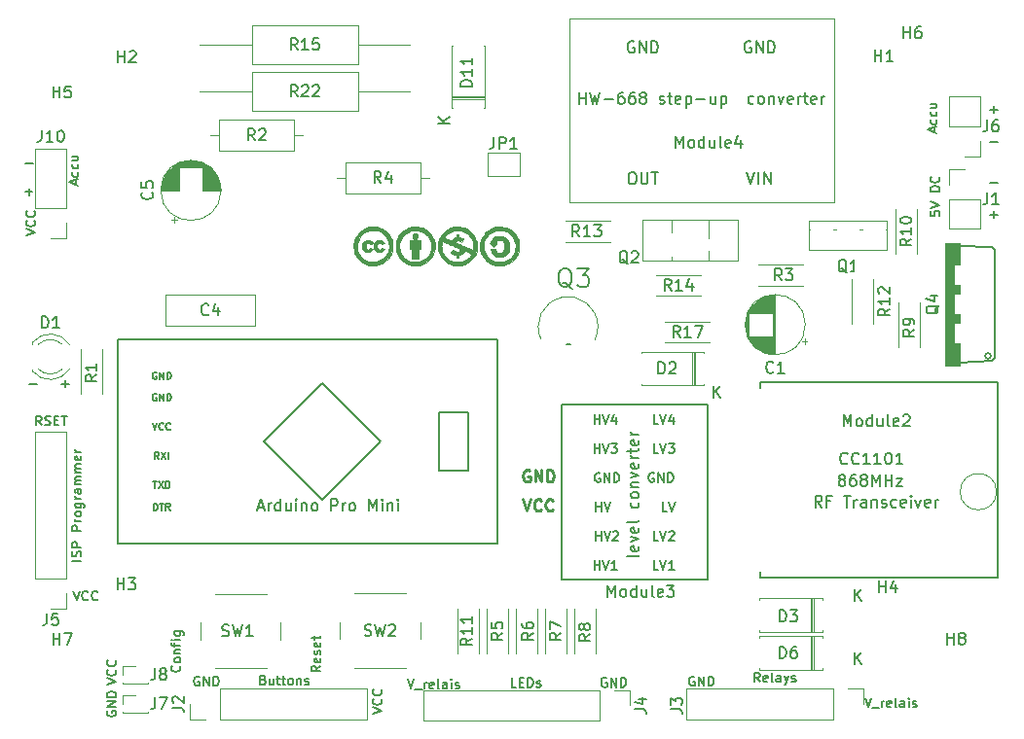
<source format=gbr>
%TF.GenerationSoftware,KiCad,Pcbnew,6.0.11-2627ca5db0~126~ubuntu22.04.1*%
%TF.CreationDate,2023-07-28T09:17:21+02:00*%
%TF.ProjectId,HB-UNI-SenAct-4-4-SC_DS_FUEL4EP_PCB,48422d55-4e49-42d5-9365-6e4163742d34,1.6*%
%TF.SameCoordinates,Original*%
%TF.FileFunction,Legend,Top*%
%TF.FilePolarity,Positive*%
%FSLAX46Y46*%
G04 Gerber Fmt 4.6, Leading zero omitted, Abs format (unit mm)*
G04 Created by KiCad (PCBNEW 6.0.11-2627ca5db0~126~ubuntu22.04.1) date 2023-07-28 09:17:21*
%MOMM*%
%LPD*%
G01*
G04 APERTURE LIST*
%ADD10C,0.152400*%
%ADD11C,0.250000*%
%ADD12C,0.150000*%
%ADD13C,0.127000*%
%ADD14C,0.100000*%
%ADD15C,0.120000*%
%ADD16C,0.010000*%
%ADD17C,1.498600*%
%ADD18R,1.498600X1.498600*%
%ADD19C,2.000000*%
%ADD20R,1.600000X1.600000*%
%ADD21C,1.600000*%
%ADD22R,1.800000X1.800000*%
%ADD23C,1.800000*%
%ADD24R,2.200000X2.200000*%
%ADD25O,2.200000X2.200000*%
%ADD26C,5.800000*%
%ADD27R,1.700000X1.700000*%
%ADD28O,1.700000X1.700000*%
%ADD29R,1.000000X1.500000*%
%ADD30C,1.350000*%
%ADD31R,1.800000X1.350000*%
%ADD32C,3.000000*%
%ADD33R,1.717500X1.800000*%
%ADD34O,1.717500X1.800000*%
%ADD35C,1.400000*%
%ADD36O,1.400000X1.400000*%
%ADD37O,1.600000X1.600000*%
%ADD38O,3.251200X1.625600*%
%ADD39O,1.800000X1.800000*%
%ADD40C,2.082800*%
%ADD41R,1.000000X1.000000*%
%ADD42R,4.000000X4.000000*%
G04 APERTURE END LIST*
D10*
X59019923Y-58623200D02*
X58942514Y-58584495D01*
X58826400Y-58584495D01*
X58710285Y-58623200D01*
X58632876Y-58700609D01*
X58594171Y-58778019D01*
X58555466Y-58932838D01*
X58555466Y-59048952D01*
X58594171Y-59203771D01*
X58632876Y-59281180D01*
X58710285Y-59358590D01*
X58826400Y-59397295D01*
X58903809Y-59397295D01*
X59019923Y-59358590D01*
X59058628Y-59319885D01*
X59058628Y-59048952D01*
X58903809Y-59048952D01*
X59406971Y-59397295D02*
X59406971Y-58584495D01*
X59871428Y-59397295D01*
X59871428Y-58584495D01*
X60258476Y-59397295D02*
X60258476Y-58584495D01*
X60452000Y-58584495D01*
X60568114Y-58623200D01*
X60645523Y-58700609D01*
X60684228Y-58778019D01*
X60722933Y-58932838D01*
X60722933Y-59048952D01*
X60684228Y-59203771D01*
X60645523Y-59281180D01*
X60568114Y-59358590D01*
X60452000Y-59397295D01*
X60258476Y-59397295D01*
X73891019Y-60438695D02*
X74161952Y-61251495D01*
X74432885Y-60438695D01*
X74510295Y-61328904D02*
X75129571Y-61328904D01*
X75323095Y-61251495D02*
X75323095Y-60709628D01*
X75323095Y-60864447D02*
X75361800Y-60787038D01*
X75400504Y-60748333D01*
X75477914Y-60709628D01*
X75555323Y-60709628D01*
X76135895Y-61212790D02*
X76058485Y-61251495D01*
X75903666Y-61251495D01*
X75826257Y-61212790D01*
X75787552Y-61135380D01*
X75787552Y-60825742D01*
X75826257Y-60748333D01*
X75903666Y-60709628D01*
X76058485Y-60709628D01*
X76135895Y-60748333D01*
X76174600Y-60825742D01*
X76174600Y-60903152D01*
X75787552Y-60980561D01*
X76639057Y-61251495D02*
X76561647Y-61212790D01*
X76522942Y-61135380D01*
X76522942Y-60438695D01*
X77297038Y-61251495D02*
X77297038Y-60825742D01*
X77258333Y-60748333D01*
X77180923Y-60709628D01*
X77026104Y-60709628D01*
X76948695Y-60748333D01*
X77297038Y-61212790D02*
X77219628Y-61251495D01*
X77026104Y-61251495D01*
X76948695Y-61212790D01*
X76909990Y-61135380D01*
X76909990Y-61057971D01*
X76948695Y-60980561D01*
X77026104Y-60941857D01*
X77219628Y-60941857D01*
X77297038Y-60903152D01*
X77684085Y-61251495D02*
X77684085Y-60709628D01*
X77684085Y-60438695D02*
X77645380Y-60477400D01*
X77684085Y-60516104D01*
X77722790Y-60477400D01*
X77684085Y-60438695D01*
X77684085Y-60516104D01*
X78032428Y-61212790D02*
X78109838Y-61251495D01*
X78264657Y-61251495D01*
X78342066Y-61212790D01*
X78380771Y-61135380D01*
X78380771Y-61096676D01*
X78342066Y-61019266D01*
X78264657Y-60980561D01*
X78148542Y-60980561D01*
X78071133Y-60941857D01*
X78032428Y-60864447D01*
X78032428Y-60825742D01*
X78071133Y-60748333D01*
X78148542Y-60709628D01*
X78264657Y-60709628D01*
X78342066Y-60748333D01*
X1214361Y-33078057D02*
X1833638Y-33078057D01*
X31050895Y-61789733D02*
X31863695Y-61518800D01*
X31050895Y-61247866D01*
X31786285Y-60512476D02*
X31824990Y-60551180D01*
X31863695Y-60667295D01*
X31863695Y-60744704D01*
X31824990Y-60860819D01*
X31747580Y-60938228D01*
X31670171Y-60976933D01*
X31515352Y-61015638D01*
X31399238Y-61015638D01*
X31244419Y-60976933D01*
X31167009Y-60938228D01*
X31089600Y-60860819D01*
X31050895Y-60744704D01*
X31050895Y-60667295D01*
X31089600Y-60551180D01*
X31128304Y-60512476D01*
X31786285Y-59699676D02*
X31824990Y-59738380D01*
X31863695Y-59854495D01*
X31863695Y-59931904D01*
X31824990Y-60048019D01*
X31747580Y-60125428D01*
X31670171Y-60164133D01*
X31515352Y-60202838D01*
X31399238Y-60202838D01*
X31244419Y-60164133D01*
X31167009Y-60125428D01*
X31089600Y-60048019D01*
X31050895Y-59931904D01*
X31050895Y-59854495D01*
X31089600Y-59738380D01*
X31128304Y-59699676D01*
D11*
X44704095Y-40648000D02*
X44608857Y-40600380D01*
X44466000Y-40600380D01*
X44323142Y-40648000D01*
X44227904Y-40743238D01*
X44180285Y-40838476D01*
X44132666Y-41028952D01*
X44132666Y-41171809D01*
X44180285Y-41362285D01*
X44227904Y-41457523D01*
X44323142Y-41552761D01*
X44466000Y-41600380D01*
X44561238Y-41600380D01*
X44704095Y-41552761D01*
X44751714Y-41505142D01*
X44751714Y-41171809D01*
X44561238Y-41171809D01*
X45180285Y-41600380D02*
X45180285Y-40600380D01*
X45751714Y-41600380D01*
X45751714Y-40600380D01*
X46227904Y-41600380D02*
X46227904Y-40600380D01*
X46466000Y-40600380D01*
X46608857Y-40648000D01*
X46704095Y-40743238D01*
X46751714Y-40838476D01*
X46799333Y-41028952D01*
X46799333Y-41171809D01*
X46751714Y-41362285D01*
X46704095Y-41457523D01*
X46608857Y-41552761D01*
X46466000Y-41600380D01*
X46227904Y-41600380D01*
D10*
X34101919Y-58800395D02*
X34372852Y-59613195D01*
X34643785Y-58800395D01*
X34721195Y-59690604D02*
X35340471Y-59690604D01*
X35533995Y-59613195D02*
X35533995Y-59071328D01*
X35533995Y-59226147D02*
X35572700Y-59148738D01*
X35611404Y-59110033D01*
X35688814Y-59071328D01*
X35766223Y-59071328D01*
X36346795Y-59574490D02*
X36269385Y-59613195D01*
X36114566Y-59613195D01*
X36037157Y-59574490D01*
X35998452Y-59497080D01*
X35998452Y-59187442D01*
X36037157Y-59110033D01*
X36114566Y-59071328D01*
X36269385Y-59071328D01*
X36346795Y-59110033D01*
X36385500Y-59187442D01*
X36385500Y-59264852D01*
X35998452Y-59342261D01*
X36849957Y-59613195D02*
X36772547Y-59574490D01*
X36733842Y-59497080D01*
X36733842Y-58800395D01*
X37507938Y-59613195D02*
X37507938Y-59187442D01*
X37469233Y-59110033D01*
X37391823Y-59071328D01*
X37237004Y-59071328D01*
X37159595Y-59110033D01*
X37507938Y-59574490D02*
X37430528Y-59613195D01*
X37237004Y-59613195D01*
X37159595Y-59574490D01*
X37120890Y-59497080D01*
X37120890Y-59419671D01*
X37159595Y-59342261D01*
X37237004Y-59303557D01*
X37430528Y-59303557D01*
X37507938Y-59264852D01*
X37894985Y-59613195D02*
X37894985Y-59071328D01*
X37894985Y-58800395D02*
X37856280Y-58839100D01*
X37894985Y-58877804D01*
X37933690Y-58839100D01*
X37894985Y-58800395D01*
X37894985Y-58877804D01*
X38243328Y-59574490D02*
X38320738Y-59613195D01*
X38475557Y-59613195D01*
X38552966Y-59574490D01*
X38591671Y-59497080D01*
X38591671Y-59458376D01*
X38552966Y-59380966D01*
X38475557Y-59342261D01*
X38359442Y-59342261D01*
X38282033Y-59303557D01*
X38243328Y-59226147D01*
X38243328Y-59187442D01*
X38282033Y-59110033D01*
X38359442Y-59071328D01*
X38475557Y-59071328D01*
X38552966Y-59110033D01*
X21529523Y-58869942D02*
X21645638Y-58908647D01*
X21684342Y-58947352D01*
X21723047Y-59024761D01*
X21723047Y-59140876D01*
X21684342Y-59218285D01*
X21645638Y-59256990D01*
X21568228Y-59295695D01*
X21258590Y-59295695D01*
X21258590Y-58482895D01*
X21529523Y-58482895D01*
X21606933Y-58521600D01*
X21645638Y-58560304D01*
X21684342Y-58637714D01*
X21684342Y-58715123D01*
X21645638Y-58792533D01*
X21606933Y-58831238D01*
X21529523Y-58869942D01*
X21258590Y-58869942D01*
X22419733Y-58753828D02*
X22419733Y-59295695D01*
X22071390Y-58753828D02*
X22071390Y-59179580D01*
X22110095Y-59256990D01*
X22187504Y-59295695D01*
X22303619Y-59295695D01*
X22381028Y-59256990D01*
X22419733Y-59218285D01*
X22690666Y-58753828D02*
X23000304Y-58753828D01*
X22806780Y-58482895D02*
X22806780Y-59179580D01*
X22845485Y-59256990D01*
X22922895Y-59295695D01*
X23000304Y-59295695D01*
X23155123Y-58753828D02*
X23464761Y-58753828D01*
X23271238Y-58482895D02*
X23271238Y-59179580D01*
X23309942Y-59256990D01*
X23387352Y-59295695D01*
X23464761Y-59295695D01*
X23851809Y-59295695D02*
X23774400Y-59256990D01*
X23735695Y-59218285D01*
X23696990Y-59140876D01*
X23696990Y-58908647D01*
X23735695Y-58831238D01*
X23774400Y-58792533D01*
X23851809Y-58753828D01*
X23967923Y-58753828D01*
X24045333Y-58792533D01*
X24084038Y-58831238D01*
X24122742Y-58908647D01*
X24122742Y-59140876D01*
X24084038Y-59218285D01*
X24045333Y-59256990D01*
X23967923Y-59295695D01*
X23851809Y-59295695D01*
X24471085Y-58753828D02*
X24471085Y-59295695D01*
X24471085Y-58831238D02*
X24509790Y-58792533D01*
X24587200Y-58753828D01*
X24703314Y-58753828D01*
X24780723Y-58792533D01*
X24819428Y-58869942D01*
X24819428Y-59295695D01*
X25167771Y-59256990D02*
X25245180Y-59295695D01*
X25400000Y-59295695D01*
X25477409Y-59256990D01*
X25516114Y-59179580D01*
X25516114Y-59140876D01*
X25477409Y-59063466D01*
X25400000Y-59024761D01*
X25283885Y-59024761D01*
X25206476Y-58986057D01*
X25167771Y-58908647D01*
X25167771Y-58869942D01*
X25206476Y-58792533D01*
X25283885Y-58753828D01*
X25400000Y-58753828D01*
X25477409Y-58792533D01*
X901095Y-20133733D02*
X1713895Y-19862800D01*
X901095Y-19591866D01*
X1636485Y-18856476D02*
X1675190Y-18895180D01*
X1713895Y-19011295D01*
X1713895Y-19088704D01*
X1675190Y-19204819D01*
X1597780Y-19282228D01*
X1520371Y-19320933D01*
X1365552Y-19359638D01*
X1249438Y-19359638D01*
X1094619Y-19320933D01*
X1017209Y-19282228D01*
X939800Y-19204819D01*
X901095Y-19088704D01*
X901095Y-19011295D01*
X939800Y-18895180D01*
X978504Y-18856476D01*
X1636485Y-18043676D02*
X1675190Y-18082380D01*
X1713895Y-18198495D01*
X1713895Y-18275904D01*
X1675190Y-18392019D01*
X1597780Y-18469428D01*
X1520371Y-18508133D01*
X1365552Y-18546838D01*
X1249438Y-18546838D01*
X1094619Y-18508133D01*
X1017209Y-18469428D01*
X939800Y-18392019D01*
X901095Y-18275904D01*
X901095Y-18198495D01*
X939800Y-18082380D01*
X978504Y-18043676D01*
X5012266Y-51116895D02*
X5283200Y-51929695D01*
X5554133Y-51116895D01*
X6289523Y-51852285D02*
X6250819Y-51890990D01*
X6134704Y-51929695D01*
X6057295Y-51929695D01*
X5941180Y-51890990D01*
X5863771Y-51813580D01*
X5825066Y-51736171D01*
X5786361Y-51581352D01*
X5786361Y-51465238D01*
X5825066Y-51310419D01*
X5863771Y-51233009D01*
X5941180Y-51155600D01*
X6057295Y-51116895D01*
X6134704Y-51116895D01*
X6250819Y-51155600D01*
X6289523Y-51194304D01*
X7102323Y-51852285D02*
X7063619Y-51890990D01*
X6947504Y-51929695D01*
X6870095Y-51929695D01*
X6753980Y-51890990D01*
X6676571Y-51813580D01*
X6637866Y-51736171D01*
X6599161Y-51581352D01*
X6599161Y-51465238D01*
X6637866Y-51310419D01*
X6676571Y-51233009D01*
X6753980Y-51155600D01*
X6870095Y-51116895D01*
X6947504Y-51116895D01*
X7063619Y-51155600D01*
X7102323Y-51194304D01*
X4008361Y-33078057D02*
X4627638Y-33078057D01*
X4318000Y-33387695D02*
X4318000Y-32768419D01*
X43547695Y-59498895D02*
X43160647Y-59498895D01*
X43160647Y-58686095D01*
X43818628Y-59073142D02*
X44089561Y-59073142D01*
X44205676Y-59498895D02*
X43818628Y-59498895D01*
X43818628Y-58686095D01*
X44205676Y-58686095D01*
X44554019Y-59498895D02*
X44554019Y-58686095D01*
X44747542Y-58686095D01*
X44863657Y-58724800D01*
X44941066Y-58802209D01*
X44979771Y-58879619D01*
X45018476Y-59034438D01*
X45018476Y-59150552D01*
X44979771Y-59305371D01*
X44941066Y-59382780D01*
X44863657Y-59460190D01*
X44747542Y-59498895D01*
X44554019Y-59498895D01*
X45328114Y-59460190D02*
X45405523Y-59498895D01*
X45560342Y-59498895D01*
X45637752Y-59460190D01*
X45676457Y-59382780D01*
X45676457Y-59344076D01*
X45637752Y-59266666D01*
X45560342Y-59227961D01*
X45444228Y-59227961D01*
X45366819Y-59189257D01*
X45328114Y-59111847D01*
X45328114Y-59073142D01*
X45366819Y-58995733D01*
X45444228Y-58957028D01*
X45560342Y-58957028D01*
X45637752Y-58995733D01*
X84780361Y-11996057D02*
X85399638Y-11996057D01*
X7975600Y-61579276D02*
X7936895Y-61656685D01*
X7936895Y-61772800D01*
X7975600Y-61888914D01*
X8053009Y-61966323D01*
X8130419Y-62005028D01*
X8285238Y-62043733D01*
X8401352Y-62043733D01*
X8556171Y-62005028D01*
X8633580Y-61966323D01*
X8710990Y-61888914D01*
X8749695Y-61772800D01*
X8749695Y-61695390D01*
X8710990Y-61579276D01*
X8672285Y-61540571D01*
X8401352Y-61540571D01*
X8401352Y-61695390D01*
X8749695Y-61192228D02*
X7936895Y-61192228D01*
X8749695Y-60727771D01*
X7936895Y-60727771D01*
X8749695Y-60340723D02*
X7936895Y-60340723D01*
X7936895Y-60147200D01*
X7975600Y-60031085D01*
X8053009Y-59953676D01*
X8130419Y-59914971D01*
X8285238Y-59876266D01*
X8401352Y-59876266D01*
X8556171Y-59914971D01*
X8633580Y-59953676D01*
X8710990Y-60031085D01*
X8749695Y-60147200D01*
X8749695Y-60340723D01*
X5215466Y-15735904D02*
X5215466Y-15348857D01*
X5447695Y-15813314D02*
X4634895Y-15542380D01*
X5447695Y-15271447D01*
X5408990Y-14652171D02*
X5447695Y-14729580D01*
X5447695Y-14884400D01*
X5408990Y-14961809D01*
X5370285Y-15000514D01*
X5292876Y-15039219D01*
X5060647Y-15039219D01*
X4983238Y-15000514D01*
X4944533Y-14961809D01*
X4905828Y-14884400D01*
X4905828Y-14729580D01*
X4944533Y-14652171D01*
X5408990Y-13955485D02*
X5447695Y-14032895D01*
X5447695Y-14187714D01*
X5408990Y-14265123D01*
X5370285Y-14303828D01*
X5292876Y-14342533D01*
X5060647Y-14342533D01*
X4983238Y-14303828D01*
X4944533Y-14265123D01*
X4905828Y-14187714D01*
X4905828Y-14032895D01*
X4944533Y-13955485D01*
X4905828Y-13258800D02*
X5447695Y-13258800D01*
X4905828Y-13607142D02*
X5331580Y-13607142D01*
X5408990Y-13568438D01*
X5447695Y-13491028D01*
X5447695Y-13374914D01*
X5408990Y-13297504D01*
X5370285Y-13258800D01*
X2235200Y-36689695D02*
X1964266Y-36302647D01*
X1770742Y-36689695D02*
X1770742Y-35876895D01*
X2080380Y-35876895D01*
X2157790Y-35915600D01*
X2196495Y-35954304D01*
X2235200Y-36031714D01*
X2235200Y-36147828D01*
X2196495Y-36225238D01*
X2157790Y-36263942D01*
X2080380Y-36302647D01*
X1770742Y-36302647D01*
X2544838Y-36650990D02*
X2660952Y-36689695D01*
X2854476Y-36689695D01*
X2931885Y-36650990D01*
X2970590Y-36612285D01*
X3009295Y-36534876D01*
X3009295Y-36457466D01*
X2970590Y-36380057D01*
X2931885Y-36341352D01*
X2854476Y-36302647D01*
X2699657Y-36263942D01*
X2622247Y-36225238D01*
X2583542Y-36186533D01*
X2544838Y-36109123D01*
X2544838Y-36031714D01*
X2583542Y-35954304D01*
X2622247Y-35915600D01*
X2699657Y-35876895D01*
X2893180Y-35876895D01*
X3009295Y-35915600D01*
X3357638Y-36263942D02*
X3628571Y-36263942D01*
X3744685Y-36689695D02*
X3357638Y-36689695D01*
X3357638Y-35876895D01*
X3744685Y-35876895D01*
X3976914Y-35876895D02*
X4441371Y-35876895D01*
X4209142Y-36689695D02*
X4209142Y-35876895D01*
X84780361Y-18346057D02*
X85399638Y-18346057D01*
X85090000Y-18655695D02*
X85090000Y-18036419D01*
X5701695Y-48487390D02*
X4888895Y-48487390D01*
X5662990Y-48139047D02*
X5701695Y-48022933D01*
X5701695Y-47829409D01*
X5662990Y-47752000D01*
X5624285Y-47713295D01*
X5546876Y-47674590D01*
X5469466Y-47674590D01*
X5392057Y-47713295D01*
X5353352Y-47752000D01*
X5314647Y-47829409D01*
X5275942Y-47984228D01*
X5237238Y-48061638D01*
X5198533Y-48100342D01*
X5121123Y-48139047D01*
X5043714Y-48139047D01*
X4966304Y-48100342D01*
X4927600Y-48061638D01*
X4888895Y-47984228D01*
X4888895Y-47790704D01*
X4927600Y-47674590D01*
X5701695Y-47326247D02*
X4888895Y-47326247D01*
X4888895Y-47016609D01*
X4927600Y-46939200D01*
X4966304Y-46900495D01*
X5043714Y-46861790D01*
X5159828Y-46861790D01*
X5237238Y-46900495D01*
X5275942Y-46939200D01*
X5314647Y-47016609D01*
X5314647Y-47326247D01*
X5701695Y-45894171D02*
X4888895Y-45894171D01*
X4888895Y-45584533D01*
X4927600Y-45507123D01*
X4966304Y-45468419D01*
X5043714Y-45429714D01*
X5159828Y-45429714D01*
X5237238Y-45468419D01*
X5275942Y-45507123D01*
X5314647Y-45584533D01*
X5314647Y-45894171D01*
X5701695Y-45081371D02*
X5159828Y-45081371D01*
X5314647Y-45081371D02*
X5237238Y-45042666D01*
X5198533Y-45003961D01*
X5159828Y-44926552D01*
X5159828Y-44849142D01*
X5701695Y-44462095D02*
X5662990Y-44539504D01*
X5624285Y-44578209D01*
X5546876Y-44616914D01*
X5314647Y-44616914D01*
X5237238Y-44578209D01*
X5198533Y-44539504D01*
X5159828Y-44462095D01*
X5159828Y-44345980D01*
X5198533Y-44268571D01*
X5237238Y-44229866D01*
X5314647Y-44191161D01*
X5546876Y-44191161D01*
X5624285Y-44229866D01*
X5662990Y-44268571D01*
X5701695Y-44345980D01*
X5701695Y-44462095D01*
X5159828Y-43494476D02*
X5817809Y-43494476D01*
X5895219Y-43533180D01*
X5933923Y-43571885D01*
X5972628Y-43649295D01*
X5972628Y-43765409D01*
X5933923Y-43842819D01*
X5662990Y-43494476D02*
X5701695Y-43571885D01*
X5701695Y-43726704D01*
X5662990Y-43804114D01*
X5624285Y-43842819D01*
X5546876Y-43881523D01*
X5314647Y-43881523D01*
X5237238Y-43842819D01*
X5198533Y-43804114D01*
X5159828Y-43726704D01*
X5159828Y-43571885D01*
X5198533Y-43494476D01*
X5701695Y-43107428D02*
X5159828Y-43107428D01*
X5314647Y-43107428D02*
X5237238Y-43068723D01*
X5198533Y-43030019D01*
X5159828Y-42952609D01*
X5159828Y-42875200D01*
X5701695Y-42255923D02*
X5275942Y-42255923D01*
X5198533Y-42294628D01*
X5159828Y-42372038D01*
X5159828Y-42526857D01*
X5198533Y-42604266D01*
X5662990Y-42255923D02*
X5701695Y-42333333D01*
X5701695Y-42526857D01*
X5662990Y-42604266D01*
X5585580Y-42642971D01*
X5508171Y-42642971D01*
X5430761Y-42604266D01*
X5392057Y-42526857D01*
X5392057Y-42333333D01*
X5353352Y-42255923D01*
X5701695Y-41868876D02*
X5159828Y-41868876D01*
X5237238Y-41868876D02*
X5198533Y-41830171D01*
X5159828Y-41752761D01*
X5159828Y-41636647D01*
X5198533Y-41559238D01*
X5275942Y-41520533D01*
X5701695Y-41520533D01*
X5275942Y-41520533D02*
X5198533Y-41481828D01*
X5159828Y-41404419D01*
X5159828Y-41288304D01*
X5198533Y-41210895D01*
X5275942Y-41172190D01*
X5701695Y-41172190D01*
X5701695Y-40785142D02*
X5159828Y-40785142D01*
X5237238Y-40785142D02*
X5198533Y-40746438D01*
X5159828Y-40669028D01*
X5159828Y-40552914D01*
X5198533Y-40475504D01*
X5275942Y-40436800D01*
X5701695Y-40436800D01*
X5275942Y-40436800D02*
X5198533Y-40398095D01*
X5159828Y-40320685D01*
X5159828Y-40204571D01*
X5198533Y-40127161D01*
X5275942Y-40088457D01*
X5701695Y-40088457D01*
X5662990Y-39391771D02*
X5701695Y-39469180D01*
X5701695Y-39624000D01*
X5662990Y-39701409D01*
X5585580Y-39740114D01*
X5275942Y-39740114D01*
X5198533Y-39701409D01*
X5159828Y-39624000D01*
X5159828Y-39469180D01*
X5198533Y-39391771D01*
X5275942Y-39353066D01*
X5353352Y-39353066D01*
X5430761Y-39740114D01*
X5701695Y-39004723D02*
X5159828Y-39004723D01*
X5314647Y-39004723D02*
X5237238Y-38966019D01*
X5198533Y-38927314D01*
X5159828Y-38849904D01*
X5159828Y-38772495D01*
X64724038Y-59041695D02*
X64453104Y-58654647D01*
X64259580Y-59041695D02*
X64259580Y-58228895D01*
X64569219Y-58228895D01*
X64646628Y-58267600D01*
X64685333Y-58306304D01*
X64724038Y-58383714D01*
X64724038Y-58499828D01*
X64685333Y-58577238D01*
X64646628Y-58615942D01*
X64569219Y-58654647D01*
X64259580Y-58654647D01*
X65382019Y-59002990D02*
X65304609Y-59041695D01*
X65149790Y-59041695D01*
X65072380Y-59002990D01*
X65033676Y-58925580D01*
X65033676Y-58615942D01*
X65072380Y-58538533D01*
X65149790Y-58499828D01*
X65304609Y-58499828D01*
X65382019Y-58538533D01*
X65420723Y-58615942D01*
X65420723Y-58693352D01*
X65033676Y-58770761D01*
X65885180Y-59041695D02*
X65807771Y-59002990D01*
X65769066Y-58925580D01*
X65769066Y-58228895D01*
X66543161Y-59041695D02*
X66543161Y-58615942D01*
X66504457Y-58538533D01*
X66427047Y-58499828D01*
X66272228Y-58499828D01*
X66194819Y-58538533D01*
X66543161Y-59002990D02*
X66465752Y-59041695D01*
X66272228Y-59041695D01*
X66194819Y-59002990D01*
X66156114Y-58925580D01*
X66156114Y-58848171D01*
X66194819Y-58770761D01*
X66272228Y-58732057D01*
X66465752Y-58732057D01*
X66543161Y-58693352D01*
X66852800Y-58499828D02*
X67046323Y-59041695D01*
X67239847Y-58499828D02*
X67046323Y-59041695D01*
X66968914Y-59235219D01*
X66930209Y-59273923D01*
X66852800Y-59312628D01*
X67510780Y-59002990D02*
X67588190Y-59041695D01*
X67743009Y-59041695D01*
X67820419Y-59002990D01*
X67859123Y-58925580D01*
X67859123Y-58886876D01*
X67820419Y-58809466D01*
X67743009Y-58770761D01*
X67626895Y-58770761D01*
X67549485Y-58732057D01*
X67510780Y-58654647D01*
X67510780Y-58615942D01*
X67549485Y-58538533D01*
X67626895Y-58499828D01*
X67743009Y-58499828D01*
X67820419Y-58538533D01*
X51387223Y-58712100D02*
X51309814Y-58673395D01*
X51193700Y-58673395D01*
X51077585Y-58712100D01*
X51000176Y-58789509D01*
X50961471Y-58866919D01*
X50922766Y-59021738D01*
X50922766Y-59137852D01*
X50961471Y-59292671D01*
X51000176Y-59370080D01*
X51077585Y-59447490D01*
X51193700Y-59486195D01*
X51271109Y-59486195D01*
X51387223Y-59447490D01*
X51425928Y-59408785D01*
X51425928Y-59137852D01*
X51271109Y-59137852D01*
X51774271Y-59486195D02*
X51774271Y-58673395D01*
X52238728Y-59486195D01*
X52238728Y-58673395D01*
X52625776Y-59486195D02*
X52625776Y-58673395D01*
X52819300Y-58673395D01*
X52935414Y-58712100D01*
X53012823Y-58789509D01*
X53051528Y-58866919D01*
X53090233Y-59021738D01*
X53090233Y-59137852D01*
X53051528Y-59292671D01*
X53012823Y-59370080D01*
X52935414Y-59447490D01*
X52819300Y-59486195D01*
X52625776Y-59486195D01*
X858761Y-13926457D02*
X1478038Y-13926457D01*
X79891466Y-11163904D02*
X79891466Y-10776857D01*
X80123695Y-11241314D02*
X79310895Y-10970380D01*
X80123695Y-10699447D01*
X80084990Y-10080171D02*
X80123695Y-10157580D01*
X80123695Y-10312400D01*
X80084990Y-10389809D01*
X80046285Y-10428514D01*
X79968876Y-10467219D01*
X79736647Y-10467219D01*
X79659238Y-10428514D01*
X79620533Y-10389809D01*
X79581828Y-10312400D01*
X79581828Y-10157580D01*
X79620533Y-10080171D01*
X80084990Y-9383485D02*
X80123695Y-9460895D01*
X80123695Y-9615714D01*
X80084990Y-9693123D01*
X80046285Y-9731828D01*
X79968876Y-9770533D01*
X79736647Y-9770533D01*
X79659238Y-9731828D01*
X79620533Y-9693123D01*
X79581828Y-9615714D01*
X79581828Y-9460895D01*
X79620533Y-9383485D01*
X79581828Y-8686800D02*
X80123695Y-8686800D01*
X79581828Y-9035142D02*
X80007580Y-9035142D01*
X80084990Y-8996438D01*
X80123695Y-8919028D01*
X80123695Y-8802914D01*
X80084990Y-8725504D01*
X80046285Y-8686800D01*
X7936895Y-59249733D02*
X8749695Y-58978800D01*
X7936895Y-58707866D01*
X8672285Y-57972476D02*
X8710990Y-58011180D01*
X8749695Y-58127295D01*
X8749695Y-58204704D01*
X8710990Y-58320819D01*
X8633580Y-58398228D01*
X8556171Y-58436933D01*
X8401352Y-58475638D01*
X8285238Y-58475638D01*
X8130419Y-58436933D01*
X8053009Y-58398228D01*
X7975600Y-58320819D01*
X7936895Y-58204704D01*
X7936895Y-58127295D01*
X7975600Y-58011180D01*
X8014304Y-57972476D01*
X8672285Y-57159676D02*
X8710990Y-57198380D01*
X8749695Y-57314495D01*
X8749695Y-57391904D01*
X8710990Y-57508019D01*
X8633580Y-57585428D01*
X8556171Y-57624133D01*
X8401352Y-57662838D01*
X8285238Y-57662838D01*
X8130419Y-57624133D01*
X8053009Y-57585428D01*
X7975600Y-57508019D01*
X7936895Y-57391904D01*
X7936895Y-57314495D01*
X7975600Y-57198380D01*
X8014304Y-57159676D01*
X14260285Y-57665257D02*
X14298990Y-57703961D01*
X14337695Y-57820076D01*
X14337695Y-57897485D01*
X14298990Y-58013600D01*
X14221580Y-58091009D01*
X14144171Y-58129714D01*
X13989352Y-58168419D01*
X13873238Y-58168419D01*
X13718419Y-58129714D01*
X13641009Y-58091009D01*
X13563600Y-58013600D01*
X13524895Y-57897485D01*
X13524895Y-57820076D01*
X13563600Y-57703961D01*
X13602304Y-57665257D01*
X14337695Y-57200800D02*
X14298990Y-57278209D01*
X14260285Y-57316914D01*
X14182876Y-57355619D01*
X13950647Y-57355619D01*
X13873238Y-57316914D01*
X13834533Y-57278209D01*
X13795828Y-57200800D01*
X13795828Y-57084685D01*
X13834533Y-57007276D01*
X13873238Y-56968571D01*
X13950647Y-56929866D01*
X14182876Y-56929866D01*
X14260285Y-56968571D01*
X14298990Y-57007276D01*
X14337695Y-57084685D01*
X14337695Y-57200800D01*
X13795828Y-56581523D02*
X14337695Y-56581523D01*
X13873238Y-56581523D02*
X13834533Y-56542819D01*
X13795828Y-56465409D01*
X13795828Y-56349295D01*
X13834533Y-56271885D01*
X13911942Y-56233180D01*
X14337695Y-56233180D01*
X13795828Y-55962247D02*
X13795828Y-55652609D01*
X14337695Y-55846133D02*
X13641009Y-55846133D01*
X13563600Y-55807428D01*
X13524895Y-55730019D01*
X13524895Y-55652609D01*
X14337695Y-55381676D02*
X13795828Y-55381676D01*
X13524895Y-55381676D02*
X13563600Y-55420380D01*
X13602304Y-55381676D01*
X13563600Y-55342971D01*
X13524895Y-55381676D01*
X13602304Y-55381676D01*
X13795828Y-54646285D02*
X14453809Y-54646285D01*
X14531219Y-54684990D01*
X14569923Y-54723695D01*
X14608628Y-54801104D01*
X14608628Y-54917219D01*
X14569923Y-54994628D01*
X14298990Y-54646285D02*
X14337695Y-54723695D01*
X14337695Y-54878514D01*
X14298990Y-54955923D01*
X14260285Y-54994628D01*
X14182876Y-55033333D01*
X13950647Y-55033333D01*
X13873238Y-54994628D01*
X13834533Y-54955923D01*
X13795828Y-54878514D01*
X13795828Y-54723695D01*
X13834533Y-54646285D01*
X26529695Y-57648323D02*
X26142647Y-57919257D01*
X26529695Y-58112780D02*
X25716895Y-58112780D01*
X25716895Y-57803142D01*
X25755600Y-57725733D01*
X25794304Y-57687028D01*
X25871714Y-57648323D01*
X25987828Y-57648323D01*
X26065238Y-57687028D01*
X26103942Y-57725733D01*
X26142647Y-57803142D01*
X26142647Y-58112780D01*
X26490990Y-56990342D02*
X26529695Y-57067752D01*
X26529695Y-57222571D01*
X26490990Y-57299980D01*
X26413580Y-57338685D01*
X26103942Y-57338685D01*
X26026533Y-57299980D01*
X25987828Y-57222571D01*
X25987828Y-57067752D01*
X26026533Y-56990342D01*
X26103942Y-56951638D01*
X26181352Y-56951638D01*
X26258761Y-57338685D01*
X26490990Y-56642000D02*
X26529695Y-56564590D01*
X26529695Y-56409771D01*
X26490990Y-56332361D01*
X26413580Y-56293657D01*
X26374876Y-56293657D01*
X26297466Y-56332361D01*
X26258761Y-56409771D01*
X26258761Y-56525885D01*
X26220057Y-56603295D01*
X26142647Y-56642000D01*
X26103942Y-56642000D01*
X26026533Y-56603295D01*
X25987828Y-56525885D01*
X25987828Y-56409771D01*
X26026533Y-56332361D01*
X26490990Y-55635676D02*
X26529695Y-55713085D01*
X26529695Y-55867904D01*
X26490990Y-55945314D01*
X26413580Y-55984019D01*
X26103942Y-55984019D01*
X26026533Y-55945314D01*
X25987828Y-55867904D01*
X25987828Y-55713085D01*
X26026533Y-55635676D01*
X26103942Y-55596971D01*
X26181352Y-55596971D01*
X26258761Y-55984019D01*
X25987828Y-55364742D02*
X25987828Y-55055104D01*
X25716895Y-55248628D02*
X26413580Y-55248628D01*
X26490990Y-55209923D01*
X26529695Y-55132514D01*
X26529695Y-55055104D01*
X84780361Y-15552057D02*
X85399638Y-15552057D01*
X84780361Y-9202057D02*
X85399638Y-9202057D01*
X85090000Y-9511695D02*
X85090000Y-8892419D01*
X15966923Y-58623200D02*
X15889514Y-58584495D01*
X15773400Y-58584495D01*
X15657285Y-58623200D01*
X15579876Y-58700609D01*
X15541171Y-58778019D01*
X15502466Y-58932838D01*
X15502466Y-59048952D01*
X15541171Y-59203771D01*
X15579876Y-59281180D01*
X15657285Y-59358590D01*
X15773400Y-59397295D01*
X15850809Y-59397295D01*
X15966923Y-59358590D01*
X16005628Y-59319885D01*
X16005628Y-59048952D01*
X15850809Y-59048952D01*
X16353971Y-59397295D02*
X16353971Y-58584495D01*
X16818428Y-59397295D01*
X16818428Y-58584495D01*
X17205476Y-59397295D02*
X17205476Y-58584495D01*
X17399000Y-58584495D01*
X17515114Y-58623200D01*
X17592523Y-58700609D01*
X17631228Y-58778019D01*
X17669933Y-58932838D01*
X17669933Y-59048952D01*
X17631228Y-59203771D01*
X17592523Y-59281180D01*
X17515114Y-59358590D01*
X17399000Y-59397295D01*
X17205476Y-59397295D01*
X79564895Y-18041257D02*
X79564895Y-18428304D01*
X79951942Y-18467009D01*
X79913238Y-18428304D01*
X79874533Y-18350895D01*
X79874533Y-18157371D01*
X79913238Y-18079961D01*
X79951942Y-18041257D01*
X80029352Y-18002552D01*
X80222876Y-18002552D01*
X80300285Y-18041257D01*
X80338990Y-18079961D01*
X80377695Y-18157371D01*
X80377695Y-18350895D01*
X80338990Y-18428304D01*
X80300285Y-18467009D01*
X79564895Y-17770323D02*
X80377695Y-17499390D01*
X79564895Y-17228457D01*
X80377695Y-16338247D02*
X79564895Y-16338247D01*
X79564895Y-16144723D01*
X79603600Y-16028609D01*
X79681009Y-15951200D01*
X79758419Y-15912495D01*
X79913238Y-15873790D01*
X80029352Y-15873790D01*
X80184171Y-15912495D01*
X80261580Y-15951200D01*
X80338990Y-16028609D01*
X80377695Y-16144723D01*
X80377695Y-16338247D01*
X80300285Y-15060990D02*
X80338990Y-15099695D01*
X80377695Y-15215809D01*
X80377695Y-15293219D01*
X80338990Y-15409333D01*
X80261580Y-15486742D01*
X80184171Y-15525447D01*
X80029352Y-15564152D01*
X79913238Y-15564152D01*
X79758419Y-15525447D01*
X79681009Y-15486742D01*
X79603600Y-15409333D01*
X79564895Y-15293219D01*
X79564895Y-15215809D01*
X79603600Y-15099695D01*
X79642304Y-15060990D01*
D11*
X44132666Y-43140380D02*
X44466000Y-44140380D01*
X44799333Y-43140380D01*
X45704095Y-44045142D02*
X45656476Y-44092761D01*
X45513619Y-44140380D01*
X45418380Y-44140380D01*
X45275523Y-44092761D01*
X45180285Y-43997523D01*
X45132666Y-43902285D01*
X45085047Y-43711809D01*
X45085047Y-43568952D01*
X45132666Y-43378476D01*
X45180285Y-43283238D01*
X45275523Y-43188000D01*
X45418380Y-43140380D01*
X45513619Y-43140380D01*
X45656476Y-43188000D01*
X45704095Y-43235619D01*
X46704095Y-44045142D02*
X46656476Y-44092761D01*
X46513619Y-44140380D01*
X46418380Y-44140380D01*
X46275523Y-44092761D01*
X46180285Y-43997523D01*
X46132666Y-43902285D01*
X46085047Y-43711809D01*
X46085047Y-43568952D01*
X46132666Y-43378476D01*
X46180285Y-43283238D01*
X46275523Y-43188000D01*
X46418380Y-43140380D01*
X46513619Y-43140380D01*
X46656476Y-43188000D01*
X46704095Y-43235619D01*
D10*
X833361Y-16390257D02*
X1452638Y-16390257D01*
X1143000Y-16699895D02*
X1143000Y-16080619D01*
D12*
%TO.C,Q3*%
X48405327Y-24817763D02*
X48248579Y-24739390D01*
X48091832Y-24582642D01*
X47856710Y-24347520D01*
X47699963Y-24269147D01*
X47543215Y-24269147D01*
X47621589Y-24661016D02*
X47464841Y-24582642D01*
X47308094Y-24425894D01*
X47229720Y-24112399D01*
X47229720Y-23563782D01*
X47308094Y-23250287D01*
X47464841Y-23093540D01*
X47621589Y-23015166D01*
X47935084Y-23015166D01*
X48091832Y-23093540D01*
X48248579Y-23250287D01*
X48326953Y-23563782D01*
X48326953Y-24112399D01*
X48248579Y-24425894D01*
X48091832Y-24582642D01*
X47935084Y-24661016D01*
X47621589Y-24661016D01*
X48875570Y-23015166D02*
X49894429Y-23015166D01*
X49345813Y-23642156D01*
X49580934Y-23642156D01*
X49737682Y-23720530D01*
X49816055Y-23798904D01*
X49894429Y-23955651D01*
X49894429Y-24347520D01*
X49816055Y-24504268D01*
X49737682Y-24582642D01*
X49580934Y-24661016D01*
X49110691Y-24661016D01*
X48953944Y-24582642D01*
X48875570Y-24504268D01*
%TO.C,C4*%
X16764333Y-27027142D02*
X16716714Y-27074761D01*
X16573857Y-27122380D01*
X16478619Y-27122380D01*
X16335761Y-27074761D01*
X16240523Y-26979523D01*
X16192904Y-26884285D01*
X16145285Y-26693809D01*
X16145285Y-26550952D01*
X16192904Y-26360476D01*
X16240523Y-26265238D01*
X16335761Y-26170000D01*
X16478619Y-26122380D01*
X16573857Y-26122380D01*
X16716714Y-26170000D01*
X16764333Y-26217619D01*
X17621476Y-26455714D02*
X17621476Y-27122380D01*
X17383380Y-26074761D02*
X17145285Y-26789047D01*
X17764333Y-26789047D01*
%TO.C,C5*%
X11847142Y-16406666D02*
X11894761Y-16454285D01*
X11942380Y-16597142D01*
X11942380Y-16692380D01*
X11894761Y-16835238D01*
X11799523Y-16930476D01*
X11704285Y-16978095D01*
X11513809Y-17025714D01*
X11370952Y-17025714D01*
X11180476Y-16978095D01*
X11085238Y-16930476D01*
X10990000Y-16835238D01*
X10942380Y-16692380D01*
X10942380Y-16597142D01*
X10990000Y-16454285D01*
X11037619Y-16406666D01*
X10942380Y-15501904D02*
X10942380Y-15978095D01*
X11418571Y-16025714D01*
X11370952Y-15978095D01*
X11323333Y-15882857D01*
X11323333Y-15644761D01*
X11370952Y-15549523D01*
X11418571Y-15501904D01*
X11513809Y-15454285D01*
X11751904Y-15454285D01*
X11847142Y-15501904D01*
X11894761Y-15549523D01*
X11942380Y-15644761D01*
X11942380Y-15882857D01*
X11894761Y-15978095D01*
X11847142Y-16025714D01*
%TO.C,D1*%
X2269904Y-28226380D02*
X2269904Y-27226380D01*
X2508000Y-27226380D01*
X2650857Y-27274000D01*
X2746095Y-27369238D01*
X2793714Y-27464476D01*
X2841333Y-27654952D01*
X2841333Y-27797809D01*
X2793714Y-27988285D01*
X2746095Y-28083523D01*
X2650857Y-28178761D01*
X2508000Y-28226380D01*
X2269904Y-28226380D01*
X3793714Y-28226380D02*
X3222285Y-28226380D01*
X3508000Y-28226380D02*
X3508000Y-27226380D01*
X3412761Y-27369238D01*
X3317523Y-27464476D01*
X3222285Y-27512095D01*
%TO.C,D2*%
X55903904Y-32202380D02*
X55903904Y-31202380D01*
X56142000Y-31202380D01*
X56284857Y-31250000D01*
X56380095Y-31345238D01*
X56427714Y-31440476D01*
X56475333Y-31630952D01*
X56475333Y-31773809D01*
X56427714Y-31964285D01*
X56380095Y-32059523D01*
X56284857Y-32154761D01*
X56142000Y-32202380D01*
X55903904Y-32202380D01*
X56856285Y-31297619D02*
X56903904Y-31250000D01*
X56999142Y-31202380D01*
X57237238Y-31202380D01*
X57332476Y-31250000D01*
X57380095Y-31297619D01*
X57427714Y-31392857D01*
X57427714Y-31488095D01*
X57380095Y-31630952D01*
X56808666Y-32202380D01*
X57427714Y-32202380D01*
X60698095Y-34302380D02*
X60698095Y-33302380D01*
X61269523Y-34302380D02*
X60840952Y-33730952D01*
X61269523Y-33302380D02*
X60698095Y-33873809D01*
%TO.C,D3*%
X66444904Y-53792380D02*
X66444904Y-52792380D01*
X66683000Y-52792380D01*
X66825857Y-52840000D01*
X66921095Y-52935238D01*
X66968714Y-53030476D01*
X67016333Y-53220952D01*
X67016333Y-53363809D01*
X66968714Y-53554285D01*
X66921095Y-53649523D01*
X66825857Y-53744761D01*
X66683000Y-53792380D01*
X66444904Y-53792380D01*
X67349666Y-52792380D02*
X67968714Y-52792380D01*
X67635380Y-53173333D01*
X67778238Y-53173333D01*
X67873476Y-53220952D01*
X67921095Y-53268571D01*
X67968714Y-53363809D01*
X67968714Y-53601904D01*
X67921095Y-53697142D01*
X67873476Y-53744761D01*
X67778238Y-53792380D01*
X67492523Y-53792380D01*
X67397285Y-53744761D01*
X67349666Y-53697142D01*
X72966295Y-51988980D02*
X72966295Y-50988980D01*
X73537723Y-51988980D02*
X73109152Y-51417552D01*
X73537723Y-50988980D02*
X72966295Y-51560409D01*
%TO.C,D6*%
X66444904Y-56967380D02*
X66444904Y-55967380D01*
X66683000Y-55967380D01*
X66825857Y-56015000D01*
X66921095Y-56110238D01*
X66968714Y-56205476D01*
X67016333Y-56395952D01*
X67016333Y-56538809D01*
X66968714Y-56729285D01*
X66921095Y-56824523D01*
X66825857Y-56919761D01*
X66683000Y-56967380D01*
X66444904Y-56967380D01*
X67873476Y-55967380D02*
X67683000Y-55967380D01*
X67587761Y-56015000D01*
X67540142Y-56062619D01*
X67444904Y-56205476D01*
X67397285Y-56395952D01*
X67397285Y-56776904D01*
X67444904Y-56872142D01*
X67492523Y-56919761D01*
X67587761Y-56967380D01*
X67778238Y-56967380D01*
X67873476Y-56919761D01*
X67921095Y-56872142D01*
X67968714Y-56776904D01*
X67968714Y-56538809D01*
X67921095Y-56443571D01*
X67873476Y-56395952D01*
X67778238Y-56348333D01*
X67587761Y-56348333D01*
X67492523Y-56395952D01*
X67444904Y-56443571D01*
X67397285Y-56538809D01*
X72991695Y-57500780D02*
X72991695Y-56500780D01*
X73563123Y-57500780D02*
X73134552Y-56929352D01*
X73563123Y-56500780D02*
X72991695Y-57072209D01*
%TO.C,D11*%
X39695380Y-7183285D02*
X38695380Y-7183285D01*
X38695380Y-6945190D01*
X38743000Y-6802333D01*
X38838238Y-6707095D01*
X38933476Y-6659476D01*
X39123952Y-6611857D01*
X39266809Y-6611857D01*
X39457285Y-6659476D01*
X39552523Y-6707095D01*
X39647761Y-6802333D01*
X39695380Y-6945190D01*
X39695380Y-7183285D01*
X39695380Y-5659476D02*
X39695380Y-6230904D01*
X39695380Y-5945190D02*
X38695380Y-5945190D01*
X38838238Y-6040428D01*
X38933476Y-6135666D01*
X38981095Y-6230904D01*
X39695380Y-4707095D02*
X39695380Y-5278523D01*
X39695380Y-4992809D02*
X38695380Y-4992809D01*
X38838238Y-5088047D01*
X38933476Y-5183285D01*
X38981095Y-5278523D01*
X37722380Y-10421904D02*
X36722380Y-10421904D01*
X37722380Y-9850476D02*
X37150952Y-10279047D01*
X36722380Y-9850476D02*
X37293809Y-10421904D01*
%TO.C,H1*%
X74726895Y-4998980D02*
X74726895Y-3998980D01*
X74726895Y-4475171D02*
X75298323Y-4475171D01*
X75298323Y-4998980D02*
X75298323Y-3998980D01*
X76298323Y-4998980D02*
X75726895Y-4998980D01*
X76012609Y-4998980D02*
X76012609Y-3998980D01*
X75917371Y-4141838D01*
X75822133Y-4237076D01*
X75726895Y-4284695D01*
%TO.C,H3*%
X8839295Y-50998380D02*
X8839295Y-49998380D01*
X8839295Y-50474571D02*
X9410723Y-50474571D01*
X9410723Y-50998380D02*
X9410723Y-49998380D01*
X9791676Y-49998380D02*
X10410723Y-49998380D01*
X10077390Y-50379333D01*
X10220247Y-50379333D01*
X10315485Y-50426952D01*
X10363104Y-50474571D01*
X10410723Y-50569809D01*
X10410723Y-50807904D01*
X10363104Y-50903142D01*
X10315485Y-50950761D01*
X10220247Y-50998380D01*
X9934533Y-50998380D01*
X9839295Y-50950761D01*
X9791676Y-50903142D01*
%TO.C,H4*%
X75082495Y-51252380D02*
X75082495Y-50252380D01*
X75082495Y-50728571D02*
X75653923Y-50728571D01*
X75653923Y-51252380D02*
X75653923Y-50252380D01*
X76558685Y-50585714D02*
X76558685Y-51252380D01*
X76320590Y-50204761D02*
X76082495Y-50919047D01*
X76701542Y-50919047D01*
%TO.C,J2*%
X13632380Y-61293333D02*
X14346666Y-61293333D01*
X14489523Y-61340952D01*
X14584761Y-61436190D01*
X14632380Y-61579047D01*
X14632380Y-61674285D01*
X13727619Y-60864761D02*
X13680000Y-60817142D01*
X13632380Y-60721904D01*
X13632380Y-60483809D01*
X13680000Y-60388571D01*
X13727619Y-60340952D01*
X13822857Y-60293333D01*
X13918095Y-60293333D01*
X14060952Y-60340952D01*
X14632380Y-60912380D01*
X14632380Y-60293333D01*
%TO.C,J4*%
X53852380Y-61426333D02*
X54566666Y-61426333D01*
X54709523Y-61473952D01*
X54804761Y-61569190D01*
X54852380Y-61712047D01*
X54852380Y-61807285D01*
X54185714Y-60521571D02*
X54852380Y-60521571D01*
X53804761Y-60759666D02*
X54519047Y-60997761D01*
X54519047Y-60378714D01*
%TO.C,J5*%
X2714666Y-53090380D02*
X2714666Y-53804666D01*
X2667047Y-53947523D01*
X2571809Y-54042761D01*
X2428952Y-54090380D01*
X2333714Y-54090380D01*
X3667047Y-53090380D02*
X3190857Y-53090380D01*
X3143238Y-53566571D01*
X3190857Y-53518952D01*
X3286095Y-53471333D01*
X3524190Y-53471333D01*
X3619428Y-53518952D01*
X3667047Y-53566571D01*
X3714666Y-53661809D01*
X3714666Y-53899904D01*
X3667047Y-53995142D01*
X3619428Y-54042761D01*
X3524190Y-54090380D01*
X3286095Y-54090380D01*
X3190857Y-54042761D01*
X3143238Y-53995142D01*
%TO.C,J6*%
X84502666Y-10120380D02*
X84502666Y-10834666D01*
X84455047Y-10977523D01*
X84359809Y-11072761D01*
X84216952Y-11120380D01*
X84121714Y-11120380D01*
X85407428Y-10120380D02*
X85216952Y-10120380D01*
X85121714Y-10168000D01*
X85074095Y-10215619D01*
X84978857Y-10358476D01*
X84931238Y-10548952D01*
X84931238Y-10929904D01*
X84978857Y-11025142D01*
X85026476Y-11072761D01*
X85121714Y-11120380D01*
X85312190Y-11120380D01*
X85407428Y-11072761D01*
X85455047Y-11025142D01*
X85502666Y-10929904D01*
X85502666Y-10691809D01*
X85455047Y-10596571D01*
X85407428Y-10548952D01*
X85312190Y-10501333D01*
X85121714Y-10501333D01*
X85026476Y-10548952D01*
X84978857Y-10596571D01*
X84931238Y-10691809D01*
%TO.C,J10*%
X2238476Y-11009380D02*
X2238476Y-11723666D01*
X2190857Y-11866523D01*
X2095619Y-11961761D01*
X1952761Y-12009380D01*
X1857523Y-12009380D01*
X3238476Y-12009380D02*
X2667047Y-12009380D01*
X2952761Y-12009380D02*
X2952761Y-11009380D01*
X2857523Y-11152238D01*
X2762285Y-11247476D01*
X2667047Y-11295095D01*
X3857523Y-11009380D02*
X3952761Y-11009380D01*
X4048000Y-11057000D01*
X4095619Y-11104619D01*
X4143238Y-11199857D01*
X4190857Y-11390333D01*
X4190857Y-11628428D01*
X4143238Y-11818904D01*
X4095619Y-11914142D01*
X4048000Y-11961761D01*
X3952761Y-12009380D01*
X3857523Y-12009380D01*
X3762285Y-11961761D01*
X3714666Y-11914142D01*
X3667047Y-11818904D01*
X3619428Y-11628428D01*
X3619428Y-11390333D01*
X3667047Y-11199857D01*
X3714666Y-11104619D01*
X3762285Y-11057000D01*
X3857523Y-11009380D01*
%TO.C,JP1*%
X41584666Y-11622380D02*
X41584666Y-12336666D01*
X41537047Y-12479523D01*
X41441809Y-12574761D01*
X41298952Y-12622380D01*
X41203714Y-12622380D01*
X42060857Y-12622380D02*
X42060857Y-11622380D01*
X42441809Y-11622380D01*
X42537047Y-11670000D01*
X42584666Y-11717619D01*
X42632285Y-11812857D01*
X42632285Y-11955714D01*
X42584666Y-12050952D01*
X42537047Y-12098571D01*
X42441809Y-12146190D01*
X42060857Y-12146190D01*
X43584666Y-12622380D02*
X43013238Y-12622380D01*
X43298952Y-12622380D02*
X43298952Y-11622380D01*
X43203714Y-11765238D01*
X43108476Y-11860476D01*
X43013238Y-11908095D01*
%TO.C,Module2*%
X72009357Y-36774380D02*
X72009357Y-35774380D01*
X72342690Y-36488666D01*
X72676023Y-35774380D01*
X72676023Y-36774380D01*
X73295071Y-36774380D02*
X73199833Y-36726761D01*
X73152214Y-36679142D01*
X73104595Y-36583904D01*
X73104595Y-36298190D01*
X73152214Y-36202952D01*
X73199833Y-36155333D01*
X73295071Y-36107714D01*
X73437928Y-36107714D01*
X73533166Y-36155333D01*
X73580785Y-36202952D01*
X73628404Y-36298190D01*
X73628404Y-36583904D01*
X73580785Y-36679142D01*
X73533166Y-36726761D01*
X73437928Y-36774380D01*
X73295071Y-36774380D01*
X74485547Y-36774380D02*
X74485547Y-35774380D01*
X74485547Y-36726761D02*
X74390309Y-36774380D01*
X74199833Y-36774380D01*
X74104595Y-36726761D01*
X74056976Y-36679142D01*
X74009357Y-36583904D01*
X74009357Y-36298190D01*
X74056976Y-36202952D01*
X74104595Y-36155333D01*
X74199833Y-36107714D01*
X74390309Y-36107714D01*
X74485547Y-36155333D01*
X75390309Y-36107714D02*
X75390309Y-36774380D01*
X74961738Y-36107714D02*
X74961738Y-36631523D01*
X75009357Y-36726761D01*
X75104595Y-36774380D01*
X75247452Y-36774380D01*
X75342690Y-36726761D01*
X75390309Y-36679142D01*
X76009357Y-36774380D02*
X75914119Y-36726761D01*
X75866500Y-36631523D01*
X75866500Y-35774380D01*
X76771261Y-36726761D02*
X76676023Y-36774380D01*
X76485547Y-36774380D01*
X76390309Y-36726761D01*
X76342690Y-36631523D01*
X76342690Y-36250571D01*
X76390309Y-36155333D01*
X76485547Y-36107714D01*
X76676023Y-36107714D01*
X76771261Y-36155333D01*
X76818880Y-36250571D01*
X76818880Y-36345809D01*
X76342690Y-36441047D01*
X77199833Y-35869619D02*
X77247452Y-35822000D01*
X77342690Y-35774380D01*
X77580785Y-35774380D01*
X77676023Y-35822000D01*
X77723642Y-35869619D01*
X77771261Y-35964857D01*
X77771261Y-36060095D01*
X77723642Y-36202952D01*
X77152214Y-36774380D01*
X77771261Y-36774380D01*
X72339761Y-39987142D02*
X72292142Y-40034761D01*
X72149285Y-40082380D01*
X72054047Y-40082380D01*
X71911190Y-40034761D01*
X71815952Y-39939523D01*
X71768333Y-39844285D01*
X71720714Y-39653809D01*
X71720714Y-39510952D01*
X71768333Y-39320476D01*
X71815952Y-39225238D01*
X71911190Y-39130000D01*
X72054047Y-39082380D01*
X72149285Y-39082380D01*
X72292142Y-39130000D01*
X72339761Y-39177619D01*
X73339761Y-39987142D02*
X73292142Y-40034761D01*
X73149285Y-40082380D01*
X73054047Y-40082380D01*
X72911190Y-40034761D01*
X72815952Y-39939523D01*
X72768333Y-39844285D01*
X72720714Y-39653809D01*
X72720714Y-39510952D01*
X72768333Y-39320476D01*
X72815952Y-39225238D01*
X72911190Y-39130000D01*
X73054047Y-39082380D01*
X73149285Y-39082380D01*
X73292142Y-39130000D01*
X73339761Y-39177619D01*
X74292142Y-40082380D02*
X73720714Y-40082380D01*
X74006428Y-40082380D02*
X74006428Y-39082380D01*
X73911190Y-39225238D01*
X73815952Y-39320476D01*
X73720714Y-39368095D01*
X75244523Y-40082380D02*
X74673095Y-40082380D01*
X74958809Y-40082380D02*
X74958809Y-39082380D01*
X74863571Y-39225238D01*
X74768333Y-39320476D01*
X74673095Y-39368095D01*
X75863571Y-39082380D02*
X75958809Y-39082380D01*
X76054047Y-39130000D01*
X76101666Y-39177619D01*
X76149285Y-39272857D01*
X76196904Y-39463333D01*
X76196904Y-39701428D01*
X76149285Y-39891904D01*
X76101666Y-39987142D01*
X76054047Y-40034761D01*
X75958809Y-40082380D01*
X75863571Y-40082380D01*
X75768333Y-40034761D01*
X75720714Y-39987142D01*
X75673095Y-39891904D01*
X75625476Y-39701428D01*
X75625476Y-39463333D01*
X75673095Y-39272857D01*
X75720714Y-39177619D01*
X75768333Y-39130000D01*
X75863571Y-39082380D01*
X77149285Y-40082380D02*
X76577857Y-40082380D01*
X76863571Y-40082380D02*
X76863571Y-39082380D01*
X76768333Y-39225238D01*
X76673095Y-39320476D01*
X76577857Y-39368095D01*
X70120714Y-43832380D02*
X69787380Y-43356190D01*
X69549285Y-43832380D02*
X69549285Y-42832380D01*
X69930238Y-42832380D01*
X70025476Y-42880000D01*
X70073095Y-42927619D01*
X70120714Y-43022857D01*
X70120714Y-43165714D01*
X70073095Y-43260952D01*
X70025476Y-43308571D01*
X69930238Y-43356190D01*
X69549285Y-43356190D01*
X70882619Y-43308571D02*
X70549285Y-43308571D01*
X70549285Y-43832380D02*
X70549285Y-42832380D01*
X71025476Y-42832380D01*
X72025476Y-42832380D02*
X72596904Y-42832380D01*
X72311190Y-43832380D02*
X72311190Y-42832380D01*
X72930238Y-43832380D02*
X72930238Y-43165714D01*
X72930238Y-43356190D02*
X72977857Y-43260952D01*
X73025476Y-43213333D01*
X73120714Y-43165714D01*
X73215952Y-43165714D01*
X73977857Y-43832380D02*
X73977857Y-43308571D01*
X73930238Y-43213333D01*
X73835000Y-43165714D01*
X73644523Y-43165714D01*
X73549285Y-43213333D01*
X73977857Y-43784761D02*
X73882619Y-43832380D01*
X73644523Y-43832380D01*
X73549285Y-43784761D01*
X73501666Y-43689523D01*
X73501666Y-43594285D01*
X73549285Y-43499047D01*
X73644523Y-43451428D01*
X73882619Y-43451428D01*
X73977857Y-43403809D01*
X74454047Y-43165714D02*
X74454047Y-43832380D01*
X74454047Y-43260952D02*
X74501666Y-43213333D01*
X74596904Y-43165714D01*
X74739761Y-43165714D01*
X74835000Y-43213333D01*
X74882619Y-43308571D01*
X74882619Y-43832380D01*
X75311190Y-43784761D02*
X75406428Y-43832380D01*
X75596904Y-43832380D01*
X75692142Y-43784761D01*
X75739761Y-43689523D01*
X75739761Y-43641904D01*
X75692142Y-43546666D01*
X75596904Y-43499047D01*
X75454047Y-43499047D01*
X75358809Y-43451428D01*
X75311190Y-43356190D01*
X75311190Y-43308571D01*
X75358809Y-43213333D01*
X75454047Y-43165714D01*
X75596904Y-43165714D01*
X75692142Y-43213333D01*
X76596904Y-43784761D02*
X76501666Y-43832380D01*
X76311190Y-43832380D01*
X76215952Y-43784761D01*
X76168333Y-43737142D01*
X76120714Y-43641904D01*
X76120714Y-43356190D01*
X76168333Y-43260952D01*
X76215952Y-43213333D01*
X76311190Y-43165714D01*
X76501666Y-43165714D01*
X76596904Y-43213333D01*
X77406428Y-43784761D02*
X77311190Y-43832380D01*
X77120714Y-43832380D01*
X77025476Y-43784761D01*
X76977857Y-43689523D01*
X76977857Y-43308571D01*
X77025476Y-43213333D01*
X77120714Y-43165714D01*
X77311190Y-43165714D01*
X77406428Y-43213333D01*
X77454047Y-43308571D01*
X77454047Y-43403809D01*
X76977857Y-43499047D01*
X77882619Y-43832380D02*
X77882619Y-43165714D01*
X77882619Y-42832380D02*
X77835000Y-42880000D01*
X77882619Y-42927619D01*
X77930238Y-42880000D01*
X77882619Y-42832380D01*
X77882619Y-42927619D01*
X78263571Y-43165714D02*
X78501666Y-43832380D01*
X78739761Y-43165714D01*
X79501666Y-43784761D02*
X79406428Y-43832380D01*
X79215952Y-43832380D01*
X79120714Y-43784761D01*
X79073095Y-43689523D01*
X79073095Y-43308571D01*
X79120714Y-43213333D01*
X79215952Y-43165714D01*
X79406428Y-43165714D01*
X79501666Y-43213333D01*
X79549285Y-43308571D01*
X79549285Y-43403809D01*
X79073095Y-43499047D01*
X79977857Y-43832380D02*
X79977857Y-43165714D01*
X79977857Y-43356190D02*
X80025476Y-43260952D01*
X80073095Y-43213333D01*
X80168333Y-43165714D01*
X80263571Y-43165714D01*
X71787380Y-41410952D02*
X71692142Y-41363333D01*
X71644523Y-41315714D01*
X71596904Y-41220476D01*
X71596904Y-41172857D01*
X71644523Y-41077619D01*
X71692142Y-41030000D01*
X71787380Y-40982380D01*
X71977857Y-40982380D01*
X72073095Y-41030000D01*
X72120714Y-41077619D01*
X72168333Y-41172857D01*
X72168333Y-41220476D01*
X72120714Y-41315714D01*
X72073095Y-41363333D01*
X71977857Y-41410952D01*
X71787380Y-41410952D01*
X71692142Y-41458571D01*
X71644523Y-41506190D01*
X71596904Y-41601428D01*
X71596904Y-41791904D01*
X71644523Y-41887142D01*
X71692142Y-41934761D01*
X71787380Y-41982380D01*
X71977857Y-41982380D01*
X72073095Y-41934761D01*
X72120714Y-41887142D01*
X72168333Y-41791904D01*
X72168333Y-41601428D01*
X72120714Y-41506190D01*
X72073095Y-41458571D01*
X71977857Y-41410952D01*
X73025476Y-40982380D02*
X72835000Y-40982380D01*
X72739761Y-41030000D01*
X72692142Y-41077619D01*
X72596904Y-41220476D01*
X72549285Y-41410952D01*
X72549285Y-41791904D01*
X72596904Y-41887142D01*
X72644523Y-41934761D01*
X72739761Y-41982380D01*
X72930238Y-41982380D01*
X73025476Y-41934761D01*
X73073095Y-41887142D01*
X73120714Y-41791904D01*
X73120714Y-41553809D01*
X73073095Y-41458571D01*
X73025476Y-41410952D01*
X72930238Y-41363333D01*
X72739761Y-41363333D01*
X72644523Y-41410952D01*
X72596904Y-41458571D01*
X72549285Y-41553809D01*
X73692142Y-41410952D02*
X73596904Y-41363333D01*
X73549285Y-41315714D01*
X73501666Y-41220476D01*
X73501666Y-41172857D01*
X73549285Y-41077619D01*
X73596904Y-41030000D01*
X73692142Y-40982380D01*
X73882619Y-40982380D01*
X73977857Y-41030000D01*
X74025476Y-41077619D01*
X74073095Y-41172857D01*
X74073095Y-41220476D01*
X74025476Y-41315714D01*
X73977857Y-41363333D01*
X73882619Y-41410952D01*
X73692142Y-41410952D01*
X73596904Y-41458571D01*
X73549285Y-41506190D01*
X73501666Y-41601428D01*
X73501666Y-41791904D01*
X73549285Y-41887142D01*
X73596904Y-41934761D01*
X73692142Y-41982380D01*
X73882619Y-41982380D01*
X73977857Y-41934761D01*
X74025476Y-41887142D01*
X74073095Y-41791904D01*
X74073095Y-41601428D01*
X74025476Y-41506190D01*
X73977857Y-41458571D01*
X73882619Y-41410952D01*
X74501666Y-41982380D02*
X74501666Y-40982380D01*
X74835000Y-41696666D01*
X75168333Y-40982380D01*
X75168333Y-41982380D01*
X75644523Y-41982380D02*
X75644523Y-40982380D01*
X75644523Y-41458571D02*
X76215952Y-41458571D01*
X76215952Y-41982380D02*
X76215952Y-40982380D01*
X76596904Y-41315714D02*
X77120714Y-41315714D01*
X76596904Y-41982380D01*
X77120714Y-41982380D01*
%TO.C,Q1*%
X72294761Y-23407619D02*
X72199523Y-23360000D01*
X72104285Y-23264761D01*
X71961428Y-23121904D01*
X71866190Y-23074285D01*
X71770952Y-23074285D01*
X71818571Y-23312380D02*
X71723333Y-23264761D01*
X71628095Y-23169523D01*
X71580476Y-22979047D01*
X71580476Y-22645714D01*
X71628095Y-22455238D01*
X71723333Y-22360000D01*
X71818571Y-22312380D01*
X72009047Y-22312380D01*
X72104285Y-22360000D01*
X72199523Y-22455238D01*
X72247142Y-22645714D01*
X72247142Y-22979047D01*
X72199523Y-23169523D01*
X72104285Y-23264761D01*
X72009047Y-23312380D01*
X71818571Y-23312380D01*
X73199523Y-23312380D02*
X72628095Y-23312380D01*
X72913809Y-23312380D02*
X72913809Y-22312380D01*
X72818571Y-22455238D01*
X72723333Y-22550476D01*
X72628095Y-22598095D01*
%TO.C,R1*%
X7056380Y-32297666D02*
X6580190Y-32631000D01*
X7056380Y-32869095D02*
X6056380Y-32869095D01*
X6056380Y-32488142D01*
X6104000Y-32392904D01*
X6151619Y-32345285D01*
X6246857Y-32297666D01*
X6389714Y-32297666D01*
X6484952Y-32345285D01*
X6532571Y-32392904D01*
X6580190Y-32488142D01*
X6580190Y-32869095D01*
X7056380Y-31345285D02*
X7056380Y-31916714D01*
X7056380Y-31631000D02*
X6056380Y-31631000D01*
X6199238Y-31726238D01*
X6294476Y-31821476D01*
X6342095Y-31916714D01*
%TO.C,R2*%
X20788333Y-11882380D02*
X20455000Y-11406190D01*
X20216904Y-11882380D02*
X20216904Y-10882380D01*
X20597857Y-10882380D01*
X20693095Y-10930000D01*
X20740714Y-10977619D01*
X20788333Y-11072857D01*
X20788333Y-11215714D01*
X20740714Y-11310952D01*
X20693095Y-11358571D01*
X20597857Y-11406190D01*
X20216904Y-11406190D01*
X21169285Y-10977619D02*
X21216904Y-10930000D01*
X21312142Y-10882380D01*
X21550238Y-10882380D01*
X21645476Y-10930000D01*
X21693095Y-10977619D01*
X21740714Y-11072857D01*
X21740714Y-11168095D01*
X21693095Y-11310952D01*
X21121666Y-11882380D01*
X21740714Y-11882380D01*
%TO.C,R13*%
X49014142Y-20264380D02*
X48680809Y-19788190D01*
X48442714Y-20264380D02*
X48442714Y-19264380D01*
X48823666Y-19264380D01*
X48918904Y-19312000D01*
X48966523Y-19359619D01*
X49014142Y-19454857D01*
X49014142Y-19597714D01*
X48966523Y-19692952D01*
X48918904Y-19740571D01*
X48823666Y-19788190D01*
X48442714Y-19788190D01*
X49966523Y-20264380D02*
X49395095Y-20264380D01*
X49680809Y-20264380D02*
X49680809Y-19264380D01*
X49585571Y-19407238D01*
X49490333Y-19502476D01*
X49395095Y-19550095D01*
X50299857Y-19264380D02*
X50918904Y-19264380D01*
X50585571Y-19645333D01*
X50728428Y-19645333D01*
X50823666Y-19692952D01*
X50871285Y-19740571D01*
X50918904Y-19835809D01*
X50918904Y-20073904D01*
X50871285Y-20169142D01*
X50823666Y-20216761D01*
X50728428Y-20264380D01*
X50442714Y-20264380D01*
X50347476Y-20216761D01*
X50299857Y-20169142D01*
%TO.C,R14*%
X57015142Y-24963380D02*
X56681809Y-24487190D01*
X56443714Y-24963380D02*
X56443714Y-23963380D01*
X56824666Y-23963380D01*
X56919904Y-24011000D01*
X56967523Y-24058619D01*
X57015142Y-24153857D01*
X57015142Y-24296714D01*
X56967523Y-24391952D01*
X56919904Y-24439571D01*
X56824666Y-24487190D01*
X56443714Y-24487190D01*
X57967523Y-24963380D02*
X57396095Y-24963380D01*
X57681809Y-24963380D02*
X57681809Y-23963380D01*
X57586571Y-24106238D01*
X57491333Y-24201476D01*
X57396095Y-24249095D01*
X58824666Y-24296714D02*
X58824666Y-24963380D01*
X58586571Y-23915761D02*
X58348476Y-24630047D01*
X58967523Y-24630047D01*
%TO.C,R17*%
X57777142Y-29027380D02*
X57443809Y-28551190D01*
X57205714Y-29027380D02*
X57205714Y-28027380D01*
X57586666Y-28027380D01*
X57681904Y-28075000D01*
X57729523Y-28122619D01*
X57777142Y-28217857D01*
X57777142Y-28360714D01*
X57729523Y-28455952D01*
X57681904Y-28503571D01*
X57586666Y-28551190D01*
X57205714Y-28551190D01*
X58729523Y-29027380D02*
X58158095Y-29027380D01*
X58443809Y-29027380D02*
X58443809Y-28027380D01*
X58348571Y-28170238D01*
X58253333Y-28265476D01*
X58158095Y-28313095D01*
X59062857Y-28027380D02*
X59729523Y-28027380D01*
X59300952Y-29027380D01*
%TO.C,R22*%
X24503142Y-8072380D02*
X24169809Y-7596190D01*
X23931714Y-8072380D02*
X23931714Y-7072380D01*
X24312666Y-7072380D01*
X24407904Y-7120000D01*
X24455523Y-7167619D01*
X24503142Y-7262857D01*
X24503142Y-7405714D01*
X24455523Y-7500952D01*
X24407904Y-7548571D01*
X24312666Y-7596190D01*
X23931714Y-7596190D01*
X24884095Y-7167619D02*
X24931714Y-7120000D01*
X25026952Y-7072380D01*
X25265047Y-7072380D01*
X25360285Y-7120000D01*
X25407904Y-7167619D01*
X25455523Y-7262857D01*
X25455523Y-7358095D01*
X25407904Y-7500952D01*
X24836476Y-8072380D01*
X25455523Y-8072380D01*
X25836476Y-7167619D02*
X25884095Y-7120000D01*
X25979333Y-7072380D01*
X26217428Y-7072380D01*
X26312666Y-7120000D01*
X26360285Y-7167619D01*
X26407904Y-7262857D01*
X26407904Y-7358095D01*
X26360285Y-7500952D01*
X25788857Y-8072380D01*
X26407904Y-8072380D01*
%TO.C,SW1*%
X17970666Y-55014761D02*
X18113523Y-55062380D01*
X18351619Y-55062380D01*
X18446857Y-55014761D01*
X18494476Y-54967142D01*
X18542095Y-54871904D01*
X18542095Y-54776666D01*
X18494476Y-54681428D01*
X18446857Y-54633809D01*
X18351619Y-54586190D01*
X18161142Y-54538571D01*
X18065904Y-54490952D01*
X18018285Y-54443333D01*
X17970666Y-54348095D01*
X17970666Y-54252857D01*
X18018285Y-54157619D01*
X18065904Y-54110000D01*
X18161142Y-54062380D01*
X18399238Y-54062380D01*
X18542095Y-54110000D01*
X18875428Y-54062380D02*
X19113523Y-55062380D01*
X19304000Y-54348095D01*
X19494476Y-55062380D01*
X19732571Y-54062380D01*
X20637333Y-55062380D02*
X20065904Y-55062380D01*
X20351619Y-55062380D02*
X20351619Y-54062380D01*
X20256380Y-54205238D01*
X20161142Y-54300476D01*
X20065904Y-54348095D01*
%TO.C,H2*%
X8895095Y-5100580D02*
X8895095Y-4100580D01*
X8895095Y-4576771D02*
X9466523Y-4576771D01*
X9466523Y-5100580D02*
X9466523Y-4100580D01*
X9895095Y-4195819D02*
X9942714Y-4148200D01*
X10037952Y-4100580D01*
X10276047Y-4100580D01*
X10371285Y-4148200D01*
X10418904Y-4195819D01*
X10466523Y-4291057D01*
X10466523Y-4386295D01*
X10418904Y-4529152D01*
X9847476Y-5100580D01*
X10466523Y-5100580D01*
%TO.C,Module1*%
X12242857Y-32085000D02*
X12185714Y-32056428D01*
X12100000Y-32056428D01*
X12014285Y-32085000D01*
X11957142Y-32142142D01*
X11928571Y-32199285D01*
X11900000Y-32313571D01*
X11900000Y-32399285D01*
X11928571Y-32513571D01*
X11957142Y-32570714D01*
X12014285Y-32627857D01*
X12100000Y-32656428D01*
X12157142Y-32656428D01*
X12242857Y-32627857D01*
X12271428Y-32599285D01*
X12271428Y-32399285D01*
X12157142Y-32399285D01*
X12528571Y-32656428D02*
X12528571Y-32056428D01*
X12871428Y-32656428D01*
X12871428Y-32056428D01*
X13157142Y-32656428D02*
X13157142Y-32056428D01*
X13300000Y-32056428D01*
X13385714Y-32085000D01*
X13442857Y-32142142D01*
X13471428Y-32199285D01*
X13500000Y-32313571D01*
X13500000Y-32399285D01*
X13471428Y-32513571D01*
X13442857Y-32570714D01*
X13385714Y-32627857D01*
X13300000Y-32656428D01*
X13157142Y-32656428D01*
X21058952Y-43854666D02*
X21535142Y-43854666D01*
X20963714Y-44140380D02*
X21297047Y-43140380D01*
X21630380Y-44140380D01*
X21963714Y-44140380D02*
X21963714Y-43473714D01*
X21963714Y-43664190D02*
X22011333Y-43568952D01*
X22058952Y-43521333D01*
X22154190Y-43473714D01*
X22249428Y-43473714D01*
X23011333Y-44140380D02*
X23011333Y-43140380D01*
X23011333Y-44092761D02*
X22916095Y-44140380D01*
X22725619Y-44140380D01*
X22630380Y-44092761D01*
X22582761Y-44045142D01*
X22535142Y-43949904D01*
X22535142Y-43664190D01*
X22582761Y-43568952D01*
X22630380Y-43521333D01*
X22725619Y-43473714D01*
X22916095Y-43473714D01*
X23011333Y-43521333D01*
X23916095Y-43473714D02*
X23916095Y-44140380D01*
X23487523Y-43473714D02*
X23487523Y-43997523D01*
X23535142Y-44092761D01*
X23630380Y-44140380D01*
X23773238Y-44140380D01*
X23868476Y-44092761D01*
X23916095Y-44045142D01*
X24392285Y-44140380D02*
X24392285Y-43473714D01*
X24392285Y-43140380D02*
X24344666Y-43188000D01*
X24392285Y-43235619D01*
X24439904Y-43188000D01*
X24392285Y-43140380D01*
X24392285Y-43235619D01*
X24868476Y-43473714D02*
X24868476Y-44140380D01*
X24868476Y-43568952D02*
X24916095Y-43521333D01*
X25011333Y-43473714D01*
X25154190Y-43473714D01*
X25249428Y-43521333D01*
X25297047Y-43616571D01*
X25297047Y-44140380D01*
X25916095Y-44140380D02*
X25820857Y-44092761D01*
X25773238Y-44045142D01*
X25725619Y-43949904D01*
X25725619Y-43664190D01*
X25773238Y-43568952D01*
X25820857Y-43521333D01*
X25916095Y-43473714D01*
X26058952Y-43473714D01*
X26154190Y-43521333D01*
X26201809Y-43568952D01*
X26249428Y-43664190D01*
X26249428Y-43949904D01*
X26201809Y-44045142D01*
X26154190Y-44092761D01*
X26058952Y-44140380D01*
X25916095Y-44140380D01*
X27439904Y-44140380D02*
X27439904Y-43140380D01*
X27820857Y-43140380D01*
X27916095Y-43188000D01*
X27963714Y-43235619D01*
X28011333Y-43330857D01*
X28011333Y-43473714D01*
X27963714Y-43568952D01*
X27916095Y-43616571D01*
X27820857Y-43664190D01*
X27439904Y-43664190D01*
X28439904Y-44140380D02*
X28439904Y-43473714D01*
X28439904Y-43664190D02*
X28487523Y-43568952D01*
X28535142Y-43521333D01*
X28630380Y-43473714D01*
X28725619Y-43473714D01*
X29201809Y-44140380D02*
X29106571Y-44092761D01*
X29058952Y-44045142D01*
X29011333Y-43949904D01*
X29011333Y-43664190D01*
X29058952Y-43568952D01*
X29106571Y-43521333D01*
X29201809Y-43473714D01*
X29344666Y-43473714D01*
X29439904Y-43521333D01*
X29487523Y-43568952D01*
X29535142Y-43664190D01*
X29535142Y-43949904D01*
X29487523Y-44045142D01*
X29439904Y-44092761D01*
X29344666Y-44140380D01*
X29201809Y-44140380D01*
X30725619Y-44140380D02*
X30725619Y-43140380D01*
X31058952Y-43854666D01*
X31392285Y-43140380D01*
X31392285Y-44140380D01*
X31868476Y-44140380D02*
X31868476Y-43473714D01*
X31868476Y-43140380D02*
X31820857Y-43188000D01*
X31868476Y-43235619D01*
X31916095Y-43188000D01*
X31868476Y-43140380D01*
X31868476Y-43235619D01*
X32344666Y-43473714D02*
X32344666Y-44140380D01*
X32344666Y-43568952D02*
X32392285Y-43521333D01*
X32487523Y-43473714D01*
X32630380Y-43473714D01*
X32725619Y-43521333D01*
X32773238Y-43616571D01*
X32773238Y-44140380D01*
X33249428Y-44140380D02*
X33249428Y-43473714D01*
X33249428Y-43140380D02*
X33201809Y-43188000D01*
X33249428Y-43235619D01*
X33297047Y-43188000D01*
X33249428Y-43140380D01*
X33249428Y-43235619D01*
X12242857Y-33990000D02*
X12185714Y-33961428D01*
X12100000Y-33961428D01*
X12014285Y-33990000D01*
X11957142Y-34047142D01*
X11928571Y-34104285D01*
X11900000Y-34218571D01*
X11900000Y-34304285D01*
X11928571Y-34418571D01*
X11957142Y-34475714D01*
X12014285Y-34532857D01*
X12100000Y-34561428D01*
X12157142Y-34561428D01*
X12242857Y-34532857D01*
X12271428Y-34504285D01*
X12271428Y-34304285D01*
X12157142Y-34304285D01*
X12528571Y-34561428D02*
X12528571Y-33961428D01*
X12871428Y-34561428D01*
X12871428Y-33961428D01*
X13157142Y-34561428D02*
X13157142Y-33961428D01*
X13300000Y-33961428D01*
X13385714Y-33990000D01*
X13442857Y-34047142D01*
X13471428Y-34104285D01*
X13500000Y-34218571D01*
X13500000Y-34304285D01*
X13471428Y-34418571D01*
X13442857Y-34475714D01*
X13385714Y-34532857D01*
X13300000Y-34561428D01*
X13157142Y-34561428D01*
X11900000Y-36501428D02*
X12100000Y-37101428D01*
X12300000Y-36501428D01*
X12842857Y-37044285D02*
X12814285Y-37072857D01*
X12728571Y-37101428D01*
X12671428Y-37101428D01*
X12585714Y-37072857D01*
X12528571Y-37015714D01*
X12500000Y-36958571D01*
X12471428Y-36844285D01*
X12471428Y-36758571D01*
X12500000Y-36644285D01*
X12528571Y-36587142D01*
X12585714Y-36530000D01*
X12671428Y-36501428D01*
X12728571Y-36501428D01*
X12814285Y-36530000D01*
X12842857Y-36558571D01*
X13442857Y-37044285D02*
X13414285Y-37072857D01*
X13328571Y-37101428D01*
X13271428Y-37101428D01*
X13185714Y-37072857D01*
X13128571Y-37015714D01*
X13100000Y-36958571D01*
X13071428Y-36844285D01*
X13071428Y-36758571D01*
X13100000Y-36644285D01*
X13128571Y-36587142D01*
X13185714Y-36530000D01*
X13271428Y-36501428D01*
X13328571Y-36501428D01*
X13414285Y-36530000D01*
X13442857Y-36558571D01*
X12014285Y-44086428D02*
X12014285Y-43486428D01*
X12157142Y-43486428D01*
X12242857Y-43515000D01*
X12300000Y-43572142D01*
X12328571Y-43629285D01*
X12357142Y-43743571D01*
X12357142Y-43829285D01*
X12328571Y-43943571D01*
X12300000Y-44000714D01*
X12242857Y-44057857D01*
X12157142Y-44086428D01*
X12014285Y-44086428D01*
X12528571Y-43486428D02*
X12871428Y-43486428D01*
X12700000Y-44086428D02*
X12700000Y-43486428D01*
X13414285Y-44086428D02*
X13214285Y-43800714D01*
X13071428Y-44086428D02*
X13071428Y-43486428D01*
X13300000Y-43486428D01*
X13357142Y-43515000D01*
X13385714Y-43543571D01*
X13414285Y-43600714D01*
X13414285Y-43686428D01*
X13385714Y-43743571D01*
X13357142Y-43772142D01*
X13300000Y-43800714D01*
X13071428Y-43800714D01*
X11942857Y-41581428D02*
X12285714Y-41581428D01*
X12114285Y-42181428D02*
X12114285Y-41581428D01*
X12428571Y-41581428D02*
X12828571Y-42181428D01*
X12828571Y-41581428D02*
X12428571Y-42181428D01*
X13057142Y-42181428D02*
X13057142Y-41581428D01*
X13200000Y-41581428D01*
X13285714Y-41610000D01*
X13342857Y-41667142D01*
X13371428Y-41724285D01*
X13400000Y-41838571D01*
X13400000Y-41924285D01*
X13371428Y-42038571D01*
X13342857Y-42095714D01*
X13285714Y-42152857D01*
X13200000Y-42181428D01*
X13057142Y-42181428D01*
X12457142Y-39641428D02*
X12257142Y-39355714D01*
X12114285Y-39641428D02*
X12114285Y-39041428D01*
X12342857Y-39041428D01*
X12400000Y-39070000D01*
X12428571Y-39098571D01*
X12457142Y-39155714D01*
X12457142Y-39241428D01*
X12428571Y-39298571D01*
X12400000Y-39327142D01*
X12342857Y-39355714D01*
X12114285Y-39355714D01*
X12657142Y-39041428D02*
X13057142Y-39641428D01*
X13057142Y-39041428D02*
X12657142Y-39641428D01*
X13285714Y-39641428D02*
X13285714Y-39041428D01*
%TO.C,R3*%
X66635333Y-24074380D02*
X66302000Y-23598190D01*
X66063904Y-24074380D02*
X66063904Y-23074380D01*
X66444857Y-23074380D01*
X66540095Y-23122000D01*
X66587714Y-23169619D01*
X66635333Y-23264857D01*
X66635333Y-23407714D01*
X66587714Y-23502952D01*
X66540095Y-23550571D01*
X66444857Y-23598190D01*
X66063904Y-23598190D01*
X66968666Y-23074380D02*
X67587714Y-23074380D01*
X67254380Y-23455333D01*
X67397238Y-23455333D01*
X67492476Y-23502952D01*
X67540095Y-23550571D01*
X67587714Y-23645809D01*
X67587714Y-23883904D01*
X67540095Y-23979142D01*
X67492476Y-24026761D01*
X67397238Y-24074380D01*
X67111523Y-24074380D01*
X67016285Y-24026761D01*
X66968666Y-23979142D01*
%TO.C,J1*%
X84502666Y-16470380D02*
X84502666Y-17184666D01*
X84455047Y-17327523D01*
X84359809Y-17422761D01*
X84216952Y-17470380D01*
X84121714Y-17470380D01*
X85502666Y-17470380D02*
X84931238Y-17470380D01*
X85216952Y-17470380D02*
X85216952Y-16470380D01*
X85121714Y-16613238D01*
X85026476Y-16708476D01*
X84931238Y-16756095D01*
%TO.C,Q4*%
X80303619Y-26257238D02*
X80256000Y-26352476D01*
X80160761Y-26447714D01*
X80017904Y-26590571D01*
X79970285Y-26685809D01*
X79970285Y-26781047D01*
X80208380Y-26733428D02*
X80160761Y-26828666D01*
X80065523Y-26923904D01*
X79875047Y-26971523D01*
X79541714Y-26971523D01*
X79351238Y-26923904D01*
X79256000Y-26828666D01*
X79208380Y-26733428D01*
X79208380Y-26542952D01*
X79256000Y-26447714D01*
X79351238Y-26352476D01*
X79541714Y-26304857D01*
X79875047Y-26304857D01*
X80065523Y-26352476D01*
X80160761Y-26447714D01*
X80208380Y-26542952D01*
X80208380Y-26733428D01*
X79541714Y-25447714D02*
X80208380Y-25447714D01*
X79160761Y-25685809D02*
X79875047Y-25923904D01*
X79875047Y-25304857D01*
%TO.C,R5*%
X42362380Y-54776666D02*
X41886190Y-55110000D01*
X42362380Y-55348095D02*
X41362380Y-55348095D01*
X41362380Y-54967142D01*
X41410000Y-54871904D01*
X41457619Y-54824285D01*
X41552857Y-54776666D01*
X41695714Y-54776666D01*
X41790952Y-54824285D01*
X41838571Y-54871904D01*
X41886190Y-54967142D01*
X41886190Y-55348095D01*
X41362380Y-53871904D02*
X41362380Y-54348095D01*
X41838571Y-54395714D01*
X41790952Y-54348095D01*
X41743333Y-54252857D01*
X41743333Y-54014761D01*
X41790952Y-53919523D01*
X41838571Y-53871904D01*
X41933809Y-53824285D01*
X42171904Y-53824285D01*
X42267142Y-53871904D01*
X42314761Y-53919523D01*
X42362380Y-54014761D01*
X42362380Y-54252857D01*
X42314761Y-54348095D01*
X42267142Y-54395714D01*
%TO.C,R6*%
X45029380Y-54776666D02*
X44553190Y-55110000D01*
X45029380Y-55348095D02*
X44029380Y-55348095D01*
X44029380Y-54967142D01*
X44077000Y-54871904D01*
X44124619Y-54824285D01*
X44219857Y-54776666D01*
X44362714Y-54776666D01*
X44457952Y-54824285D01*
X44505571Y-54871904D01*
X44553190Y-54967142D01*
X44553190Y-55348095D01*
X44029380Y-53919523D02*
X44029380Y-54110000D01*
X44077000Y-54205238D01*
X44124619Y-54252857D01*
X44267476Y-54348095D01*
X44457952Y-54395714D01*
X44838904Y-54395714D01*
X44934142Y-54348095D01*
X44981761Y-54300476D01*
X45029380Y-54205238D01*
X45029380Y-54014761D01*
X44981761Y-53919523D01*
X44934142Y-53871904D01*
X44838904Y-53824285D01*
X44600809Y-53824285D01*
X44505571Y-53871904D01*
X44457952Y-53919523D01*
X44410333Y-54014761D01*
X44410333Y-54205238D01*
X44457952Y-54300476D01*
X44505571Y-54348095D01*
X44600809Y-54395714D01*
%TO.C,R7*%
X47442380Y-54776666D02*
X46966190Y-55110000D01*
X47442380Y-55348095D02*
X46442380Y-55348095D01*
X46442380Y-54967142D01*
X46490000Y-54871904D01*
X46537619Y-54824285D01*
X46632857Y-54776666D01*
X46775714Y-54776666D01*
X46870952Y-54824285D01*
X46918571Y-54871904D01*
X46966190Y-54967142D01*
X46966190Y-55348095D01*
X46442380Y-54443333D02*
X46442380Y-53776666D01*
X47442380Y-54205238D01*
%TO.C,R8*%
X49982380Y-54903666D02*
X49506190Y-55237000D01*
X49982380Y-55475095D02*
X48982380Y-55475095D01*
X48982380Y-55094142D01*
X49030000Y-54998904D01*
X49077619Y-54951285D01*
X49172857Y-54903666D01*
X49315714Y-54903666D01*
X49410952Y-54951285D01*
X49458571Y-54998904D01*
X49506190Y-55094142D01*
X49506190Y-55475095D01*
X49410952Y-54332238D02*
X49363333Y-54427476D01*
X49315714Y-54475095D01*
X49220476Y-54522714D01*
X49172857Y-54522714D01*
X49077619Y-54475095D01*
X49030000Y-54427476D01*
X48982380Y-54332238D01*
X48982380Y-54141761D01*
X49030000Y-54046523D01*
X49077619Y-53998904D01*
X49172857Y-53951285D01*
X49220476Y-53951285D01*
X49315714Y-53998904D01*
X49363333Y-54046523D01*
X49410952Y-54141761D01*
X49410952Y-54332238D01*
X49458571Y-54427476D01*
X49506190Y-54475095D01*
X49601428Y-54522714D01*
X49791904Y-54522714D01*
X49887142Y-54475095D01*
X49934761Y-54427476D01*
X49982380Y-54332238D01*
X49982380Y-54141761D01*
X49934761Y-54046523D01*
X49887142Y-53998904D01*
X49791904Y-53951285D01*
X49601428Y-53951285D01*
X49506190Y-53998904D01*
X49458571Y-54046523D01*
X49410952Y-54141761D01*
%TO.C,R9*%
X78176380Y-28360666D02*
X77700190Y-28694000D01*
X78176380Y-28932095D02*
X77176380Y-28932095D01*
X77176380Y-28551142D01*
X77224000Y-28455904D01*
X77271619Y-28408285D01*
X77366857Y-28360666D01*
X77509714Y-28360666D01*
X77604952Y-28408285D01*
X77652571Y-28455904D01*
X77700190Y-28551142D01*
X77700190Y-28932095D01*
X78176380Y-27884476D02*
X78176380Y-27694000D01*
X78128761Y-27598761D01*
X78081142Y-27551142D01*
X77938285Y-27455904D01*
X77747809Y-27408285D01*
X77366857Y-27408285D01*
X77271619Y-27455904D01*
X77224000Y-27503523D01*
X77176380Y-27598761D01*
X77176380Y-27789238D01*
X77224000Y-27884476D01*
X77271619Y-27932095D01*
X77366857Y-27979714D01*
X77604952Y-27979714D01*
X77700190Y-27932095D01*
X77747809Y-27884476D01*
X77795428Y-27789238D01*
X77795428Y-27598761D01*
X77747809Y-27503523D01*
X77700190Y-27455904D01*
X77604952Y-27408285D01*
%TO.C,R10*%
X77922380Y-20454857D02*
X77446190Y-20788190D01*
X77922380Y-21026285D02*
X76922380Y-21026285D01*
X76922380Y-20645333D01*
X76970000Y-20550095D01*
X77017619Y-20502476D01*
X77112857Y-20454857D01*
X77255714Y-20454857D01*
X77350952Y-20502476D01*
X77398571Y-20550095D01*
X77446190Y-20645333D01*
X77446190Y-21026285D01*
X77922380Y-19502476D02*
X77922380Y-20073904D01*
X77922380Y-19788190D02*
X76922380Y-19788190D01*
X77065238Y-19883428D01*
X77160476Y-19978666D01*
X77208095Y-20073904D01*
X76922380Y-18883428D02*
X76922380Y-18788190D01*
X76970000Y-18692952D01*
X77017619Y-18645333D01*
X77112857Y-18597714D01*
X77303333Y-18550095D01*
X77541428Y-18550095D01*
X77731904Y-18597714D01*
X77827142Y-18645333D01*
X77874761Y-18692952D01*
X77922380Y-18788190D01*
X77922380Y-18883428D01*
X77874761Y-18978666D01*
X77827142Y-19026285D01*
X77731904Y-19073904D01*
X77541428Y-19121523D01*
X77303333Y-19121523D01*
X77112857Y-19073904D01*
X77017619Y-19026285D01*
X76970000Y-18978666D01*
X76922380Y-18883428D01*
%TO.C,R11*%
X39695380Y-55252857D02*
X39219190Y-55586190D01*
X39695380Y-55824285D02*
X38695380Y-55824285D01*
X38695380Y-55443333D01*
X38743000Y-55348095D01*
X38790619Y-55300476D01*
X38885857Y-55252857D01*
X39028714Y-55252857D01*
X39123952Y-55300476D01*
X39171571Y-55348095D01*
X39219190Y-55443333D01*
X39219190Y-55824285D01*
X39695380Y-54300476D02*
X39695380Y-54871904D01*
X39695380Y-54586190D02*
X38695380Y-54586190D01*
X38838238Y-54681428D01*
X38933476Y-54776666D01*
X38981095Y-54871904D01*
X39695380Y-53348095D02*
X39695380Y-53919523D01*
X39695380Y-53633809D02*
X38695380Y-53633809D01*
X38838238Y-53729047D01*
X38933476Y-53824285D01*
X38981095Y-53919523D01*
%TO.C,H5*%
X3251295Y-8173980D02*
X3251295Y-7173980D01*
X3251295Y-7650171D02*
X3822723Y-7650171D01*
X3822723Y-8173980D02*
X3822723Y-7173980D01*
X4775104Y-7173980D02*
X4298914Y-7173980D01*
X4251295Y-7650171D01*
X4298914Y-7602552D01*
X4394152Y-7554933D01*
X4632247Y-7554933D01*
X4727485Y-7602552D01*
X4775104Y-7650171D01*
X4822723Y-7745409D01*
X4822723Y-7983504D01*
X4775104Y-8078742D01*
X4727485Y-8126361D01*
X4632247Y-8173980D01*
X4394152Y-8173980D01*
X4298914Y-8126361D01*
X4251295Y-8078742D01*
%TO.C,H7*%
X3251295Y-55824380D02*
X3251295Y-54824380D01*
X3251295Y-55300571D02*
X3822723Y-55300571D01*
X3822723Y-55824380D02*
X3822723Y-54824380D01*
X4203676Y-54824380D02*
X4870342Y-54824380D01*
X4441771Y-55824380D01*
%TO.C,H8*%
X81026095Y-55773580D02*
X81026095Y-54773580D01*
X81026095Y-55249771D02*
X81597523Y-55249771D01*
X81597523Y-55773580D02*
X81597523Y-54773580D01*
X82216571Y-55202152D02*
X82121333Y-55154533D01*
X82073714Y-55106914D01*
X82026095Y-55011676D01*
X82026095Y-54964057D01*
X82073714Y-54868819D01*
X82121333Y-54821200D01*
X82216571Y-54773580D01*
X82407047Y-54773580D01*
X82502285Y-54821200D01*
X82549904Y-54868819D01*
X82597523Y-54964057D01*
X82597523Y-55011676D01*
X82549904Y-55106914D01*
X82502285Y-55154533D01*
X82407047Y-55202152D01*
X82216571Y-55202152D01*
X82121333Y-55249771D01*
X82073714Y-55297390D01*
X82026095Y-55392628D01*
X82026095Y-55583104D01*
X82073714Y-55678342D01*
X82121333Y-55725961D01*
X82216571Y-55773580D01*
X82407047Y-55773580D01*
X82502285Y-55725961D01*
X82549904Y-55678342D01*
X82597523Y-55583104D01*
X82597523Y-55392628D01*
X82549904Y-55297390D01*
X82502285Y-55249771D01*
X82407047Y-55202152D01*
%TO.C,C1*%
X65893333Y-32047142D02*
X65845714Y-32094761D01*
X65702857Y-32142380D01*
X65607619Y-32142380D01*
X65464761Y-32094761D01*
X65369523Y-31999523D01*
X65321904Y-31904285D01*
X65274285Y-31713809D01*
X65274285Y-31570952D01*
X65321904Y-31380476D01*
X65369523Y-31285238D01*
X65464761Y-31190000D01*
X65607619Y-31142380D01*
X65702857Y-31142380D01*
X65845714Y-31190000D01*
X65893333Y-31237619D01*
X66845714Y-32142380D02*
X66274285Y-32142380D01*
X66560000Y-32142380D02*
X66560000Y-31142380D01*
X66464761Y-31285238D01*
X66369523Y-31380476D01*
X66274285Y-31428095D01*
%TO.C,H6*%
X77216095Y-2992380D02*
X77216095Y-1992380D01*
X77216095Y-2468571D02*
X77787523Y-2468571D01*
X77787523Y-2992380D02*
X77787523Y-1992380D01*
X78692285Y-1992380D02*
X78501809Y-1992380D01*
X78406571Y-2040000D01*
X78358952Y-2087619D01*
X78263714Y-2230476D01*
X78216095Y-2420952D01*
X78216095Y-2801904D01*
X78263714Y-2897142D01*
X78311333Y-2944761D01*
X78406571Y-2992380D01*
X78597047Y-2992380D01*
X78692285Y-2944761D01*
X78739904Y-2897142D01*
X78787523Y-2801904D01*
X78787523Y-2563809D01*
X78739904Y-2468571D01*
X78692285Y-2420952D01*
X78597047Y-2373333D01*
X78406571Y-2373333D01*
X78311333Y-2420952D01*
X78263714Y-2468571D01*
X78216095Y-2563809D01*
%TO.C,J3*%
X56983380Y-61420333D02*
X57697666Y-61420333D01*
X57840523Y-61467952D01*
X57935761Y-61563190D01*
X57983380Y-61706047D01*
X57983380Y-61801285D01*
X56983380Y-61039380D02*
X56983380Y-60420333D01*
X57364333Y-60753666D01*
X57364333Y-60610809D01*
X57411952Y-60515571D01*
X57459571Y-60467952D01*
X57554809Y-60420333D01*
X57792904Y-60420333D01*
X57888142Y-60467952D01*
X57935761Y-60515571D01*
X57983380Y-60610809D01*
X57983380Y-60896523D01*
X57935761Y-60991761D01*
X57888142Y-61039380D01*
%TO.C,Q2*%
X53244761Y-22645619D02*
X53149523Y-22598000D01*
X53054285Y-22502761D01*
X52911428Y-22359904D01*
X52816190Y-22312285D01*
X52720952Y-22312285D01*
X52768571Y-22550380D02*
X52673333Y-22502761D01*
X52578095Y-22407523D01*
X52530476Y-22217047D01*
X52530476Y-21883714D01*
X52578095Y-21693238D01*
X52673333Y-21598000D01*
X52768571Y-21550380D01*
X52959047Y-21550380D01*
X53054285Y-21598000D01*
X53149523Y-21693238D01*
X53197142Y-21883714D01*
X53197142Y-22217047D01*
X53149523Y-22407523D01*
X53054285Y-22502761D01*
X52959047Y-22550380D01*
X52768571Y-22550380D01*
X53578095Y-21645619D02*
X53625714Y-21598000D01*
X53720952Y-21550380D01*
X53959047Y-21550380D01*
X54054285Y-21598000D01*
X54101904Y-21645619D01*
X54149523Y-21740857D01*
X54149523Y-21836095D01*
X54101904Y-21978952D01*
X53530476Y-22550380D01*
X54149523Y-22550380D01*
D13*
%TO.C,Module3*%
X51498857Y-51633380D02*
X51498857Y-50633380D01*
X51832190Y-51347666D01*
X52165523Y-50633380D01*
X52165523Y-51633380D01*
X52784571Y-51633380D02*
X52689333Y-51585761D01*
X52641714Y-51538142D01*
X52594095Y-51442904D01*
X52594095Y-51157190D01*
X52641714Y-51061952D01*
X52689333Y-51014333D01*
X52784571Y-50966714D01*
X52927428Y-50966714D01*
X53022666Y-51014333D01*
X53070285Y-51061952D01*
X53117904Y-51157190D01*
X53117904Y-51442904D01*
X53070285Y-51538142D01*
X53022666Y-51585761D01*
X52927428Y-51633380D01*
X52784571Y-51633380D01*
X53975047Y-51633380D02*
X53975047Y-50633380D01*
X53975047Y-51585761D02*
X53879809Y-51633380D01*
X53689333Y-51633380D01*
X53594095Y-51585761D01*
X53546476Y-51538142D01*
X53498857Y-51442904D01*
X53498857Y-51157190D01*
X53546476Y-51061952D01*
X53594095Y-51014333D01*
X53689333Y-50966714D01*
X53879809Y-50966714D01*
X53975047Y-51014333D01*
X54879809Y-50966714D02*
X54879809Y-51633380D01*
X54451238Y-50966714D02*
X54451238Y-51490523D01*
X54498857Y-51585761D01*
X54594095Y-51633380D01*
X54736952Y-51633380D01*
X54832190Y-51585761D01*
X54879809Y-51538142D01*
X55498857Y-51633380D02*
X55403619Y-51585761D01*
X55356000Y-51490523D01*
X55356000Y-50633380D01*
X56260761Y-51585761D02*
X56165523Y-51633380D01*
X55975047Y-51633380D01*
X55879809Y-51585761D01*
X55832190Y-51490523D01*
X55832190Y-51109571D01*
X55879809Y-51014333D01*
X55975047Y-50966714D01*
X56165523Y-50966714D01*
X56260761Y-51014333D01*
X56308380Y-51109571D01*
X56308380Y-51204809D01*
X55832190Y-51300047D01*
X56641714Y-50633380D02*
X57260761Y-50633380D01*
X56927428Y-51014333D01*
X57070285Y-51014333D01*
X57165523Y-51061952D01*
X57213142Y-51109571D01*
X57260761Y-51204809D01*
X57260761Y-51442904D01*
X57213142Y-51538142D01*
X57165523Y-51585761D01*
X57070285Y-51633380D01*
X56784571Y-51633380D01*
X56689333Y-51585761D01*
X56641714Y-51538142D01*
D10*
X55893190Y-39108695D02*
X55506142Y-39108695D01*
X55506142Y-38295895D01*
X56048009Y-38295895D02*
X56318942Y-39108695D01*
X56589876Y-38295895D01*
X56783400Y-38295895D02*
X57286561Y-38295895D01*
X57015628Y-38605533D01*
X57131742Y-38605533D01*
X57209152Y-38644238D01*
X57247857Y-38682942D01*
X57286561Y-38760352D01*
X57286561Y-38953876D01*
X57247857Y-39031285D01*
X57209152Y-39069990D01*
X57131742Y-39108695D01*
X56899514Y-39108695D01*
X56822104Y-39069990D01*
X56783400Y-39031285D01*
X50456380Y-46728695D02*
X50456380Y-45915895D01*
X50456380Y-46302942D02*
X50920838Y-46302942D01*
X50920838Y-46728695D02*
X50920838Y-45915895D01*
X51191771Y-45915895D02*
X51462704Y-46728695D01*
X51733638Y-45915895D01*
X51965866Y-45993304D02*
X52004571Y-45954600D01*
X52081980Y-45915895D01*
X52275504Y-45915895D01*
X52352914Y-45954600D01*
X52391619Y-45993304D01*
X52430323Y-46070714D01*
X52430323Y-46148123D01*
X52391619Y-46264238D01*
X51927161Y-46728695D01*
X52430323Y-46728695D01*
D12*
X54189380Y-47989095D02*
X54141761Y-48084333D01*
X54046523Y-48131952D01*
X53189380Y-48131952D01*
X54141761Y-47227190D02*
X54189380Y-47322428D01*
X54189380Y-47512904D01*
X54141761Y-47608142D01*
X54046523Y-47655761D01*
X53665571Y-47655761D01*
X53570333Y-47608142D01*
X53522714Y-47512904D01*
X53522714Y-47322428D01*
X53570333Y-47227190D01*
X53665571Y-47179571D01*
X53760809Y-47179571D01*
X53856047Y-47655761D01*
X53522714Y-46846238D02*
X54189380Y-46608142D01*
X53522714Y-46370047D01*
X54141761Y-45608142D02*
X54189380Y-45703380D01*
X54189380Y-45893857D01*
X54141761Y-45989095D01*
X54046523Y-46036714D01*
X53665571Y-46036714D01*
X53570333Y-45989095D01*
X53522714Y-45893857D01*
X53522714Y-45703380D01*
X53570333Y-45608142D01*
X53665571Y-45560523D01*
X53760809Y-45560523D01*
X53856047Y-46036714D01*
X54189380Y-44989095D02*
X54141761Y-45084333D01*
X54046523Y-45131952D01*
X53189380Y-45131952D01*
X54141761Y-43417666D02*
X54189380Y-43512904D01*
X54189380Y-43703380D01*
X54141761Y-43798619D01*
X54094142Y-43846238D01*
X53998904Y-43893857D01*
X53713190Y-43893857D01*
X53617952Y-43846238D01*
X53570333Y-43798619D01*
X53522714Y-43703380D01*
X53522714Y-43512904D01*
X53570333Y-43417666D01*
X54189380Y-42846238D02*
X54141761Y-42941476D01*
X54094142Y-42989095D01*
X53998904Y-43036714D01*
X53713190Y-43036714D01*
X53617952Y-42989095D01*
X53570333Y-42941476D01*
X53522714Y-42846238D01*
X53522714Y-42703380D01*
X53570333Y-42608142D01*
X53617952Y-42560523D01*
X53713190Y-42512904D01*
X53998904Y-42512904D01*
X54094142Y-42560523D01*
X54141761Y-42608142D01*
X54189380Y-42703380D01*
X54189380Y-42846238D01*
X53522714Y-42084333D02*
X54189380Y-42084333D01*
X53617952Y-42084333D02*
X53570333Y-42036714D01*
X53522714Y-41941476D01*
X53522714Y-41798619D01*
X53570333Y-41703380D01*
X53665571Y-41655761D01*
X54189380Y-41655761D01*
X53522714Y-41274809D02*
X54189380Y-41036714D01*
X53522714Y-40798619D01*
X54141761Y-40036714D02*
X54189380Y-40131952D01*
X54189380Y-40322428D01*
X54141761Y-40417666D01*
X54046523Y-40465285D01*
X53665571Y-40465285D01*
X53570333Y-40417666D01*
X53522714Y-40322428D01*
X53522714Y-40131952D01*
X53570333Y-40036714D01*
X53665571Y-39989095D01*
X53760809Y-39989095D01*
X53856047Y-40465285D01*
X54189380Y-39560523D02*
X53522714Y-39560523D01*
X53713190Y-39560523D02*
X53617952Y-39512904D01*
X53570333Y-39465285D01*
X53522714Y-39370047D01*
X53522714Y-39274809D01*
X53522714Y-39084333D02*
X53522714Y-38703380D01*
X53189380Y-38941476D02*
X54046523Y-38941476D01*
X54141761Y-38893857D01*
X54189380Y-38798619D01*
X54189380Y-38703380D01*
X54141761Y-37989095D02*
X54189380Y-38084333D01*
X54189380Y-38274809D01*
X54141761Y-38370047D01*
X54046523Y-38417666D01*
X53665571Y-38417666D01*
X53570333Y-38370047D01*
X53522714Y-38274809D01*
X53522714Y-38084333D01*
X53570333Y-37989095D01*
X53665571Y-37941476D01*
X53760809Y-37941476D01*
X53856047Y-38417666D01*
X54189380Y-37512904D02*
X53522714Y-37512904D01*
X53713190Y-37512904D02*
X53617952Y-37465285D01*
X53570333Y-37417666D01*
X53522714Y-37322428D01*
X53522714Y-37227190D01*
D10*
X55893190Y-36568695D02*
X55506142Y-36568695D01*
X55506142Y-35755895D01*
X56048009Y-35755895D02*
X56318942Y-36568695D01*
X56589876Y-35755895D01*
X57209152Y-36026828D02*
X57209152Y-36568695D01*
X57015628Y-35717190D02*
X56822104Y-36297761D01*
X57325266Y-36297761D01*
X50329380Y-39108695D02*
X50329380Y-38295895D01*
X50329380Y-38682942D02*
X50793838Y-38682942D01*
X50793838Y-39108695D02*
X50793838Y-38295895D01*
X51064771Y-38295895D02*
X51335704Y-39108695D01*
X51606638Y-38295895D01*
X51800161Y-38295895D02*
X52303323Y-38295895D01*
X52032390Y-38605533D01*
X52148504Y-38605533D01*
X52225914Y-38644238D01*
X52264619Y-38682942D01*
X52303323Y-38760352D01*
X52303323Y-38953876D01*
X52264619Y-39031285D01*
X52225914Y-39069990D01*
X52148504Y-39108695D01*
X51916276Y-39108695D01*
X51838866Y-39069990D01*
X51800161Y-39031285D01*
X56661238Y-44188695D02*
X56274190Y-44188695D01*
X56274190Y-43375895D01*
X56816057Y-43375895D02*
X57086990Y-44188695D01*
X57357923Y-43375895D01*
X50329380Y-49268695D02*
X50329380Y-48455895D01*
X50329380Y-48842942D02*
X50793838Y-48842942D01*
X50793838Y-49268695D02*
X50793838Y-48455895D01*
X51064771Y-48455895D02*
X51335704Y-49268695D01*
X51606638Y-48455895D01*
X52303323Y-49268695D02*
X51838866Y-49268695D01*
X52071095Y-49268695D02*
X52071095Y-48455895D01*
X51993685Y-48572009D01*
X51916276Y-48649419D01*
X51838866Y-48688123D01*
X50804723Y-40874600D02*
X50727314Y-40835895D01*
X50611200Y-40835895D01*
X50495085Y-40874600D01*
X50417676Y-40952009D01*
X50378971Y-41029419D01*
X50340266Y-41184238D01*
X50340266Y-41300352D01*
X50378971Y-41455171D01*
X50417676Y-41532580D01*
X50495085Y-41609990D01*
X50611200Y-41648695D01*
X50688609Y-41648695D01*
X50804723Y-41609990D01*
X50843428Y-41571285D01*
X50843428Y-41300352D01*
X50688609Y-41300352D01*
X51191771Y-41648695D02*
X51191771Y-40835895D01*
X51656228Y-41648695D01*
X51656228Y-40835895D01*
X52043276Y-41648695D02*
X52043276Y-40835895D01*
X52236800Y-40835895D01*
X52352914Y-40874600D01*
X52430323Y-40952009D01*
X52469028Y-41029419D01*
X52507733Y-41184238D01*
X52507733Y-41300352D01*
X52469028Y-41455171D01*
X52430323Y-41532580D01*
X52352914Y-41609990D01*
X52236800Y-41648695D01*
X52043276Y-41648695D01*
X55893190Y-49268695D02*
X55506142Y-49268695D01*
X55506142Y-48455895D01*
X56048009Y-48455895D02*
X56318942Y-49268695D01*
X56589876Y-48455895D01*
X57286561Y-49268695D02*
X56822104Y-49268695D01*
X57054333Y-49268695D02*
X57054333Y-48455895D01*
X56976923Y-48572009D01*
X56899514Y-48649419D01*
X56822104Y-48688123D01*
X50329380Y-36568695D02*
X50329380Y-35755895D01*
X50329380Y-36142942D02*
X50793838Y-36142942D01*
X50793838Y-36568695D02*
X50793838Y-35755895D01*
X51064771Y-35755895D02*
X51335704Y-36568695D01*
X51606638Y-35755895D01*
X52225914Y-36026828D02*
X52225914Y-36568695D01*
X52032390Y-35717190D02*
X51838866Y-36297761D01*
X52342028Y-36297761D01*
X55893190Y-46728695D02*
X55506142Y-46728695D01*
X55506142Y-45915895D01*
X56048009Y-45915895D02*
X56318942Y-46728695D01*
X56589876Y-45915895D01*
X56822104Y-45993304D02*
X56860809Y-45954600D01*
X56938219Y-45915895D01*
X57131742Y-45915895D01*
X57209152Y-45954600D01*
X57247857Y-45993304D01*
X57286561Y-46070714D01*
X57286561Y-46148123D01*
X57247857Y-46264238D01*
X56783400Y-46728695D01*
X57286561Y-46728695D01*
X50462428Y-44188695D02*
X50462428Y-43375895D01*
X50462428Y-43762942D02*
X50926885Y-43762942D01*
X50926885Y-44188695D02*
X50926885Y-43375895D01*
X51197819Y-43375895D02*
X51468752Y-44188695D01*
X51739685Y-43375895D01*
X55503723Y-40874600D02*
X55426314Y-40835895D01*
X55310200Y-40835895D01*
X55194085Y-40874600D01*
X55116676Y-40952009D01*
X55077971Y-41029419D01*
X55039266Y-41184238D01*
X55039266Y-41300352D01*
X55077971Y-41455171D01*
X55116676Y-41532580D01*
X55194085Y-41609990D01*
X55310200Y-41648695D01*
X55387609Y-41648695D01*
X55503723Y-41609990D01*
X55542428Y-41571285D01*
X55542428Y-41300352D01*
X55387609Y-41300352D01*
X55890771Y-41648695D02*
X55890771Y-40835895D01*
X56355228Y-41648695D01*
X56355228Y-40835895D01*
X56742276Y-41648695D02*
X56742276Y-40835895D01*
X56935800Y-40835895D01*
X57051914Y-40874600D01*
X57129323Y-40952009D01*
X57168028Y-41029419D01*
X57206733Y-41184238D01*
X57206733Y-41300352D01*
X57168028Y-41455171D01*
X57129323Y-41532580D01*
X57051914Y-41609990D01*
X56935800Y-41648695D01*
X56742276Y-41648695D01*
D12*
%TO.C,J7*%
X12112666Y-60412380D02*
X12112666Y-61126666D01*
X12065047Y-61269523D01*
X11969809Y-61364761D01*
X11826952Y-61412380D01*
X11731714Y-61412380D01*
X12493619Y-60412380D02*
X13160285Y-60412380D01*
X12731714Y-61412380D01*
%TO.C,R4*%
X31773833Y-15590780D02*
X31440500Y-15114590D01*
X31202404Y-15590780D02*
X31202404Y-14590780D01*
X31583357Y-14590780D01*
X31678595Y-14638400D01*
X31726214Y-14686019D01*
X31773833Y-14781257D01*
X31773833Y-14924114D01*
X31726214Y-15019352D01*
X31678595Y-15066971D01*
X31583357Y-15114590D01*
X31202404Y-15114590D01*
X32630976Y-14924114D02*
X32630976Y-15590780D01*
X32392880Y-14543161D02*
X32154785Y-15257447D01*
X32773833Y-15257447D01*
%TO.C,SW2*%
X30364666Y-54978761D02*
X30507523Y-55026380D01*
X30745619Y-55026380D01*
X30840857Y-54978761D01*
X30888476Y-54931142D01*
X30936095Y-54835904D01*
X30936095Y-54740666D01*
X30888476Y-54645428D01*
X30840857Y-54597809D01*
X30745619Y-54550190D01*
X30555142Y-54502571D01*
X30459904Y-54454952D01*
X30412285Y-54407333D01*
X30364666Y-54312095D01*
X30364666Y-54216857D01*
X30412285Y-54121619D01*
X30459904Y-54074000D01*
X30555142Y-54026380D01*
X30793238Y-54026380D01*
X30936095Y-54074000D01*
X31269428Y-54026380D02*
X31507523Y-55026380D01*
X31698000Y-54312095D01*
X31888476Y-55026380D01*
X32126571Y-54026380D01*
X32459904Y-54121619D02*
X32507523Y-54074000D01*
X32602761Y-54026380D01*
X32840857Y-54026380D01*
X32936095Y-54074000D01*
X32983714Y-54121619D01*
X33031333Y-54216857D01*
X33031333Y-54312095D01*
X32983714Y-54454952D01*
X32412285Y-55026380D01*
X33031333Y-55026380D01*
%TO.C,Module4*%
X57397857Y-12517380D02*
X57397857Y-11517380D01*
X57731190Y-12231666D01*
X58064523Y-11517380D01*
X58064523Y-12517380D01*
X58683571Y-12517380D02*
X58588333Y-12469761D01*
X58540714Y-12422142D01*
X58493095Y-12326904D01*
X58493095Y-12041190D01*
X58540714Y-11945952D01*
X58588333Y-11898333D01*
X58683571Y-11850714D01*
X58826428Y-11850714D01*
X58921666Y-11898333D01*
X58969285Y-11945952D01*
X59016904Y-12041190D01*
X59016904Y-12326904D01*
X58969285Y-12422142D01*
X58921666Y-12469761D01*
X58826428Y-12517380D01*
X58683571Y-12517380D01*
X59874047Y-12517380D02*
X59874047Y-11517380D01*
X59874047Y-12469761D02*
X59778809Y-12517380D01*
X59588333Y-12517380D01*
X59493095Y-12469761D01*
X59445476Y-12422142D01*
X59397857Y-12326904D01*
X59397857Y-12041190D01*
X59445476Y-11945952D01*
X59493095Y-11898333D01*
X59588333Y-11850714D01*
X59778809Y-11850714D01*
X59874047Y-11898333D01*
X60778809Y-11850714D02*
X60778809Y-12517380D01*
X60350238Y-11850714D02*
X60350238Y-12374523D01*
X60397857Y-12469761D01*
X60493095Y-12517380D01*
X60635952Y-12517380D01*
X60731190Y-12469761D01*
X60778809Y-12422142D01*
X61397857Y-12517380D02*
X61302619Y-12469761D01*
X61255000Y-12374523D01*
X61255000Y-11517380D01*
X62159761Y-12469761D02*
X62064523Y-12517380D01*
X61874047Y-12517380D01*
X61778809Y-12469761D01*
X61731190Y-12374523D01*
X61731190Y-11993571D01*
X61778809Y-11898333D01*
X61874047Y-11850714D01*
X62064523Y-11850714D01*
X62159761Y-11898333D01*
X62207380Y-11993571D01*
X62207380Y-12088809D01*
X61731190Y-12184047D01*
X63064523Y-11850714D02*
X63064523Y-12517380D01*
X62826428Y-11469761D02*
X62588333Y-12184047D01*
X63207380Y-12184047D01*
X53540000Y-14692380D02*
X53730476Y-14692380D01*
X53825714Y-14740000D01*
X53920952Y-14835238D01*
X53968571Y-15025714D01*
X53968571Y-15359047D01*
X53920952Y-15549523D01*
X53825714Y-15644761D01*
X53730476Y-15692380D01*
X53540000Y-15692380D01*
X53444761Y-15644761D01*
X53349523Y-15549523D01*
X53301904Y-15359047D01*
X53301904Y-15025714D01*
X53349523Y-14835238D01*
X53444761Y-14740000D01*
X53540000Y-14692380D01*
X54397142Y-14692380D02*
X54397142Y-15501904D01*
X54444761Y-15597142D01*
X54492380Y-15644761D01*
X54587619Y-15692380D01*
X54778095Y-15692380D01*
X54873333Y-15644761D01*
X54920952Y-15597142D01*
X54968571Y-15501904D01*
X54968571Y-14692380D01*
X55301904Y-14692380D02*
X55873333Y-14692380D01*
X55587619Y-15692380D02*
X55587619Y-14692380D01*
X63604761Y-14692380D02*
X63938095Y-15692380D01*
X64271428Y-14692380D01*
X64604761Y-15692380D02*
X64604761Y-14692380D01*
X65080952Y-15692380D02*
X65080952Y-14692380D01*
X65652380Y-15692380D01*
X65652380Y-14692380D01*
X49000952Y-8707380D02*
X49000952Y-7707380D01*
X49000952Y-8183571D02*
X49572380Y-8183571D01*
X49572380Y-8707380D02*
X49572380Y-7707380D01*
X49953333Y-7707380D02*
X50191428Y-8707380D01*
X50381904Y-7993095D01*
X50572380Y-8707380D01*
X50810476Y-7707380D01*
X51191428Y-8326428D02*
X51953333Y-8326428D01*
X52858095Y-7707380D02*
X52667619Y-7707380D01*
X52572380Y-7755000D01*
X52524761Y-7802619D01*
X52429523Y-7945476D01*
X52381904Y-8135952D01*
X52381904Y-8516904D01*
X52429523Y-8612142D01*
X52477142Y-8659761D01*
X52572380Y-8707380D01*
X52762857Y-8707380D01*
X52858095Y-8659761D01*
X52905714Y-8612142D01*
X52953333Y-8516904D01*
X52953333Y-8278809D01*
X52905714Y-8183571D01*
X52858095Y-8135952D01*
X52762857Y-8088333D01*
X52572380Y-8088333D01*
X52477142Y-8135952D01*
X52429523Y-8183571D01*
X52381904Y-8278809D01*
X53810476Y-7707380D02*
X53619999Y-7707380D01*
X53524761Y-7755000D01*
X53477142Y-7802619D01*
X53381904Y-7945476D01*
X53334285Y-8135952D01*
X53334285Y-8516904D01*
X53381904Y-8612142D01*
X53429523Y-8659761D01*
X53524761Y-8707380D01*
X53715238Y-8707380D01*
X53810476Y-8659761D01*
X53858095Y-8612142D01*
X53905714Y-8516904D01*
X53905714Y-8278809D01*
X53858095Y-8183571D01*
X53810476Y-8135952D01*
X53715238Y-8088333D01*
X53524761Y-8088333D01*
X53429523Y-8135952D01*
X53381904Y-8183571D01*
X53334285Y-8278809D01*
X54477142Y-8135952D02*
X54381904Y-8088333D01*
X54334285Y-8040714D01*
X54286666Y-7945476D01*
X54286666Y-7897857D01*
X54334285Y-7802619D01*
X54381904Y-7755000D01*
X54477142Y-7707380D01*
X54667619Y-7707380D01*
X54762857Y-7755000D01*
X54810476Y-7802619D01*
X54858095Y-7897857D01*
X54858095Y-7945476D01*
X54810476Y-8040714D01*
X54762857Y-8088333D01*
X54667619Y-8135952D01*
X54477142Y-8135952D01*
X54381904Y-8183571D01*
X54334285Y-8231190D01*
X54286666Y-8326428D01*
X54286666Y-8516904D01*
X54334285Y-8612142D01*
X54381904Y-8659761D01*
X54477142Y-8707380D01*
X54667619Y-8707380D01*
X54762857Y-8659761D01*
X54810476Y-8612142D01*
X54858095Y-8516904D01*
X54858095Y-8326428D01*
X54810476Y-8231190D01*
X54762857Y-8183571D01*
X54667619Y-8135952D01*
X56000952Y-8659761D02*
X56096190Y-8707380D01*
X56286666Y-8707380D01*
X56381904Y-8659761D01*
X56429523Y-8564523D01*
X56429523Y-8516904D01*
X56381904Y-8421666D01*
X56286666Y-8374047D01*
X56143809Y-8374047D01*
X56048571Y-8326428D01*
X56000952Y-8231190D01*
X56000952Y-8183571D01*
X56048571Y-8088333D01*
X56143809Y-8040714D01*
X56286666Y-8040714D01*
X56381904Y-8088333D01*
X56715238Y-8040714D02*
X57096190Y-8040714D01*
X56858095Y-7707380D02*
X56858095Y-8564523D01*
X56905714Y-8659761D01*
X57000952Y-8707380D01*
X57096190Y-8707380D01*
X57810476Y-8659761D02*
X57715238Y-8707380D01*
X57524761Y-8707380D01*
X57429523Y-8659761D01*
X57381904Y-8564523D01*
X57381904Y-8183571D01*
X57429523Y-8088333D01*
X57524761Y-8040714D01*
X57715238Y-8040714D01*
X57810476Y-8088333D01*
X57858095Y-8183571D01*
X57858095Y-8278809D01*
X57381904Y-8374047D01*
X58286666Y-8040714D02*
X58286666Y-9040714D01*
X58286666Y-8088333D02*
X58381904Y-8040714D01*
X58572380Y-8040714D01*
X58667619Y-8088333D01*
X58715238Y-8135952D01*
X58762857Y-8231190D01*
X58762857Y-8516904D01*
X58715238Y-8612142D01*
X58667619Y-8659761D01*
X58572380Y-8707380D01*
X58381904Y-8707380D01*
X58286666Y-8659761D01*
X59191428Y-8326428D02*
X59953333Y-8326428D01*
X60858095Y-8040714D02*
X60858095Y-8707380D01*
X60429523Y-8040714D02*
X60429523Y-8564523D01*
X60477142Y-8659761D01*
X60572380Y-8707380D01*
X60715238Y-8707380D01*
X60810476Y-8659761D01*
X60858095Y-8612142D01*
X61334285Y-8040714D02*
X61334285Y-9040714D01*
X61334285Y-8088333D02*
X61429523Y-8040714D01*
X61619999Y-8040714D01*
X61715238Y-8088333D01*
X61762857Y-8135952D01*
X61810476Y-8231190D01*
X61810476Y-8516904D01*
X61762857Y-8612142D01*
X61715238Y-8659761D01*
X61619999Y-8707380D01*
X61429523Y-8707380D01*
X61334285Y-8659761D01*
X64191428Y-8659761D02*
X64096190Y-8707380D01*
X63905714Y-8707380D01*
X63810476Y-8659761D01*
X63762857Y-8612142D01*
X63715238Y-8516904D01*
X63715238Y-8231190D01*
X63762857Y-8135952D01*
X63810476Y-8088333D01*
X63905714Y-8040714D01*
X64096190Y-8040714D01*
X64191428Y-8088333D01*
X64762857Y-8707380D02*
X64667619Y-8659761D01*
X64619999Y-8612142D01*
X64572380Y-8516904D01*
X64572380Y-8231190D01*
X64619999Y-8135952D01*
X64667619Y-8088333D01*
X64762857Y-8040714D01*
X64905714Y-8040714D01*
X65000952Y-8088333D01*
X65048571Y-8135952D01*
X65096190Y-8231190D01*
X65096190Y-8516904D01*
X65048571Y-8612142D01*
X65000952Y-8659761D01*
X64905714Y-8707380D01*
X64762857Y-8707380D01*
X65524761Y-8040714D02*
X65524761Y-8707380D01*
X65524761Y-8135952D02*
X65572380Y-8088333D01*
X65667619Y-8040714D01*
X65810476Y-8040714D01*
X65905714Y-8088333D01*
X65953333Y-8183571D01*
X65953333Y-8707380D01*
X66334285Y-8040714D02*
X66572380Y-8707380D01*
X66810476Y-8040714D01*
X67572380Y-8659761D02*
X67477142Y-8707380D01*
X67286666Y-8707380D01*
X67191428Y-8659761D01*
X67143809Y-8564523D01*
X67143809Y-8183571D01*
X67191428Y-8088333D01*
X67286666Y-8040714D01*
X67477142Y-8040714D01*
X67572380Y-8088333D01*
X67619999Y-8183571D01*
X67619999Y-8278809D01*
X67143809Y-8374047D01*
X68048571Y-8707380D02*
X68048571Y-8040714D01*
X68048571Y-8231190D02*
X68096190Y-8135952D01*
X68143809Y-8088333D01*
X68239047Y-8040714D01*
X68334285Y-8040714D01*
X68524761Y-8040714D02*
X68905714Y-8040714D01*
X68667619Y-7707380D02*
X68667619Y-8564523D01*
X68715238Y-8659761D01*
X68810476Y-8707380D01*
X68905714Y-8707380D01*
X69619999Y-8659761D02*
X69524761Y-8707380D01*
X69334285Y-8707380D01*
X69239047Y-8659761D01*
X69191428Y-8564523D01*
X69191428Y-8183571D01*
X69239047Y-8088333D01*
X69334285Y-8040714D01*
X69524761Y-8040714D01*
X69619999Y-8088333D01*
X69667619Y-8183571D01*
X69667619Y-8278809D01*
X69191428Y-8374047D01*
X70096190Y-8707380D02*
X70096190Y-8040714D01*
X70096190Y-8231190D02*
X70143809Y-8135952D01*
X70191428Y-8088333D01*
X70286666Y-8040714D01*
X70381904Y-8040714D01*
X53778095Y-3310000D02*
X53682857Y-3262380D01*
X53540000Y-3262380D01*
X53397142Y-3310000D01*
X53301904Y-3405238D01*
X53254285Y-3500476D01*
X53206666Y-3690952D01*
X53206666Y-3833809D01*
X53254285Y-4024285D01*
X53301904Y-4119523D01*
X53397142Y-4214761D01*
X53540000Y-4262380D01*
X53635238Y-4262380D01*
X53778095Y-4214761D01*
X53825714Y-4167142D01*
X53825714Y-3833809D01*
X53635238Y-3833809D01*
X54254285Y-4262380D02*
X54254285Y-3262380D01*
X54825714Y-4262380D01*
X54825714Y-3262380D01*
X55301904Y-4262380D02*
X55301904Y-3262380D01*
X55540000Y-3262380D01*
X55682857Y-3310000D01*
X55778095Y-3405238D01*
X55825714Y-3500476D01*
X55873333Y-3690952D01*
X55873333Y-3833809D01*
X55825714Y-4024285D01*
X55778095Y-4119523D01*
X55682857Y-4214761D01*
X55540000Y-4262380D01*
X55301904Y-4262380D01*
X63938095Y-3310000D02*
X63842857Y-3262380D01*
X63700000Y-3262380D01*
X63557142Y-3310000D01*
X63461904Y-3405238D01*
X63414285Y-3500476D01*
X63366666Y-3690952D01*
X63366666Y-3833809D01*
X63414285Y-4024285D01*
X63461904Y-4119523D01*
X63557142Y-4214761D01*
X63700000Y-4262380D01*
X63795238Y-4262380D01*
X63938095Y-4214761D01*
X63985714Y-4167142D01*
X63985714Y-3833809D01*
X63795238Y-3833809D01*
X64414285Y-4262380D02*
X64414285Y-3262380D01*
X64985714Y-4262380D01*
X64985714Y-3262380D01*
X65461904Y-4262380D02*
X65461904Y-3262380D01*
X65700000Y-3262380D01*
X65842857Y-3310000D01*
X65938095Y-3405238D01*
X65985714Y-3500476D01*
X66033333Y-3690952D01*
X66033333Y-3833809D01*
X65985714Y-4024285D01*
X65938095Y-4119523D01*
X65842857Y-4214761D01*
X65700000Y-4262380D01*
X65461904Y-4262380D01*
%TO.C,R15*%
X24503142Y-4008380D02*
X24169809Y-3532190D01*
X23931714Y-4008380D02*
X23931714Y-3008380D01*
X24312666Y-3008380D01*
X24407904Y-3056000D01*
X24455523Y-3103619D01*
X24503142Y-3198857D01*
X24503142Y-3341714D01*
X24455523Y-3436952D01*
X24407904Y-3484571D01*
X24312666Y-3532190D01*
X23931714Y-3532190D01*
X25455523Y-4008380D02*
X24884095Y-4008380D01*
X25169809Y-4008380D02*
X25169809Y-3008380D01*
X25074571Y-3151238D01*
X24979333Y-3246476D01*
X24884095Y-3294095D01*
X26360285Y-3008380D02*
X25884095Y-3008380D01*
X25836476Y-3484571D01*
X25884095Y-3436952D01*
X25979333Y-3389333D01*
X26217428Y-3389333D01*
X26312666Y-3436952D01*
X26360285Y-3484571D01*
X26407904Y-3579809D01*
X26407904Y-3817904D01*
X26360285Y-3913142D01*
X26312666Y-3960761D01*
X26217428Y-4008380D01*
X25979333Y-4008380D01*
X25884095Y-3960761D01*
X25836476Y-3913142D01*
%TO.C,J8*%
X12112666Y-57872380D02*
X12112666Y-58586666D01*
X12065047Y-58729523D01*
X11969809Y-58824761D01*
X11826952Y-58872380D01*
X11731714Y-58872380D01*
X12731714Y-58300952D02*
X12636476Y-58253333D01*
X12588857Y-58205714D01*
X12541238Y-58110476D01*
X12541238Y-58062857D01*
X12588857Y-57967619D01*
X12636476Y-57920000D01*
X12731714Y-57872380D01*
X12922190Y-57872380D01*
X13017428Y-57920000D01*
X13065047Y-57967619D01*
X13112666Y-58062857D01*
X13112666Y-58110476D01*
X13065047Y-58205714D01*
X13017428Y-58253333D01*
X12922190Y-58300952D01*
X12731714Y-58300952D01*
X12636476Y-58348571D01*
X12588857Y-58396190D01*
X12541238Y-58491428D01*
X12541238Y-58681904D01*
X12588857Y-58777142D01*
X12636476Y-58824761D01*
X12731714Y-58872380D01*
X12922190Y-58872380D01*
X13017428Y-58824761D01*
X13065047Y-58777142D01*
X13112666Y-58681904D01*
X13112666Y-58491428D01*
X13065047Y-58396190D01*
X13017428Y-58348571D01*
X12922190Y-58300952D01*
%TO.C,R12*%
X76032380Y-26550857D02*
X75556190Y-26884190D01*
X76032380Y-27122285D02*
X75032380Y-27122285D01*
X75032380Y-26741333D01*
X75080000Y-26646095D01*
X75127619Y-26598476D01*
X75222857Y-26550857D01*
X75365714Y-26550857D01*
X75460952Y-26598476D01*
X75508571Y-26646095D01*
X75556190Y-26741333D01*
X75556190Y-27122285D01*
X76032380Y-25598476D02*
X76032380Y-26169904D01*
X76032380Y-25884190D02*
X75032380Y-25884190D01*
X75175238Y-25979428D01*
X75270476Y-26074666D01*
X75318095Y-26169904D01*
X75127619Y-25217523D02*
X75080000Y-25169904D01*
X75032380Y-25074666D01*
X75032380Y-24836571D01*
X75080000Y-24741333D01*
X75127619Y-24693714D01*
X75222857Y-24646095D01*
X75318095Y-24646095D01*
X75460952Y-24693714D01*
X76032380Y-25265142D01*
X76032380Y-24646095D01*
D14*
%TO.C,Q3*%
X50647600Y-28092400D02*
G75*
G03*
X45694600Y-29210000I-2600383J-9773D01*
G01*
X50393600Y-29235400D02*
G75*
G03*
X50647600Y-28092400I-2450885J1144363D01*
G01*
D10*
X47879000Y-29667200D02*
X48285400Y-29667200D01*
D15*
%TO.C,C4*%
X20801000Y-28040000D02*
X20801000Y-25300000D01*
X20801000Y-28040000D02*
X13061000Y-28040000D01*
X20801000Y-25300000D02*
X13061000Y-25300000D01*
X13061000Y-28040000D02*
X13061000Y-25300000D01*
%TO.C,C5*%
X16280000Y-14839000D02*
X17415000Y-14839000D01*
X13635000Y-14199000D02*
X16845000Y-14199000D01*
X16280000Y-14599000D02*
X17244000Y-14599000D01*
X13065000Y-14839000D02*
X14200000Y-14839000D01*
X13236000Y-14599000D02*
X14200000Y-14599000D01*
X16280000Y-14239000D02*
X16893000Y-14239000D01*
X16280000Y-14999000D02*
X17508000Y-14999000D01*
X12660000Y-16200000D02*
X14200000Y-16200000D01*
X12712000Y-15720000D02*
X14200000Y-15720000D01*
X13303000Y-14519000D02*
X14200000Y-14519000D01*
X16280000Y-14519000D02*
X17177000Y-14519000D01*
X13765000Y-19044775D02*
X13765000Y-18544775D01*
X12812000Y-15359000D02*
X14200000Y-15359000D01*
X12739000Y-15600000D02*
X14200000Y-15600000D01*
X13339000Y-14479000D02*
X14200000Y-14479000D01*
X16280000Y-15600000D02*
X17741000Y-15600000D01*
X12679000Y-15920000D02*
X14200000Y-15920000D01*
X12930000Y-15079000D02*
X14200000Y-15079000D01*
X12826000Y-15319000D02*
X14200000Y-15319000D01*
X12661000Y-16160000D02*
X14200000Y-16160000D01*
X16280000Y-16040000D02*
X17813000Y-16040000D01*
X16280000Y-14479000D02*
X17141000Y-14479000D01*
X16280000Y-16120000D02*
X17818000Y-16120000D01*
X16280000Y-15439000D02*
X17695000Y-15439000D01*
X12842000Y-15279000D02*
X14200000Y-15279000D01*
X12875000Y-15199000D02*
X14200000Y-15199000D01*
X13091000Y-14799000D02*
X14200000Y-14799000D01*
X13541000Y-14279000D02*
X14200000Y-14279000D01*
X13740000Y-14119000D02*
X16740000Y-14119000D01*
X12798000Y-15399000D02*
X14200000Y-15399000D01*
X16280000Y-15479000D02*
X17708000Y-15479000D01*
X12785000Y-15439000D02*
X14200000Y-15439000D01*
X14142000Y-13879000D02*
X16338000Y-13879000D01*
X16280000Y-14399000D02*
X17066000Y-14399000D01*
X12729000Y-15640000D02*
X14200000Y-15640000D01*
X12760000Y-15519000D02*
X14200000Y-15519000D01*
X12664000Y-16080000D02*
X14200000Y-16080000D01*
X12993000Y-14959000D02*
X14200000Y-14959000D01*
X12911000Y-15119000D02*
X14200000Y-15119000D01*
X12892000Y-15159000D02*
X14200000Y-15159000D01*
X13921000Y-13999000D02*
X16559000Y-13999000D01*
X12749000Y-15560000D02*
X14200000Y-15560000D01*
X14062000Y-13919000D02*
X16418000Y-13919000D01*
X16280000Y-15199000D02*
X17605000Y-15199000D01*
X16280000Y-15560000D02*
X17731000Y-15560000D01*
X12720000Y-15680000D02*
X14200000Y-15680000D01*
X16280000Y-15399000D02*
X17682000Y-15399000D01*
X16280000Y-16200000D02*
X17820000Y-16200000D01*
X12690000Y-15840000D02*
X14200000Y-15840000D01*
X14229000Y-13839000D02*
X16251000Y-13839000D01*
X13587000Y-14239000D02*
X14200000Y-14239000D01*
X16280000Y-14799000D02*
X17389000Y-14799000D01*
X16280000Y-15720000D02*
X17768000Y-15720000D01*
X16280000Y-15159000D02*
X17588000Y-15159000D01*
X13455000Y-14359000D02*
X14200000Y-14359000D01*
X13016000Y-14919000D02*
X14200000Y-14919000D01*
X16280000Y-14759000D02*
X17362000Y-14759000D01*
X16280000Y-14559000D02*
X17211000Y-14559000D01*
X16280000Y-15840000D02*
X17790000Y-15840000D01*
X16280000Y-15239000D02*
X17622000Y-15239000D01*
X16280000Y-15800000D02*
X17783000Y-15800000D01*
X16280000Y-15279000D02*
X17638000Y-15279000D01*
X16280000Y-15920000D02*
X17801000Y-15920000D01*
X12704000Y-15760000D02*
X14200000Y-15760000D01*
X16280000Y-15359000D02*
X17668000Y-15359000D01*
X13497000Y-14319000D02*
X14200000Y-14319000D01*
X16280000Y-14359000D02*
X17025000Y-14359000D01*
X13857000Y-14039000D02*
X16623000Y-14039000D01*
X16280000Y-14679000D02*
X17305000Y-14679000D01*
X16280000Y-15119000D02*
X17569000Y-15119000D01*
X13118000Y-14759000D02*
X14200000Y-14759000D01*
X13205000Y-14639000D02*
X14200000Y-14639000D01*
X16280000Y-14879000D02*
X17440000Y-14879000D01*
X12772000Y-15479000D02*
X14200000Y-15479000D01*
X12950000Y-15039000D02*
X14200000Y-15039000D01*
X16280000Y-15640000D02*
X17751000Y-15640000D01*
X13145000Y-14719000D02*
X14200000Y-14719000D01*
X12858000Y-15239000D02*
X14200000Y-15239000D01*
X16280000Y-14439000D02*
X17104000Y-14439000D01*
X12671000Y-16000000D02*
X14200000Y-16000000D01*
X16280000Y-14959000D02*
X17487000Y-14959000D01*
X16280000Y-16000000D02*
X17809000Y-16000000D01*
X12667000Y-16040000D02*
X14200000Y-16040000D01*
X14435000Y-13759000D02*
X16045000Y-13759000D01*
X12684000Y-15880000D02*
X14200000Y-15880000D01*
X16280000Y-14919000D02*
X17464000Y-14919000D01*
X16280000Y-14319000D02*
X16983000Y-14319000D01*
X16280000Y-15680000D02*
X17760000Y-15680000D01*
X13797000Y-14079000D02*
X16683000Y-14079000D01*
X16280000Y-15880000D02*
X17796000Y-15880000D01*
X14563000Y-13719000D02*
X15917000Y-13719000D01*
X13515000Y-18794775D02*
X14015000Y-18794775D01*
X16280000Y-14279000D02*
X16939000Y-14279000D01*
X16280000Y-15519000D02*
X17720000Y-15519000D01*
X12675000Y-15960000D02*
X14200000Y-15960000D01*
X16280000Y-14639000D02*
X17275000Y-14639000D01*
X12697000Y-15800000D02*
X14200000Y-15800000D01*
X16280000Y-16080000D02*
X17816000Y-16080000D01*
X14325000Y-13799000D02*
X16155000Y-13799000D01*
X13269000Y-14559000D02*
X14200000Y-14559000D01*
X16280000Y-15319000D02*
X17654000Y-15319000D01*
X13040000Y-14879000D02*
X14200000Y-14879000D01*
X13686000Y-14159000D02*
X16794000Y-14159000D01*
X14722000Y-13679000D02*
X15758000Y-13679000D01*
X16280000Y-16240000D02*
X17820000Y-16240000D01*
X16280000Y-15079000D02*
X17550000Y-15079000D01*
X16280000Y-16160000D02*
X17819000Y-16160000D01*
X13414000Y-14399000D02*
X14200000Y-14399000D01*
X13175000Y-14679000D02*
X14200000Y-14679000D01*
X16280000Y-14719000D02*
X17335000Y-14719000D01*
X16280000Y-15960000D02*
X17805000Y-15960000D01*
X16280000Y-15039000D02*
X17530000Y-15039000D01*
X12660000Y-16240000D02*
X14200000Y-16240000D01*
X12662000Y-16120000D02*
X14200000Y-16120000D01*
X12972000Y-14999000D02*
X14200000Y-14999000D01*
X13376000Y-14439000D02*
X14200000Y-14439000D01*
X14956000Y-13639000D02*
X15524000Y-13639000D01*
X16280000Y-15760000D02*
X17776000Y-15760000D01*
X13989000Y-13959000D02*
X16491000Y-13959000D01*
X17860000Y-16240000D02*
G75*
G03*
X17860000Y-16240000I-2620000J0D01*
G01*
%TO.C,D1*%
X1448000Y-31814000D02*
X1448000Y-31970000D01*
X1448000Y-29498000D02*
X1448000Y-29654000D01*
X1967039Y-31814000D02*
G75*
G03*
X4049130Y-31813837I1040961J1080000D01*
G01*
X1448000Y-31969516D02*
G75*
G03*
X4680335Y-31812608I1560000J1235516D01*
G01*
X4680335Y-29655392D02*
G75*
G03*
X1448000Y-29498484I-1672335J-1078608D01*
G01*
X4049130Y-29654163D02*
G75*
G03*
X1967039Y-29654000I-1041130J-1079837D01*
G01*
%TO.C,D2*%
X59090000Y-33220000D02*
X59090000Y-30280000D01*
X59870000Y-30280000D02*
X54430000Y-30280000D01*
X54430000Y-30280000D02*
X54430000Y-30410000D01*
X59870000Y-33090000D02*
X59870000Y-33220000D01*
X54430000Y-33220000D02*
X54430000Y-33090000D01*
X58970000Y-33220000D02*
X58970000Y-30280000D01*
X58850000Y-33220000D02*
X58850000Y-30280000D01*
X59870000Y-33220000D02*
X54430000Y-33220000D01*
X59870000Y-30410000D02*
X59870000Y-30280000D01*
%TO.C,D3*%
X70157000Y-51743000D02*
X64717000Y-51743000D01*
X70157000Y-54553000D02*
X70157000Y-54683000D01*
X70157000Y-51873000D02*
X70157000Y-51743000D01*
X70157000Y-54683000D02*
X64717000Y-54683000D01*
X64717000Y-54683000D02*
X64717000Y-54553000D01*
X64717000Y-51743000D02*
X64717000Y-51873000D01*
X69137000Y-54683000D02*
X69137000Y-51743000D01*
X69377000Y-54683000D02*
X69377000Y-51743000D01*
X69257000Y-54683000D02*
X69257000Y-51743000D01*
%TO.C,D6*%
X69377000Y-57985000D02*
X69377000Y-55045000D01*
X69257000Y-57985000D02*
X69257000Y-55045000D01*
X70157000Y-57855000D02*
X70157000Y-57985000D01*
X64717000Y-55045000D02*
X64717000Y-55175000D01*
X70157000Y-55045000D02*
X64717000Y-55045000D01*
X70157000Y-55175000D02*
X70157000Y-55045000D01*
X64717000Y-57985000D02*
X64717000Y-57855000D01*
X70157000Y-57985000D02*
X64717000Y-57985000D01*
X69137000Y-57985000D02*
X69137000Y-55045000D01*
%TO.C,D11*%
X37900000Y-3630000D02*
X38030000Y-3630000D01*
X40840000Y-9070000D02*
X40840000Y-3630000D01*
X37900000Y-9070000D02*
X37900000Y-3630000D01*
X37900000Y-8290000D02*
X40840000Y-8290000D01*
X40840000Y-3630000D02*
X40710000Y-3630000D01*
X40710000Y-9070000D02*
X40840000Y-9070000D01*
X37900000Y-8170000D02*
X40840000Y-8170000D01*
X37900000Y-8050000D02*
X40840000Y-8050000D01*
X38030000Y-9070000D02*
X37900000Y-9070000D01*
%TO.C,J2*%
X17780000Y-62290000D02*
X17780000Y-59630000D01*
X17780000Y-62290000D02*
X30540000Y-62290000D01*
X17780000Y-59630000D02*
X30540000Y-59630000D01*
X30540000Y-62290000D02*
X30540000Y-59630000D01*
X15180000Y-62290000D02*
X15180000Y-60960000D01*
X16510000Y-62290000D02*
X15180000Y-62290000D01*
%TO.C,J4*%
X35500000Y-59763000D02*
X35500000Y-62423000D01*
X53400000Y-59763000D02*
X53400000Y-61093000D01*
X50800000Y-59763000D02*
X50800000Y-62423000D01*
X50800000Y-59763000D02*
X35500000Y-59763000D01*
X52070000Y-59763000D02*
X53400000Y-59763000D01*
X50800000Y-62423000D02*
X35500000Y-62423000D01*
%TO.C,J5*%
X4378000Y-50038000D02*
X4378000Y-37278000D01*
X1718000Y-50038000D02*
X1718000Y-37278000D01*
X4378000Y-52638000D02*
X3048000Y-52638000D01*
X4378000Y-37278000D02*
X1718000Y-37278000D01*
X4378000Y-50038000D02*
X1718000Y-50038000D01*
X4378000Y-51308000D02*
X4378000Y-52638000D01*
%TO.C,J6*%
X83880000Y-10668000D02*
X83880000Y-8068000D01*
X83880000Y-13268000D02*
X82550000Y-13268000D01*
X83880000Y-8068000D02*
X81220000Y-8068000D01*
X83880000Y-10668000D02*
X81220000Y-10668000D01*
X81220000Y-10668000D02*
X81220000Y-8068000D01*
X83880000Y-11938000D02*
X83880000Y-13268000D01*
%TO.C,J10*%
X1718000Y-17780000D02*
X1718000Y-12640000D01*
X4378000Y-17780000D02*
X4378000Y-12640000D01*
X4378000Y-17780000D02*
X1718000Y-17780000D01*
X4378000Y-12640000D02*
X1718000Y-12640000D01*
X4378000Y-20380000D02*
X3048000Y-20380000D01*
X4378000Y-19050000D02*
X4378000Y-20380000D01*
%TO.C,JP1*%
X43818000Y-12970000D02*
X43818000Y-14970000D01*
X41018000Y-12970000D02*
X43818000Y-12970000D01*
X43818000Y-14970000D02*
X41018000Y-14970000D01*
X41018000Y-14970000D02*
X41018000Y-12970000D01*
%TO.C,LOGO1*%
G36*
X30732047Y-20581561D02*
G01*
X30818554Y-20599161D01*
X30826969Y-20601965D01*
X30875465Y-20626033D01*
X30931169Y-20663797D01*
X30985592Y-20708057D01*
X31030249Y-20751610D01*
X31056652Y-20787254D01*
X31060356Y-20800027D01*
X31045480Y-20817674D01*
X31006699Y-20845724D01*
X30952748Y-20877912D01*
X30845355Y-20936896D01*
X30806909Y-20882903D01*
X30747165Y-20827917D01*
X30672000Y-20801761D01*
X30591219Y-20807180D01*
X30566717Y-20815639D01*
X30503912Y-20853686D01*
X30462199Y-20909723D01*
X30437940Y-20990057D01*
X30430280Y-21052165D01*
X30430892Y-21168167D01*
X30454393Y-21259082D01*
X30501999Y-21328926D01*
X30518889Y-21344478D01*
X30584378Y-21380108D01*
X30659087Y-21391361D01*
X30732416Y-21379538D01*
X30793766Y-21345942D01*
X30825787Y-21306782D01*
X30847276Y-21276672D01*
X30874113Y-21266365D01*
X30913882Y-21276242D01*
X30974167Y-21306686D01*
X30988896Y-21315015D01*
X31079220Y-21366602D01*
X31004186Y-21451845D01*
X30917029Y-21534843D01*
X30824586Y-21587228D01*
X30716438Y-21613957D01*
X30652357Y-21619288D01*
X30579195Y-21620034D01*
X30512956Y-21616665D01*
X30470928Y-21610499D01*
X30357771Y-21563018D01*
X30259817Y-21486686D01*
X30184283Y-21388046D01*
X30153312Y-21322452D01*
X30123620Y-21199926D01*
X30117947Y-21065503D01*
X30136252Y-20934453D01*
X30154445Y-20874805D01*
X30202103Y-20785958D01*
X30272069Y-20703320D01*
X30354395Y-20636638D01*
X30439133Y-20595659D01*
X30439436Y-20595568D01*
X30526149Y-20579494D01*
X30629132Y-20574915D01*
X30732047Y-20581561D01*
G37*
D16*
X30732047Y-20581561D02*
X30818554Y-20599161D01*
X30826969Y-20601965D01*
X30875465Y-20626033D01*
X30931169Y-20663797D01*
X30985592Y-20708057D01*
X31030249Y-20751610D01*
X31056652Y-20787254D01*
X31060356Y-20800027D01*
X31045480Y-20817674D01*
X31006699Y-20845724D01*
X30952748Y-20877912D01*
X30845355Y-20936896D01*
X30806909Y-20882903D01*
X30747165Y-20827917D01*
X30672000Y-20801761D01*
X30591219Y-20807180D01*
X30566717Y-20815639D01*
X30503912Y-20853686D01*
X30462199Y-20909723D01*
X30437940Y-20990057D01*
X30430280Y-21052165D01*
X30430892Y-21168167D01*
X30454393Y-21259082D01*
X30501999Y-21328926D01*
X30518889Y-21344478D01*
X30584378Y-21380108D01*
X30659087Y-21391361D01*
X30732416Y-21379538D01*
X30793766Y-21345942D01*
X30825787Y-21306782D01*
X30847276Y-21276672D01*
X30874113Y-21266365D01*
X30913882Y-21276242D01*
X30974167Y-21306686D01*
X30988896Y-21315015D01*
X31079220Y-21366602D01*
X31004186Y-21451845D01*
X30917029Y-21534843D01*
X30824586Y-21587228D01*
X30716438Y-21613957D01*
X30652357Y-21619288D01*
X30579195Y-21620034D01*
X30512956Y-21616665D01*
X30470928Y-21610499D01*
X30357771Y-21563018D01*
X30259817Y-21486686D01*
X30184283Y-21388046D01*
X30153312Y-21322452D01*
X30123620Y-21199926D01*
X30117947Y-21065503D01*
X30136252Y-20934453D01*
X30154445Y-20874805D01*
X30202103Y-20785958D01*
X30272069Y-20703320D01*
X30354395Y-20636638D01*
X30439133Y-20595659D01*
X30439436Y-20595568D01*
X30526149Y-20579494D01*
X30629132Y-20574915D01*
X30732047Y-20581561D01*
G36*
X34891225Y-20574335D02*
G01*
X34993439Y-20575542D01*
X35068533Y-20577925D01*
X35121089Y-20581789D01*
X35155685Y-20587437D01*
X35176904Y-20595174D01*
X35186775Y-20602510D01*
X35196627Y-20617294D01*
X35203980Y-20642400D01*
X35209174Y-20682604D01*
X35212551Y-20742681D01*
X35214453Y-20827407D01*
X35215220Y-20941559D01*
X35215285Y-21001653D01*
X35215285Y-21372286D01*
X35015714Y-21372286D01*
X35015714Y-22206857D01*
X34489571Y-22206857D01*
X34489571Y-21372286D01*
X34290000Y-21372286D01*
X34290000Y-21003169D01*
X34290259Y-20877306D01*
X34291312Y-20782727D01*
X34293577Y-20714434D01*
X34297467Y-20667429D01*
X34303398Y-20636711D01*
X34311787Y-20617283D01*
X34323048Y-20604144D01*
X34323178Y-20604026D01*
X34338241Y-20594071D01*
X34361646Y-20586549D01*
X34398110Y-20581132D01*
X34452348Y-20577495D01*
X34529079Y-20575312D01*
X34633017Y-20574256D01*
X34757311Y-20574000D01*
X34891225Y-20574335D01*
G37*
X34891225Y-20574335D02*
X34993439Y-20575542D01*
X35068533Y-20577925D01*
X35121089Y-20581789D01*
X35155685Y-20587437D01*
X35176904Y-20595174D01*
X35186775Y-20602510D01*
X35196627Y-20617294D01*
X35203980Y-20642400D01*
X35209174Y-20682604D01*
X35212551Y-20742681D01*
X35214453Y-20827407D01*
X35215220Y-20941559D01*
X35215285Y-21001653D01*
X35215285Y-21372286D01*
X35015714Y-21372286D01*
X35015714Y-22206857D01*
X34489571Y-22206857D01*
X34489571Y-21372286D01*
X34290000Y-21372286D01*
X34290000Y-21003169D01*
X34290259Y-20877306D01*
X34291312Y-20782727D01*
X34293577Y-20714434D01*
X34297467Y-20667429D01*
X34303398Y-20636711D01*
X34311787Y-20617283D01*
X34323048Y-20604144D01*
X34323178Y-20604026D01*
X34338241Y-20594071D01*
X34361646Y-20586549D01*
X34398110Y-20581132D01*
X34452348Y-20577495D01*
X34529079Y-20575312D01*
X34633017Y-20574256D01*
X34757311Y-20574000D01*
X34891225Y-20574335D01*
G36*
X42207663Y-20212908D02*
G01*
X42332036Y-20232343D01*
X42384844Y-20246392D01*
X42534363Y-20311606D01*
X42665457Y-20406163D01*
X42775517Y-20526748D01*
X42861937Y-20670048D01*
X42922109Y-20832749D01*
X42947997Y-20962132D01*
X42958633Y-21156657D01*
X42937671Y-21339556D01*
X42885830Y-21507875D01*
X42803827Y-21658658D01*
X42766782Y-21708424D01*
X42643105Y-21834147D01*
X42499981Y-21930440D01*
X42340940Y-21995961D01*
X42169512Y-22029365D01*
X41989228Y-22029307D01*
X41939715Y-22023412D01*
X41786463Y-21983754D01*
X41648160Y-21913164D01*
X41528761Y-21815294D01*
X41432223Y-21693792D01*
X41362504Y-21552308D01*
X41337080Y-21467536D01*
X41314558Y-21372286D01*
X41742406Y-21372286D01*
X41762431Y-21451810D01*
X41797372Y-21528170D01*
X41856267Y-21596618D01*
X41927973Y-21645550D01*
X41960225Y-21657773D01*
X42005607Y-21665324D01*
X42070601Y-21670232D01*
X42120430Y-21671337D01*
X42229061Y-21656945D01*
X42319656Y-21612985D01*
X42395732Y-21537288D01*
X42434714Y-21477772D01*
X42482243Y-21367879D01*
X42510892Y-21243405D01*
X42521233Y-21111910D01*
X42513837Y-20980952D01*
X42489276Y-20858091D01*
X42448121Y-20750885D01*
X42390946Y-20666895D01*
X42371987Y-20648429D01*
X42282483Y-20592796D01*
X42176325Y-20563851D01*
X42062370Y-20562474D01*
X41949472Y-20589548D01*
X41917462Y-20603194D01*
X41856718Y-20646748D01*
X41803647Y-20710185D01*
X41768726Y-20779629D01*
X41761680Y-20809479D01*
X41764127Y-20843802D01*
X41790096Y-20860275D01*
X41806231Y-20863908D01*
X41825984Y-20868749D01*
X41834418Y-20877016D01*
X41828666Y-20893068D01*
X41805859Y-20921262D01*
X41763131Y-20965959D01*
X41697614Y-21031516D01*
X41692838Y-21036265D01*
X41529000Y-21199172D01*
X41365120Y-21036265D01*
X41201239Y-20873357D01*
X41260798Y-20864286D01*
X41299150Y-20854169D01*
X41322464Y-20831703D01*
X41340522Y-20786267D01*
X41344339Y-20773571D01*
X41407988Y-20606692D01*
X41492613Y-20469130D01*
X41598946Y-20360090D01*
X41727719Y-20278777D01*
X41839314Y-20235555D01*
X41947321Y-20214237D01*
X42074764Y-20206781D01*
X42207663Y-20212908D01*
G37*
X42207663Y-20212908D02*
X42332036Y-20232343D01*
X42384844Y-20246392D01*
X42534363Y-20311606D01*
X42665457Y-20406163D01*
X42775517Y-20526748D01*
X42861937Y-20670048D01*
X42922109Y-20832749D01*
X42947997Y-20962132D01*
X42958633Y-21156657D01*
X42937671Y-21339556D01*
X42885830Y-21507875D01*
X42803827Y-21658658D01*
X42766782Y-21708424D01*
X42643105Y-21834147D01*
X42499981Y-21930440D01*
X42340940Y-21995961D01*
X42169512Y-22029365D01*
X41989228Y-22029307D01*
X41939715Y-22023412D01*
X41786463Y-21983754D01*
X41648160Y-21913164D01*
X41528761Y-21815294D01*
X41432223Y-21693792D01*
X41362504Y-21552308D01*
X41337080Y-21467536D01*
X41314558Y-21372286D01*
X41742406Y-21372286D01*
X41762431Y-21451810D01*
X41797372Y-21528170D01*
X41856267Y-21596618D01*
X41927973Y-21645550D01*
X41960225Y-21657773D01*
X42005607Y-21665324D01*
X42070601Y-21670232D01*
X42120430Y-21671337D01*
X42229061Y-21656945D01*
X42319656Y-21612985D01*
X42395732Y-21537288D01*
X42434714Y-21477772D01*
X42482243Y-21367879D01*
X42510892Y-21243405D01*
X42521233Y-21111910D01*
X42513837Y-20980952D01*
X42489276Y-20858091D01*
X42448121Y-20750885D01*
X42390946Y-20666895D01*
X42371987Y-20648429D01*
X42282483Y-20592796D01*
X42176325Y-20563851D01*
X42062370Y-20562474D01*
X41949472Y-20589548D01*
X41917462Y-20603194D01*
X41856718Y-20646748D01*
X41803647Y-20710185D01*
X41768726Y-20779629D01*
X41761680Y-20809479D01*
X41764127Y-20843802D01*
X41790096Y-20860275D01*
X41806231Y-20863908D01*
X41825984Y-20868749D01*
X41834418Y-20877016D01*
X41828666Y-20893068D01*
X41805859Y-20921262D01*
X41763131Y-20965959D01*
X41697614Y-21031516D01*
X41692838Y-21036265D01*
X41529000Y-21199172D01*
X41365120Y-21036265D01*
X41201239Y-20873357D01*
X41260798Y-20864286D01*
X41299150Y-20854169D01*
X41322464Y-20831703D01*
X41340522Y-20786267D01*
X41344339Y-20773571D01*
X41407988Y-20606692D01*
X41492613Y-20469130D01*
X41598946Y-20360090D01*
X41727719Y-20278777D01*
X41839314Y-20235555D01*
X41947321Y-20214237D01*
X42074764Y-20206781D01*
X42207663Y-20212908D01*
G36*
X36726016Y-21023368D02*
G01*
X36746045Y-20793914D01*
X36789987Y-20587014D01*
X36860269Y-20395979D01*
X36897729Y-20327202D01*
X37265630Y-20327202D01*
X37281166Y-20343931D01*
X37321722Y-20368615D01*
X37378544Y-20395932D01*
X37379022Y-20396139D01*
X37442491Y-20423798D01*
X37527129Y-20460991D01*
X37620976Y-20502452D01*
X37696374Y-20535920D01*
X37900534Y-20626776D01*
X37937260Y-20554787D01*
X38002479Y-20466738D01*
X38098788Y-20396984D01*
X38225796Y-20345778D01*
X38285964Y-20330355D01*
X38312079Y-20322755D01*
X38326997Y-20308700D01*
X38333850Y-20279547D01*
X38335769Y-20226657D01*
X38335857Y-20192654D01*
X38335857Y-20066000D01*
X38535428Y-20066000D01*
X38535428Y-20318356D01*
X38603464Y-20329508D01*
X38686114Y-20348662D01*
X38774444Y-20378024D01*
X38855314Y-20412534D01*
X38915584Y-20447133D01*
X38922385Y-20452297D01*
X38972383Y-20492357D01*
X38753621Y-20708463D01*
X38667696Y-20666717D01*
X38575013Y-20632182D01*
X38482475Y-20616011D01*
X38396922Y-20617488D01*
X38325195Y-20635896D01*
X38274134Y-20670519D01*
X38252560Y-20710204D01*
X38248920Y-20751064D01*
X38256450Y-20773973D01*
X38276220Y-20784779D01*
X38325075Y-20808267D01*
X38398903Y-20842610D01*
X38493596Y-20885976D01*
X38605046Y-20936538D01*
X38729142Y-20992464D01*
X38861775Y-21051927D01*
X38998837Y-21113096D01*
X39136218Y-21174142D01*
X39269809Y-21233236D01*
X39395501Y-21288547D01*
X39509184Y-21338248D01*
X39606750Y-21380508D01*
X39684089Y-21413498D01*
X39737091Y-21435388D01*
X39761649Y-21444349D01*
X39762492Y-21444469D01*
X39780742Y-21429183D01*
X39793829Y-21394964D01*
X39816011Y-21232735D01*
X39818527Y-21054093D01*
X39802174Y-20872588D01*
X39767753Y-20701770D01*
X39749303Y-20640069D01*
X39674341Y-20467202D01*
X39568572Y-20299790D01*
X39437473Y-20143628D01*
X39286522Y-20004512D01*
X39121195Y-19888238D01*
X38961748Y-19806693D01*
X38759792Y-19740972D01*
X38548543Y-19707900D01*
X38333563Y-19707022D01*
X38120415Y-19737881D01*
X37914661Y-19800022D01*
X37721866Y-19892989D01*
X37692601Y-19910688D01*
X37636957Y-19949976D01*
X37570994Y-20003620D01*
X37500194Y-20066270D01*
X37430044Y-20132576D01*
X37366028Y-20197187D01*
X37313631Y-20254754D01*
X37278338Y-20299925D01*
X37265630Y-20327202D01*
X36897729Y-20327202D01*
X36959319Y-20214123D01*
X37081043Y-20045302D01*
X37227739Y-19884592D01*
X37394283Y-19740384D01*
X37573318Y-19617939D01*
X37757489Y-19522517D01*
X37873846Y-19478319D01*
X38103949Y-19421936D01*
X38341329Y-19397410D01*
X38580497Y-19404048D01*
X38815964Y-19441157D01*
X39042241Y-19508043D01*
X39253838Y-19604012D01*
X39357126Y-19665755D01*
X39556099Y-19816803D01*
X39728477Y-19991231D01*
X39872565Y-20186674D01*
X39986670Y-20400767D01*
X40069097Y-20631145D01*
X40080902Y-20676017D01*
X40106828Y-20819181D01*
X40120851Y-20983654D01*
X40122966Y-21156642D01*
X40113170Y-21325350D01*
X40091455Y-21476984D01*
X40081228Y-21522896D01*
X40011023Y-21743014D01*
X39913718Y-21943150D01*
X39786384Y-22128302D01*
X39626096Y-22303468D01*
X39621444Y-22307952D01*
X39455178Y-22453149D01*
X39287865Y-22568251D01*
X39110883Y-22658649D01*
X38980276Y-22708876D01*
X38751011Y-22769526D01*
X38513941Y-22799256D01*
X38277738Y-22797379D01*
X38118143Y-22777000D01*
X37892831Y-22718381D01*
X37676807Y-22627550D01*
X37473824Y-22507774D01*
X37287631Y-22362321D01*
X37121980Y-22194458D01*
X36980622Y-22007453D01*
X36867308Y-21804574D01*
X36797183Y-21626286D01*
X36763458Y-21511110D01*
X36740760Y-21405330D01*
X36727773Y-21297805D01*
X36723183Y-21177390D01*
X36724609Y-21094653D01*
X37029886Y-21094653D01*
X37038432Y-21271028D01*
X37065328Y-21427411D01*
X37113478Y-21576643D01*
X37164379Y-21689786D01*
X37281747Y-21888105D01*
X37423631Y-22059745D01*
X37590726Y-22205399D01*
X37783726Y-22325761D01*
X37820985Y-22344654D01*
X37932604Y-22395919D01*
X38032625Y-22432444D01*
X38131093Y-22456190D01*
X38238052Y-22469115D01*
X38363548Y-22473182D01*
X38471928Y-22471701D01*
X38587783Y-22467462D01*
X38676421Y-22460873D01*
X38746889Y-22450794D01*
X38808236Y-22436087D01*
X38843465Y-22424897D01*
X39008452Y-22360043D01*
X39151614Y-22283601D01*
X39284674Y-22188262D01*
X39419352Y-22066717D01*
X39422005Y-22064105D01*
X39500337Y-21982668D01*
X39563461Y-21908668D01*
X39608432Y-21846215D01*
X39632307Y-21799421D01*
X39632142Y-21772396D01*
X39631431Y-21771619D01*
X39610710Y-21759732D01*
X39563457Y-21736544D01*
X39496282Y-21705012D01*
X39415792Y-21668097D01*
X39328595Y-21628758D01*
X39241300Y-21589955D01*
X39160516Y-21554646D01*
X39092849Y-21525792D01*
X39044909Y-21506352D01*
X39023347Y-21499286D01*
X39009463Y-21514531D01*
X38992458Y-21551726D01*
X38990700Y-21556635D01*
X38937869Y-21655238D01*
X38855408Y-21740617D01*
X38748931Y-21808175D01*
X38630208Y-21851775D01*
X38544500Y-21873694D01*
X38542376Y-21999454D01*
X38540253Y-22125214D01*
X38344928Y-22125214D01*
X38334358Y-21866660D01*
X38227666Y-21854589D01*
X38132675Y-21833440D01*
X38027910Y-21793814D01*
X37929461Y-21742683D01*
X37865366Y-21697597D01*
X37821231Y-21660461D01*
X37941851Y-21539841D01*
X38062471Y-21419222D01*
X38104140Y-21458367D01*
X38175844Y-21508820D01*
X38264433Y-21546262D01*
X38360297Y-21569079D01*
X38453826Y-21575657D01*
X38535408Y-21564382D01*
X38588083Y-21539629D01*
X38617772Y-21511061D01*
X38631706Y-21474767D01*
X38635214Y-21416737D01*
X38635214Y-21415720D01*
X38633109Y-21361130D01*
X38622140Y-21329513D01*
X38595323Y-21307605D01*
X38571714Y-21295102D01*
X38520855Y-21270646D01*
X38445545Y-21235905D01*
X38349873Y-21192654D01*
X38237926Y-21142670D01*
X38113793Y-21087728D01*
X37981560Y-21029603D01*
X37845315Y-20970071D01*
X37709145Y-20910907D01*
X37577140Y-20853887D01*
X37453385Y-20800787D01*
X37341969Y-20753382D01*
X37246980Y-20713448D01*
X37172505Y-20682760D01*
X37122631Y-20663094D01*
X37101446Y-20656225D01*
X37101079Y-20656300D01*
X37085594Y-20682329D01*
X37069846Y-20736686D01*
X37055123Y-20811442D01*
X37042712Y-20898675D01*
X37033899Y-20990456D01*
X37029974Y-21078861D01*
X37029886Y-21094653D01*
X36724609Y-21094653D01*
X36725673Y-21032944D01*
X36726016Y-21023368D01*
G37*
X36726016Y-21023368D02*
X36746045Y-20793914D01*
X36789987Y-20587014D01*
X36860269Y-20395979D01*
X36897729Y-20327202D01*
X37265630Y-20327202D01*
X37281166Y-20343931D01*
X37321722Y-20368615D01*
X37378544Y-20395932D01*
X37379022Y-20396139D01*
X37442491Y-20423798D01*
X37527129Y-20460991D01*
X37620976Y-20502452D01*
X37696374Y-20535920D01*
X37900534Y-20626776D01*
X37937260Y-20554787D01*
X38002479Y-20466738D01*
X38098788Y-20396984D01*
X38225796Y-20345778D01*
X38285964Y-20330355D01*
X38312079Y-20322755D01*
X38326997Y-20308700D01*
X38333850Y-20279547D01*
X38335769Y-20226657D01*
X38335857Y-20192654D01*
X38335857Y-20066000D01*
X38535428Y-20066000D01*
X38535428Y-20318356D01*
X38603464Y-20329508D01*
X38686114Y-20348662D01*
X38774444Y-20378024D01*
X38855314Y-20412534D01*
X38915584Y-20447133D01*
X38922385Y-20452297D01*
X38972383Y-20492357D01*
X38753621Y-20708463D01*
X38667696Y-20666717D01*
X38575013Y-20632182D01*
X38482475Y-20616011D01*
X38396922Y-20617488D01*
X38325195Y-20635896D01*
X38274134Y-20670519D01*
X38252560Y-20710204D01*
X38248920Y-20751064D01*
X38256450Y-20773973D01*
X38276220Y-20784779D01*
X38325075Y-20808267D01*
X38398903Y-20842610D01*
X38493596Y-20885976D01*
X38605046Y-20936538D01*
X38729142Y-20992464D01*
X38861775Y-21051927D01*
X38998837Y-21113096D01*
X39136218Y-21174142D01*
X39269809Y-21233236D01*
X39395501Y-21288547D01*
X39509184Y-21338248D01*
X39606750Y-21380508D01*
X39684089Y-21413498D01*
X39737091Y-21435388D01*
X39761649Y-21444349D01*
X39762492Y-21444469D01*
X39780742Y-21429183D01*
X39793829Y-21394964D01*
X39816011Y-21232735D01*
X39818527Y-21054093D01*
X39802174Y-20872588D01*
X39767753Y-20701770D01*
X39749303Y-20640069D01*
X39674341Y-20467202D01*
X39568572Y-20299790D01*
X39437473Y-20143628D01*
X39286522Y-20004512D01*
X39121195Y-19888238D01*
X38961748Y-19806693D01*
X38759792Y-19740972D01*
X38548543Y-19707900D01*
X38333563Y-19707022D01*
X38120415Y-19737881D01*
X37914661Y-19800022D01*
X37721866Y-19892989D01*
X37692601Y-19910688D01*
X37636957Y-19949976D01*
X37570994Y-20003620D01*
X37500194Y-20066270D01*
X37430044Y-20132576D01*
X37366028Y-20197187D01*
X37313631Y-20254754D01*
X37278338Y-20299925D01*
X37265630Y-20327202D01*
X36897729Y-20327202D01*
X36959319Y-20214123D01*
X37081043Y-20045302D01*
X37227739Y-19884592D01*
X37394283Y-19740384D01*
X37573318Y-19617939D01*
X37757489Y-19522517D01*
X37873846Y-19478319D01*
X38103949Y-19421936D01*
X38341329Y-19397410D01*
X38580497Y-19404048D01*
X38815964Y-19441157D01*
X39042241Y-19508043D01*
X39253838Y-19604012D01*
X39357126Y-19665755D01*
X39556099Y-19816803D01*
X39728477Y-19991231D01*
X39872565Y-20186674D01*
X39986670Y-20400767D01*
X40069097Y-20631145D01*
X40080902Y-20676017D01*
X40106828Y-20819181D01*
X40120851Y-20983654D01*
X40122966Y-21156642D01*
X40113170Y-21325350D01*
X40091455Y-21476984D01*
X40081228Y-21522896D01*
X40011023Y-21743014D01*
X39913718Y-21943150D01*
X39786384Y-22128302D01*
X39626096Y-22303468D01*
X39621444Y-22307952D01*
X39455178Y-22453149D01*
X39287865Y-22568251D01*
X39110883Y-22658649D01*
X38980276Y-22708876D01*
X38751011Y-22769526D01*
X38513941Y-22799256D01*
X38277738Y-22797379D01*
X38118143Y-22777000D01*
X37892831Y-22718381D01*
X37676807Y-22627550D01*
X37473824Y-22507774D01*
X37287631Y-22362321D01*
X37121980Y-22194458D01*
X36980622Y-22007453D01*
X36867308Y-21804574D01*
X36797183Y-21626286D01*
X36763458Y-21511110D01*
X36740760Y-21405330D01*
X36727773Y-21297805D01*
X36723183Y-21177390D01*
X36724609Y-21094653D01*
X37029886Y-21094653D01*
X37038432Y-21271028D01*
X37065328Y-21427411D01*
X37113478Y-21576643D01*
X37164379Y-21689786D01*
X37281747Y-21888105D01*
X37423631Y-22059745D01*
X37590726Y-22205399D01*
X37783726Y-22325761D01*
X37820985Y-22344654D01*
X37932604Y-22395919D01*
X38032625Y-22432444D01*
X38131093Y-22456190D01*
X38238052Y-22469115D01*
X38363548Y-22473182D01*
X38471928Y-22471701D01*
X38587783Y-22467462D01*
X38676421Y-22460873D01*
X38746889Y-22450794D01*
X38808236Y-22436087D01*
X38843465Y-22424897D01*
X39008452Y-22360043D01*
X39151614Y-22283601D01*
X39284674Y-22188262D01*
X39419352Y-22066717D01*
X39422005Y-22064105D01*
X39500337Y-21982668D01*
X39563461Y-21908668D01*
X39608432Y-21846215D01*
X39632307Y-21799421D01*
X39632142Y-21772396D01*
X39631431Y-21771619D01*
X39610710Y-21759732D01*
X39563457Y-21736544D01*
X39496282Y-21705012D01*
X39415792Y-21668097D01*
X39328595Y-21628758D01*
X39241300Y-21589955D01*
X39160516Y-21554646D01*
X39092849Y-21525792D01*
X39044909Y-21506352D01*
X39023347Y-21499286D01*
X39009463Y-21514531D01*
X38992458Y-21551726D01*
X38990700Y-21556635D01*
X38937869Y-21655238D01*
X38855408Y-21740617D01*
X38748931Y-21808175D01*
X38630208Y-21851775D01*
X38544500Y-21873694D01*
X38542376Y-21999454D01*
X38540253Y-22125214D01*
X38344928Y-22125214D01*
X38334358Y-21866660D01*
X38227666Y-21854589D01*
X38132675Y-21833440D01*
X38027910Y-21793814D01*
X37929461Y-21742683D01*
X37865366Y-21697597D01*
X37821231Y-21660461D01*
X37941851Y-21539841D01*
X38062471Y-21419222D01*
X38104140Y-21458367D01*
X38175844Y-21508820D01*
X38264433Y-21546262D01*
X38360297Y-21569079D01*
X38453826Y-21575657D01*
X38535408Y-21564382D01*
X38588083Y-21539629D01*
X38617772Y-21511061D01*
X38631706Y-21474767D01*
X38635214Y-21416737D01*
X38635214Y-21415720D01*
X38633109Y-21361130D01*
X38622140Y-21329513D01*
X38595323Y-21307605D01*
X38571714Y-21295102D01*
X38520855Y-21270646D01*
X38445545Y-21235905D01*
X38349873Y-21192654D01*
X38237926Y-21142670D01*
X38113793Y-21087728D01*
X37981560Y-21029603D01*
X37845315Y-20970071D01*
X37709145Y-20910907D01*
X37577140Y-20853887D01*
X37453385Y-20800787D01*
X37341969Y-20753382D01*
X37246980Y-20713448D01*
X37172505Y-20682760D01*
X37122631Y-20663094D01*
X37101446Y-20656225D01*
X37101079Y-20656300D01*
X37085594Y-20682329D01*
X37069846Y-20736686D01*
X37055123Y-20811442D01*
X37042712Y-20898675D01*
X37033899Y-20990456D01*
X37029974Y-21078861D01*
X37029886Y-21094653D01*
X36724609Y-21094653D01*
X36725673Y-21032944D01*
X36726016Y-21023368D01*
G36*
X31650862Y-20576204D02*
G01*
X31757450Y-20590754D01*
X31849076Y-20618007D01*
X31882331Y-20634349D01*
X31936885Y-20672177D01*
X31987012Y-20716834D01*
X32025919Y-20760907D01*
X32046816Y-20796981D01*
X32046835Y-20813937D01*
X32026869Y-20829341D01*
X31983999Y-20854670D01*
X31934642Y-20880770D01*
X31831643Y-20932729D01*
X31798224Y-20888347D01*
X31758186Y-20849634D01*
X31706664Y-20816273D01*
X31703603Y-20814779D01*
X31628501Y-20797370D01*
X31552906Y-20810713D01*
X31488134Y-20851468D01*
X31459735Y-20886756D01*
X31423796Y-20974561D01*
X31410409Y-21074552D01*
X31418706Y-21175932D01*
X31447818Y-21267902D01*
X31496075Y-21338867D01*
X31534600Y-21370969D01*
X31576032Y-21386281D01*
X31636267Y-21390413D01*
X31642140Y-21390429D01*
X31701973Y-21387564D01*
X31742487Y-21374248D01*
X31780494Y-21343400D01*
X31798934Y-21324382D01*
X31861224Y-21258335D01*
X31951946Y-21300826D01*
X32003810Y-21326896D01*
X32040732Y-21348765D01*
X32051817Y-21358124D01*
X32048219Y-21383789D01*
X32021568Y-21423255D01*
X31978547Y-21469528D01*
X31925839Y-21515616D01*
X31870128Y-21554524D01*
X31856874Y-21562114D01*
X31751954Y-21602178D01*
X31631212Y-21621238D01*
X31509270Y-21618033D01*
X31423428Y-21599493D01*
X31313460Y-21545284D01*
X31222355Y-21460930D01*
X31157622Y-21359249D01*
X31131730Y-21300917D01*
X31116455Y-21247976D01*
X31109166Y-21186803D01*
X31107228Y-21103776D01*
X31107224Y-21098534D01*
X31108745Y-21015801D01*
X31115148Y-20955821D01*
X31129194Y-20905127D01*
X31153646Y-20850247D01*
X31161193Y-20835301D01*
X31231604Y-20731219D01*
X31322132Y-20649783D01*
X31425677Y-20597076D01*
X31446870Y-20590640D01*
X31542830Y-20575714D01*
X31650862Y-20576204D01*
G37*
X31650862Y-20576204D02*
X31757450Y-20590754D01*
X31849076Y-20618007D01*
X31882331Y-20634349D01*
X31936885Y-20672177D01*
X31987012Y-20716834D01*
X32025919Y-20760907D01*
X32046816Y-20796981D01*
X32046835Y-20813937D01*
X32026869Y-20829341D01*
X31983999Y-20854670D01*
X31934642Y-20880770D01*
X31831643Y-20932729D01*
X31798224Y-20888347D01*
X31758186Y-20849634D01*
X31706664Y-20816273D01*
X31703603Y-20814779D01*
X31628501Y-20797370D01*
X31552906Y-20810713D01*
X31488134Y-20851468D01*
X31459735Y-20886756D01*
X31423796Y-20974561D01*
X31410409Y-21074552D01*
X31418706Y-21175932D01*
X31447818Y-21267902D01*
X31496075Y-21338867D01*
X31534600Y-21370969D01*
X31576032Y-21386281D01*
X31636267Y-21390413D01*
X31642140Y-21390429D01*
X31701973Y-21387564D01*
X31742487Y-21374248D01*
X31780494Y-21343400D01*
X31798934Y-21324382D01*
X31861224Y-21258335D01*
X31951946Y-21300826D01*
X32003810Y-21326896D01*
X32040732Y-21348765D01*
X32051817Y-21358124D01*
X32048219Y-21383789D01*
X32021568Y-21423255D01*
X31978547Y-21469528D01*
X31925839Y-21515616D01*
X31870128Y-21554524D01*
X31856874Y-21562114D01*
X31751954Y-21602178D01*
X31631212Y-21621238D01*
X31509270Y-21618033D01*
X31423428Y-21599493D01*
X31313460Y-21545284D01*
X31222355Y-21460930D01*
X31157622Y-21359249D01*
X31131730Y-21300917D01*
X31116455Y-21247976D01*
X31109166Y-21186803D01*
X31107228Y-21103776D01*
X31107224Y-21098534D01*
X31108745Y-21015801D01*
X31115148Y-20955821D01*
X31129194Y-20905127D01*
X31153646Y-20850247D01*
X31161193Y-20835301D01*
X31231604Y-20731219D01*
X31322132Y-20649783D01*
X31425677Y-20597076D01*
X31446870Y-20590640D01*
X31542830Y-20575714D01*
X31650862Y-20576204D01*
G36*
X29425524Y-20717259D02*
G01*
X29495141Y-20491279D01*
X29505648Y-20465143D01*
X29615284Y-20244588D01*
X29753148Y-20042959D01*
X29916087Y-19863273D01*
X30100946Y-19708549D01*
X30304573Y-19581804D01*
X30523813Y-19486055D01*
X30531695Y-19483314D01*
X30725384Y-19432102D01*
X30936157Y-19403771D01*
X31153387Y-19398461D01*
X31366452Y-19416312D01*
X31564725Y-19457462D01*
X31603947Y-19469223D01*
X31827600Y-19558488D01*
X32036349Y-19677744D01*
X32226466Y-19823676D01*
X32394224Y-19992969D01*
X32535896Y-20182308D01*
X32647755Y-20388376D01*
X32654569Y-20403794D01*
X32731890Y-20623758D01*
X32778461Y-20853675D01*
X32794699Y-21088356D01*
X32781018Y-21322611D01*
X32737832Y-21551251D01*
X32665558Y-21769086D01*
X32564610Y-21970927D01*
X32524158Y-22034500D01*
X32376482Y-22222499D01*
X32204962Y-22387048D01*
X32013515Y-22526516D01*
X31806059Y-22639273D01*
X31586508Y-22723687D01*
X31358781Y-22778128D01*
X31126793Y-22800963D01*
X30894461Y-22790563D01*
X30761214Y-22768684D01*
X30514817Y-22699314D01*
X30287250Y-22598971D01*
X30079147Y-22468071D01*
X29891147Y-22307030D01*
X29723887Y-22116264D01*
X29688217Y-22067947D01*
X29566062Y-21866507D01*
X29474556Y-21649448D01*
X29414224Y-21421383D01*
X29385591Y-21186923D01*
X29387359Y-21070593D01*
X29693428Y-21070593D01*
X29705262Y-21278538D01*
X29749908Y-21483799D01*
X29827584Y-21683129D01*
X29938504Y-21873280D01*
X29996075Y-21950910D01*
X30142697Y-22107609D01*
X30314365Y-22242442D01*
X30504330Y-22351028D01*
X30705840Y-22428981D01*
X30752143Y-22441867D01*
X30896770Y-22467972D01*
X31059004Y-22478701D01*
X31224053Y-22474064D01*
X31377124Y-22454073D01*
X31433419Y-22441329D01*
X31586551Y-22389458D01*
X31745941Y-22314836D01*
X31897515Y-22224765D01*
X32007193Y-22143597D01*
X32160816Y-21993264D01*
X32286176Y-21822698D01*
X32382275Y-21635611D01*
X32448110Y-21435716D01*
X32482683Y-21226726D01*
X32484992Y-21012353D01*
X32454039Y-20796311D01*
X32411254Y-20643748D01*
X32338027Y-20469824D01*
X32239761Y-20309429D01*
X32111733Y-20155287D01*
X32059849Y-20102286D01*
X31891604Y-19958997D01*
X31710645Y-19848805D01*
X31514463Y-19770596D01*
X31300551Y-19723257D01*
X31175553Y-19710054D01*
X30952060Y-19712118D01*
X30736847Y-19748944D01*
X30532546Y-19819550D01*
X30341792Y-19922951D01*
X30167218Y-20058166D01*
X30118894Y-20104288D01*
X29969903Y-20276934D01*
X29852645Y-20463135D01*
X29767336Y-20659644D01*
X29714191Y-20863212D01*
X29693428Y-21070593D01*
X29387359Y-21070593D01*
X29389183Y-20950677D01*
X29425524Y-20717259D01*
G37*
X29425524Y-20717259D02*
X29495141Y-20491279D01*
X29505648Y-20465143D01*
X29615284Y-20244588D01*
X29753148Y-20042959D01*
X29916087Y-19863273D01*
X30100946Y-19708549D01*
X30304573Y-19581804D01*
X30523813Y-19486055D01*
X30531695Y-19483314D01*
X30725384Y-19432102D01*
X30936157Y-19403771D01*
X31153387Y-19398461D01*
X31366452Y-19416312D01*
X31564725Y-19457462D01*
X31603947Y-19469223D01*
X31827600Y-19558488D01*
X32036349Y-19677744D01*
X32226466Y-19823676D01*
X32394224Y-19992969D01*
X32535896Y-20182308D01*
X32647755Y-20388376D01*
X32654569Y-20403794D01*
X32731890Y-20623758D01*
X32778461Y-20853675D01*
X32794699Y-21088356D01*
X32781018Y-21322611D01*
X32737832Y-21551251D01*
X32665558Y-21769086D01*
X32564610Y-21970927D01*
X32524158Y-22034500D01*
X32376482Y-22222499D01*
X32204962Y-22387048D01*
X32013515Y-22526516D01*
X31806059Y-22639273D01*
X31586508Y-22723687D01*
X31358781Y-22778128D01*
X31126793Y-22800963D01*
X30894461Y-22790563D01*
X30761214Y-22768684D01*
X30514817Y-22699314D01*
X30287250Y-22598971D01*
X30079147Y-22468071D01*
X29891147Y-22307030D01*
X29723887Y-22116264D01*
X29688217Y-22067947D01*
X29566062Y-21866507D01*
X29474556Y-21649448D01*
X29414224Y-21421383D01*
X29385591Y-21186923D01*
X29387359Y-21070593D01*
X29693428Y-21070593D01*
X29705262Y-21278538D01*
X29749908Y-21483799D01*
X29827584Y-21683129D01*
X29938504Y-21873280D01*
X29996075Y-21950910D01*
X30142697Y-22107609D01*
X30314365Y-22242442D01*
X30504330Y-22351028D01*
X30705840Y-22428981D01*
X30752143Y-22441867D01*
X30896770Y-22467972D01*
X31059004Y-22478701D01*
X31224053Y-22474064D01*
X31377124Y-22454073D01*
X31433419Y-22441329D01*
X31586551Y-22389458D01*
X31745941Y-22314836D01*
X31897515Y-22224765D01*
X32007193Y-22143597D01*
X32160816Y-21993264D01*
X32286176Y-21822698D01*
X32382275Y-21635611D01*
X32448110Y-21435716D01*
X32482683Y-21226726D01*
X32484992Y-21012353D01*
X32454039Y-20796311D01*
X32411254Y-20643748D01*
X32338027Y-20469824D01*
X32239761Y-20309429D01*
X32111733Y-20155287D01*
X32059849Y-20102286D01*
X31891604Y-19958997D01*
X31710645Y-19848805D01*
X31514463Y-19770596D01*
X31300551Y-19723257D01*
X31175553Y-19710054D01*
X30952060Y-19712118D01*
X30736847Y-19748944D01*
X30532546Y-19819550D01*
X30341792Y-19922951D01*
X30167218Y-20058166D01*
X30118894Y-20104288D01*
X29969903Y-20276934D01*
X29852645Y-20463135D01*
X29767336Y-20659644D01*
X29714191Y-20863212D01*
X29693428Y-21070593D01*
X29387359Y-21070593D01*
X29389183Y-20950677D01*
X29425524Y-20717259D01*
G36*
X33066964Y-20836880D02*
G01*
X33082011Y-20736842D01*
X33148124Y-20510721D01*
X33246819Y-20295389D01*
X33375072Y-20094646D01*
X33529858Y-19912295D01*
X33708153Y-19752137D01*
X33906931Y-19617976D01*
X34019022Y-19558965D01*
X34236621Y-19474255D01*
X34466258Y-19420585D01*
X34702486Y-19397798D01*
X34939857Y-19405740D01*
X35172921Y-19444254D01*
X35396231Y-19513186D01*
X35589167Y-19603776D01*
X35796262Y-19739559D01*
X35979630Y-19900907D01*
X36137030Y-20084913D01*
X36266226Y-20288671D01*
X36364976Y-20509273D01*
X36416088Y-20677390D01*
X36441319Y-20817681D01*
X36455147Y-20979520D01*
X36457565Y-21150210D01*
X36448568Y-21317057D01*
X36428151Y-21467362D01*
X36416485Y-21521225D01*
X36345129Y-21744520D01*
X36245260Y-21948300D01*
X36114477Y-22136705D01*
X35965220Y-22299600D01*
X35769796Y-22466306D01*
X35560216Y-22599926D01*
X35334543Y-22701542D01*
X35138278Y-22761217D01*
X35037423Y-22779202D01*
X34913220Y-22791235D01*
X34778166Y-22796997D01*
X34644759Y-22796170D01*
X34525495Y-22788436D01*
X34456315Y-22778588D01*
X34224869Y-22719328D01*
X34013246Y-22633066D01*
X33816791Y-22517249D01*
X33630853Y-22369321D01*
X33525956Y-22267764D01*
X33367714Y-22083506D01*
X33243130Y-21890922D01*
X33149803Y-21685741D01*
X33093269Y-21498289D01*
X33074083Y-21388727D01*
X33061683Y-21255881D01*
X33056246Y-21111675D01*
X33056329Y-21104607D01*
X33364833Y-21104607D01*
X33371785Y-21260655D01*
X33392872Y-21401429D01*
X33398759Y-21426413D01*
X33468796Y-21630893D01*
X33571177Y-21823730D01*
X33702546Y-21999767D01*
X33859544Y-22153846D01*
X33886754Y-22176066D01*
X33998294Y-22259798D01*
X34099413Y-22323164D01*
X34203187Y-22373442D01*
X34319068Y-22416699D01*
X34523010Y-22466973D01*
X34737315Y-22486120D01*
X34953231Y-22473855D01*
X35115357Y-22442751D01*
X35304539Y-22376796D01*
X35486961Y-22279656D01*
X35656741Y-22156171D01*
X35807997Y-22011184D01*
X35934847Y-21849536D01*
X36022063Y-21696403D01*
X36075638Y-21571954D01*
X36112418Y-21456559D01*
X36134965Y-21338070D01*
X36145841Y-21204342D01*
X36147875Y-21100143D01*
X36144507Y-20955101D01*
X36131754Y-20833094D01*
X36106699Y-20721453D01*
X36066428Y-20607509D01*
X36008025Y-20478592D01*
X36002040Y-20466353D01*
X35961667Y-20388167D01*
X35922559Y-20323933D01*
X35877552Y-20264107D01*
X35819483Y-20199143D01*
X35743346Y-20121639D01*
X35649358Y-20031968D01*
X35568310Y-19963951D01*
X35491057Y-19910449D01*
X35423750Y-19872206D01*
X35215782Y-19783140D01*
X34999369Y-19727986D01*
X34778566Y-19707044D01*
X34557423Y-19720611D01*
X34339993Y-19768987D01*
X34282655Y-19787982D01*
X34099441Y-19871450D01*
X33926247Y-19985950D01*
X33767817Y-20126614D01*
X33628898Y-20288574D01*
X33514236Y-20466961D01*
X33428576Y-20656907D01*
X33424585Y-20668211D01*
X33391653Y-20796047D01*
X33371596Y-20945625D01*
X33364833Y-21104607D01*
X33056329Y-21104607D01*
X33057948Y-20968033D01*
X33066964Y-20836880D01*
G37*
X33066964Y-20836880D02*
X33082011Y-20736842D01*
X33148124Y-20510721D01*
X33246819Y-20295389D01*
X33375072Y-20094646D01*
X33529858Y-19912295D01*
X33708153Y-19752137D01*
X33906931Y-19617976D01*
X34019022Y-19558965D01*
X34236621Y-19474255D01*
X34466258Y-19420585D01*
X34702486Y-19397798D01*
X34939857Y-19405740D01*
X35172921Y-19444254D01*
X35396231Y-19513186D01*
X35589167Y-19603776D01*
X35796262Y-19739559D01*
X35979630Y-19900907D01*
X36137030Y-20084913D01*
X36266226Y-20288671D01*
X36364976Y-20509273D01*
X36416088Y-20677390D01*
X36441319Y-20817681D01*
X36455147Y-20979520D01*
X36457565Y-21150210D01*
X36448568Y-21317057D01*
X36428151Y-21467362D01*
X36416485Y-21521225D01*
X36345129Y-21744520D01*
X36245260Y-21948300D01*
X36114477Y-22136705D01*
X35965220Y-22299600D01*
X35769796Y-22466306D01*
X35560216Y-22599926D01*
X35334543Y-22701542D01*
X35138278Y-22761217D01*
X35037423Y-22779202D01*
X34913220Y-22791235D01*
X34778166Y-22796997D01*
X34644759Y-22796170D01*
X34525495Y-22788436D01*
X34456315Y-22778588D01*
X34224869Y-22719328D01*
X34013246Y-22633066D01*
X33816791Y-22517249D01*
X33630853Y-22369321D01*
X33525956Y-22267764D01*
X33367714Y-22083506D01*
X33243130Y-21890922D01*
X33149803Y-21685741D01*
X33093269Y-21498289D01*
X33074083Y-21388727D01*
X33061683Y-21255881D01*
X33056246Y-21111675D01*
X33056329Y-21104607D01*
X33364833Y-21104607D01*
X33371785Y-21260655D01*
X33392872Y-21401429D01*
X33398759Y-21426413D01*
X33468796Y-21630893D01*
X33571177Y-21823730D01*
X33702546Y-21999767D01*
X33859544Y-22153846D01*
X33886754Y-22176066D01*
X33998294Y-22259798D01*
X34099413Y-22323164D01*
X34203187Y-22373442D01*
X34319068Y-22416699D01*
X34523010Y-22466973D01*
X34737315Y-22486120D01*
X34953231Y-22473855D01*
X35115357Y-22442751D01*
X35304539Y-22376796D01*
X35486961Y-22279656D01*
X35656741Y-22156171D01*
X35807997Y-22011184D01*
X35934847Y-21849536D01*
X36022063Y-21696403D01*
X36075638Y-21571954D01*
X36112418Y-21456559D01*
X36134965Y-21338070D01*
X36145841Y-21204342D01*
X36147875Y-21100143D01*
X36144507Y-20955101D01*
X36131754Y-20833094D01*
X36106699Y-20721453D01*
X36066428Y-20607509D01*
X36008025Y-20478592D01*
X36002040Y-20466353D01*
X35961667Y-20388167D01*
X35922559Y-20323933D01*
X35877552Y-20264107D01*
X35819483Y-20199143D01*
X35743346Y-20121639D01*
X35649358Y-20031968D01*
X35568310Y-19963951D01*
X35491057Y-19910449D01*
X35423750Y-19872206D01*
X35215782Y-19783140D01*
X34999369Y-19727986D01*
X34778566Y-19707044D01*
X34557423Y-19720611D01*
X34339993Y-19768987D01*
X34282655Y-19787982D01*
X34099441Y-19871450D01*
X33926247Y-19985950D01*
X33767817Y-20126614D01*
X33628898Y-20288574D01*
X33514236Y-20466961D01*
X33428576Y-20656907D01*
X33424585Y-20668211D01*
X33391653Y-20796047D01*
X33371596Y-20945625D01*
X33364833Y-21104607D01*
X33056329Y-21104607D01*
X33057948Y-20968033D01*
X33066964Y-20836880D01*
G36*
X34817171Y-20000794D02*
G01*
X34894934Y-20030599D01*
X34931167Y-20058972D01*
X34973515Y-20124539D01*
X34992080Y-20205013D01*
X34987575Y-20289491D01*
X34960713Y-20367067D01*
X34912206Y-20426836D01*
X34906845Y-20430939D01*
X34841544Y-20461028D01*
X34759737Y-20474477D01*
X34678226Y-20469044D01*
X34658534Y-20464075D01*
X34592664Y-20431222D01*
X34550404Y-20377437D01*
X34529336Y-20298536D01*
X34525857Y-20234515D01*
X34527675Y-20167692D01*
X34535724Y-20124382D01*
X34553899Y-20091889D01*
X34577556Y-20065939D01*
X34647721Y-20018675D01*
X34731179Y-19996890D01*
X34817171Y-20000794D01*
G37*
X34817171Y-20000794D02*
X34894934Y-20030599D01*
X34931167Y-20058972D01*
X34973515Y-20124539D01*
X34992080Y-20205013D01*
X34987575Y-20289491D01*
X34960713Y-20367067D01*
X34912206Y-20426836D01*
X34906845Y-20430939D01*
X34841544Y-20461028D01*
X34759737Y-20474477D01*
X34678226Y-20469044D01*
X34658534Y-20464075D01*
X34592664Y-20431222D01*
X34550404Y-20377437D01*
X34529336Y-20298536D01*
X34525857Y-20234515D01*
X34527675Y-20167692D01*
X34535724Y-20124382D01*
X34553899Y-20091889D01*
X34577556Y-20065939D01*
X34647721Y-20018675D01*
X34731179Y-19996890D01*
X34817171Y-20000794D01*
G36*
X40444255Y-20633369D02*
G01*
X40519430Y-20421134D01*
X40627396Y-20218355D01*
X40758697Y-20034196D01*
X40925783Y-19853335D01*
X41113058Y-19701266D01*
X41317512Y-19578881D01*
X41536129Y-19487075D01*
X41765899Y-19426741D01*
X42003807Y-19398773D01*
X42246842Y-19404065D01*
X42491989Y-19443510D01*
X42626643Y-19480091D01*
X42845262Y-19567062D01*
X43050607Y-19686316D01*
X43239296Y-19835223D01*
X43407945Y-20011156D01*
X43538883Y-20189007D01*
X43647921Y-20390405D01*
X43726769Y-20607126D01*
X43775461Y-20834417D01*
X43794029Y-21067521D01*
X43782508Y-21301682D01*
X43740931Y-21532144D01*
X43669330Y-21754153D01*
X43567740Y-21962951D01*
X43525976Y-22030698D01*
X43387165Y-22211568D01*
X43220386Y-22375309D01*
X43031571Y-22517725D01*
X42826655Y-22634615D01*
X42611573Y-22721782D01*
X42506782Y-22751753D01*
X42339154Y-22782578D01*
X42157777Y-22797724D01*
X41976261Y-22796879D01*
X41808217Y-22779733D01*
X41751340Y-22769012D01*
X41517487Y-22703211D01*
X41305088Y-22611022D01*
X41109181Y-22489644D01*
X40924806Y-22336278D01*
X40846165Y-22258054D01*
X40687735Y-22067678D01*
X40562368Y-21862431D01*
X40470291Y-21642879D01*
X40411730Y-21409589D01*
X40386911Y-21163130D01*
X40386000Y-21104240D01*
X40386835Y-21089953D01*
X40697254Y-21089953D01*
X40700758Y-21228854D01*
X40714720Y-21352671D01*
X40720659Y-21383355D01*
X40782645Y-21586650D01*
X40875913Y-21777355D01*
X40996897Y-21952200D01*
X41142033Y-22107918D01*
X41307755Y-22241241D01*
X41490498Y-22348900D01*
X41686698Y-22427626D01*
X41892789Y-22474153D01*
X41913499Y-22476872D01*
X42071350Y-22485679D01*
X42240778Y-22477219D01*
X42402203Y-22452751D01*
X42445071Y-22442751D01*
X42632878Y-22377399D01*
X42815622Y-22280982D01*
X42986435Y-22158679D01*
X43138449Y-22015665D01*
X43264794Y-21857117D01*
X43303552Y-21795739D01*
X43389562Y-21615659D01*
X43448816Y-21417649D01*
X43480311Y-21209345D01*
X43483043Y-20998381D01*
X43456007Y-20792390D01*
X43442866Y-20736256D01*
X43375893Y-20546423D01*
X43277334Y-20364592D01*
X43151816Y-20196402D01*
X43003960Y-20047493D01*
X42838392Y-19923504D01*
X42723519Y-19858973D01*
X42593285Y-19799244D01*
X42478460Y-19757740D01*
X42366443Y-19731564D01*
X42244632Y-19717817D01*
X42100424Y-19713600D01*
X42091428Y-19713587D01*
X41914795Y-19720808D01*
X41760248Y-19744423D01*
X41616251Y-19787180D01*
X41471269Y-19851827D01*
X41438285Y-19869158D01*
X41258817Y-19985579D01*
X41096049Y-20130706D01*
X40954505Y-20299062D01*
X40838708Y-20485172D01*
X40753180Y-20683559D01*
X40744965Y-20708562D01*
X40719811Y-20817226D01*
X40703756Y-20948551D01*
X40697254Y-21089953D01*
X40386835Y-21089953D01*
X40400302Y-20859568D01*
X40444255Y-20633369D01*
G37*
X40444255Y-20633369D02*
X40519430Y-20421134D01*
X40627396Y-20218355D01*
X40758697Y-20034196D01*
X40925783Y-19853335D01*
X41113058Y-19701266D01*
X41317512Y-19578881D01*
X41536129Y-19487075D01*
X41765899Y-19426741D01*
X42003807Y-19398773D01*
X42246842Y-19404065D01*
X42491989Y-19443510D01*
X42626643Y-19480091D01*
X42845262Y-19567062D01*
X43050607Y-19686316D01*
X43239296Y-19835223D01*
X43407945Y-20011156D01*
X43538883Y-20189007D01*
X43647921Y-20390405D01*
X43726769Y-20607126D01*
X43775461Y-20834417D01*
X43794029Y-21067521D01*
X43782508Y-21301682D01*
X43740931Y-21532144D01*
X43669330Y-21754153D01*
X43567740Y-21962951D01*
X43525976Y-22030698D01*
X43387165Y-22211568D01*
X43220386Y-22375309D01*
X43031571Y-22517725D01*
X42826655Y-22634615D01*
X42611573Y-22721782D01*
X42506782Y-22751753D01*
X42339154Y-22782578D01*
X42157777Y-22797724D01*
X41976261Y-22796879D01*
X41808217Y-22779733D01*
X41751340Y-22769012D01*
X41517487Y-22703211D01*
X41305088Y-22611022D01*
X41109181Y-22489644D01*
X40924806Y-22336278D01*
X40846165Y-22258054D01*
X40687735Y-22067678D01*
X40562368Y-21862431D01*
X40470291Y-21642879D01*
X40411730Y-21409589D01*
X40386911Y-21163130D01*
X40386000Y-21104240D01*
X40386835Y-21089953D01*
X40697254Y-21089953D01*
X40700758Y-21228854D01*
X40714720Y-21352671D01*
X40720659Y-21383355D01*
X40782645Y-21586650D01*
X40875913Y-21777355D01*
X40996897Y-21952200D01*
X41142033Y-22107918D01*
X41307755Y-22241241D01*
X41490498Y-22348900D01*
X41686698Y-22427626D01*
X41892789Y-22474153D01*
X41913499Y-22476872D01*
X42071350Y-22485679D01*
X42240778Y-22477219D01*
X42402203Y-22452751D01*
X42445071Y-22442751D01*
X42632878Y-22377399D01*
X42815622Y-22280982D01*
X42986435Y-22158679D01*
X43138449Y-22015665D01*
X43264794Y-21857117D01*
X43303552Y-21795739D01*
X43389562Y-21615659D01*
X43448816Y-21417649D01*
X43480311Y-21209345D01*
X43483043Y-20998381D01*
X43456007Y-20792390D01*
X43442866Y-20736256D01*
X43375893Y-20546423D01*
X43277334Y-20364592D01*
X43151816Y-20196402D01*
X43003960Y-20047493D01*
X42838392Y-19923504D01*
X42723519Y-19858973D01*
X42593285Y-19799244D01*
X42478460Y-19757740D01*
X42366443Y-19731564D01*
X42244632Y-19717817D01*
X42100424Y-19713600D01*
X42091428Y-19713587D01*
X41914795Y-19720808D01*
X41760248Y-19744423D01*
X41616251Y-19787180D01*
X41471269Y-19851827D01*
X41438285Y-19869158D01*
X41258817Y-19985579D01*
X41096049Y-20130706D01*
X40954505Y-20299062D01*
X40838708Y-20485172D01*
X40753180Y-20683559D01*
X40744965Y-20708562D01*
X40719811Y-20817226D01*
X40703756Y-20948551D01*
X40697254Y-21089953D01*
X40386835Y-21089953D01*
X40400302Y-20859568D01*
X40444255Y-20633369D01*
D12*
%TO.C,Module2*%
X85435000Y-32980000D02*
X85435000Y-49980000D01*
X85435000Y-49980000D02*
X64735000Y-49980000D01*
X64735000Y-49980000D02*
X64735000Y-49480000D01*
X64735000Y-32980000D02*
X64735000Y-33480000D01*
X64735000Y-32980000D02*
X85435000Y-32980000D01*
X84235000Y-39980000D02*
G75*
G03*
X84235000Y-39980000I-500000J0D01*
G01*
X84235000Y-44980000D02*
G75*
G03*
X84235000Y-44980000I-500000J0D01*
G01*
D15*
X85316139Y-42480000D02*
G75*
G03*
X85316139Y-42480000I-1581139J0D01*
G01*
%TO.C,Q1*%
X68973000Y-18930000D02*
X68973000Y-21470000D01*
X71102000Y-19669000D02*
X71375000Y-19669000D01*
X68973000Y-19669000D02*
X69084000Y-19669000D01*
X68973000Y-18930000D02*
X75793000Y-18930000D01*
X73392000Y-19669000D02*
X73665000Y-19669000D01*
X68973000Y-21470000D02*
X75793000Y-21470000D01*
X75793000Y-18930000D02*
X75793000Y-21470000D01*
X75682000Y-19669000D02*
X75793000Y-19669000D01*
%TO.C,R1*%
X5684000Y-30084000D02*
X5684000Y-33924000D01*
X7524000Y-30084000D02*
X7524000Y-33924000D01*
%TO.C,R2*%
X24225000Y-10060000D02*
X17685000Y-10060000D01*
X24995000Y-11430000D02*
X24225000Y-11430000D01*
X16915000Y-11430000D02*
X17685000Y-11430000D01*
X17685000Y-12800000D02*
X24225000Y-12800000D01*
X17685000Y-10060000D02*
X17685000Y-12800000D01*
X24225000Y-12800000D02*
X24225000Y-10060000D01*
%TO.C,R13*%
X51704000Y-20732000D02*
X47864000Y-20732000D01*
X51704000Y-18892000D02*
X47864000Y-18892000D01*
%TO.C,R14*%
X55738000Y-25431000D02*
X59578000Y-25431000D01*
X55738000Y-23591000D02*
X59578000Y-23591000D01*
%TO.C,R17*%
X60340000Y-27655000D02*
X56500000Y-27655000D01*
X60340000Y-29495000D02*
X56500000Y-29495000D01*
%TO.C,R22*%
X29766000Y-5900000D02*
X20526000Y-5900000D01*
X20526000Y-9340000D02*
X29766000Y-9340000D01*
X20526000Y-5900000D02*
X20526000Y-9340000D01*
X29766000Y-9340000D02*
X29766000Y-5900000D01*
X34266000Y-7620000D02*
X29766000Y-7620000D01*
X16026000Y-7620000D02*
X20526000Y-7620000D01*
%TO.C,SW1*%
X16058000Y-53860000D02*
X16058000Y-55360000D01*
X17308000Y-57860000D02*
X21808000Y-57860000D01*
X23058000Y-55360000D02*
X23058000Y-53860000D01*
X21808000Y-51360000D02*
X17308000Y-51360000D01*
D12*
%TO.C,Module1*%
X36830000Y-35560000D02*
X36830000Y-40640000D01*
X39370000Y-35560000D02*
X36830000Y-35560000D01*
X31750000Y-38100000D02*
X26670000Y-33020000D01*
X8890000Y-46990000D02*
X41910000Y-46990000D01*
X8890000Y-29210000D02*
X8890000Y-46990000D01*
X26670000Y-33020000D02*
X21590000Y-38100000D01*
X21590000Y-38100000D02*
X26670000Y-43180000D01*
X26670000Y-43180000D02*
X31750000Y-38100000D01*
X41910000Y-29210000D02*
X8890000Y-29210000D01*
X39370000Y-40640000D02*
X39370000Y-35560000D01*
X36830000Y-40640000D02*
X39370000Y-40640000D01*
X41910000Y-46990000D02*
X41910000Y-29210000D01*
X10795000Y-41910000D02*
G75*
G03*
X10795000Y-41910000I-635000J0D01*
G01*
X10795000Y-31750000D02*
G75*
G03*
X10795000Y-31750000I-635000J0D01*
G01*
X10795000Y-34290000D02*
G75*
G03*
X10795000Y-34290000I-635000J0D01*
G01*
X10795000Y-44450000D02*
G75*
G03*
X10795000Y-44450000I-635000J0D01*
G01*
X10795000Y-36830000D02*
G75*
G03*
X10795000Y-36830000I-635000J0D01*
G01*
X10795000Y-39370000D02*
G75*
G03*
X10795000Y-39370000I-635000J0D01*
G01*
D15*
%TO.C,R3*%
X64628000Y-22702000D02*
X68468000Y-22702000D01*
X64628000Y-24542000D02*
X68468000Y-24542000D01*
%TO.C,J1*%
X81220000Y-15718000D02*
X81220000Y-14388000D01*
X83880000Y-16988000D02*
X83880000Y-19588000D01*
X81220000Y-16988000D02*
X81220000Y-19588000D01*
X81220000Y-19588000D02*
X83880000Y-19588000D01*
X81220000Y-14388000D02*
X82550000Y-14388000D01*
X81220000Y-16988000D02*
X83880000Y-16988000D01*
D13*
%TO.C,Q4*%
X85176000Y-21463000D02*
X85176000Y-30861000D01*
X82001000Y-21082000D02*
X84922000Y-21209000D01*
X84922000Y-31115000D02*
X82001000Y-31242000D01*
X85176000Y-21463000D02*
X84922000Y-21209000D01*
X84922000Y-31115000D02*
X85176000Y-30861000D01*
X84820400Y-30657800D02*
G75*
G03*
X84820400Y-30657800I-254000J0D01*
G01*
G36*
X82128000Y-22733000D02*
G01*
X81620000Y-22733000D01*
X81620000Y-20828000D01*
X82128000Y-20828000D01*
X82128000Y-22733000D01*
G37*
D16*
X82128000Y-22733000D02*
X81620000Y-22733000D01*
X81620000Y-20828000D01*
X82128000Y-20828000D01*
X82128000Y-22733000D01*
G36*
X82128000Y-31496000D02*
G01*
X81620000Y-31496000D01*
X81620000Y-29591000D01*
X82128000Y-29591000D01*
X82128000Y-31496000D01*
G37*
X82128000Y-31496000D02*
X81620000Y-31496000D01*
X81620000Y-29591000D01*
X82128000Y-29591000D01*
X82128000Y-31496000D01*
G36*
X82128000Y-27813000D02*
G01*
X81620000Y-27813000D01*
X81620000Y-27051000D01*
X82128000Y-27051000D01*
X82128000Y-27813000D01*
G37*
X82128000Y-27813000D02*
X81620000Y-27813000D01*
X81620000Y-27051000D01*
X82128000Y-27051000D01*
X82128000Y-27813000D01*
G36*
X82128000Y-25273000D02*
G01*
X81620000Y-25273000D01*
X81620000Y-24511000D01*
X82128000Y-24511000D01*
X82128000Y-25273000D01*
G37*
X82128000Y-25273000D02*
X81620000Y-25273000D01*
X81620000Y-24511000D01*
X82128000Y-24511000D01*
X82128000Y-25273000D01*
G36*
X81620000Y-31496000D02*
G01*
X80858000Y-31496000D01*
X80858000Y-20828000D01*
X81620000Y-20828000D01*
X81620000Y-31496000D01*
G37*
X81620000Y-31496000D02*
X80858000Y-31496000D01*
X80858000Y-20828000D01*
X81620000Y-20828000D01*
X81620000Y-31496000D01*
D15*
%TO.C,R5*%
X42830000Y-52690000D02*
X42830000Y-56530000D01*
X40990000Y-52690000D02*
X40990000Y-56530000D01*
%TO.C,R6*%
X43530000Y-52690000D02*
X43530000Y-56530000D01*
X45370000Y-52690000D02*
X45370000Y-56530000D01*
%TO.C,R7*%
X47910000Y-52690000D02*
X47910000Y-56530000D01*
X46070000Y-52690000D02*
X46070000Y-56530000D01*
%TO.C,R8*%
X48610000Y-52690000D02*
X48610000Y-56530000D01*
X50450000Y-52690000D02*
X50450000Y-56530000D01*
%TO.C,R9*%
X78644000Y-26020000D02*
X78644000Y-29860000D01*
X76804000Y-26020000D02*
X76804000Y-29860000D01*
%TO.C,R10*%
X76550000Y-17892000D02*
X76550000Y-21732000D01*
X78390000Y-17892000D02*
X78390000Y-21732000D01*
%TO.C,R11*%
X40290000Y-52690000D02*
X40290000Y-56530000D01*
X38450000Y-52690000D02*
X38450000Y-56530000D01*
%TO.C,C1*%
X65460000Y-26900000D02*
X65460000Y-25429000D01*
X64899000Y-26900000D02*
X64899000Y-25630000D01*
X64859000Y-30230000D02*
X64859000Y-28980000D01*
X65860000Y-30513000D02*
X65860000Y-25367000D01*
X65380000Y-26900000D02*
X65380000Y-25449000D01*
X64219000Y-29766000D02*
X64219000Y-28980000D01*
X65059000Y-26900000D02*
X65059000Y-25558000D01*
X64139000Y-26900000D02*
X64139000Y-26197000D01*
X65580000Y-26900000D02*
X65580000Y-25404000D01*
X65540000Y-30468000D02*
X65540000Y-28980000D01*
X64139000Y-29683000D02*
X64139000Y-28980000D01*
X63859000Y-29323000D02*
X63859000Y-28980000D01*
X64099000Y-26900000D02*
X64099000Y-26241000D01*
X63659000Y-28951000D02*
X63659000Y-26929000D01*
X63899000Y-29383000D02*
X63899000Y-28980000D01*
X64699000Y-30140000D02*
X64699000Y-28980000D01*
X64179000Y-29725000D02*
X64179000Y-28980000D01*
X65980000Y-30519000D02*
X65980000Y-25361000D01*
X65179000Y-30368000D02*
X65179000Y-28980000D01*
X65500000Y-26900000D02*
X65500000Y-25420000D01*
X64179000Y-26900000D02*
X64179000Y-26155000D01*
X63619000Y-28855000D02*
X63619000Y-27025000D01*
X65299000Y-30408000D02*
X65299000Y-28980000D01*
X65019000Y-26900000D02*
X65019000Y-25575000D01*
X65219000Y-26900000D02*
X65219000Y-25498000D01*
X65700000Y-26900000D02*
X65700000Y-25384000D01*
X64619000Y-30089000D02*
X64619000Y-28980000D01*
X63859000Y-26900000D02*
X63859000Y-26557000D01*
X63979000Y-29494000D02*
X63979000Y-28980000D01*
X64499000Y-26900000D02*
X64499000Y-25875000D01*
X64979000Y-30288000D02*
X64979000Y-28980000D01*
X64779000Y-26900000D02*
X64779000Y-25693000D01*
X65740000Y-30501000D02*
X65740000Y-28980000D01*
X63939000Y-26900000D02*
X63939000Y-26440000D01*
X64259000Y-29804000D02*
X64259000Y-28980000D01*
X65900000Y-30516000D02*
X65900000Y-25364000D01*
X65620000Y-26900000D02*
X65620000Y-25397000D01*
X63459000Y-28224000D02*
X63459000Y-27656000D01*
X64059000Y-26900000D02*
X64059000Y-26287000D01*
X66060000Y-30520000D02*
X66060000Y-25360000D01*
X64779000Y-30187000D02*
X64779000Y-28980000D01*
X64739000Y-30164000D02*
X64739000Y-28980000D01*
X64019000Y-26900000D02*
X64019000Y-26335000D01*
X64619000Y-26900000D02*
X64619000Y-25791000D01*
X64379000Y-29911000D02*
X64379000Y-28980000D01*
X63899000Y-26900000D02*
X63899000Y-26497000D01*
X65139000Y-26900000D02*
X65139000Y-25526000D01*
X65820000Y-26900000D02*
X65820000Y-25371000D01*
X64059000Y-29593000D02*
X64059000Y-28980000D01*
X64819000Y-26900000D02*
X64819000Y-25672000D01*
X65780000Y-30505000D02*
X65780000Y-28980000D01*
X64939000Y-26900000D02*
X64939000Y-25611000D01*
X65740000Y-26900000D02*
X65740000Y-25379000D01*
X63579000Y-28745000D02*
X63579000Y-27135000D01*
X65019000Y-30305000D02*
X65019000Y-28980000D01*
X65820000Y-30509000D02*
X65820000Y-28980000D01*
X66020000Y-30520000D02*
X66020000Y-25360000D01*
X65580000Y-30476000D02*
X65580000Y-28980000D01*
X63699000Y-29038000D02*
X63699000Y-26842000D01*
X65540000Y-26900000D02*
X65540000Y-25412000D01*
X64819000Y-30208000D02*
X64819000Y-28980000D01*
X64379000Y-26900000D02*
X64379000Y-25969000D01*
X64499000Y-30005000D02*
X64499000Y-28980000D01*
X64219000Y-26900000D02*
X64219000Y-26114000D01*
X64899000Y-30250000D02*
X64899000Y-28980000D01*
X64979000Y-26900000D02*
X64979000Y-25592000D01*
X65780000Y-26900000D02*
X65780000Y-25375000D01*
X65099000Y-26900000D02*
X65099000Y-25542000D01*
X65219000Y-30382000D02*
X65219000Y-28980000D01*
X64659000Y-30115000D02*
X64659000Y-28980000D01*
X63819000Y-29259000D02*
X63819000Y-28980000D01*
X65420000Y-26900000D02*
X65420000Y-25439000D01*
X64419000Y-26900000D02*
X64419000Y-25936000D01*
X63499000Y-28458000D02*
X63499000Y-27422000D01*
X68614775Y-29665000D02*
X68614775Y-29165000D01*
X63819000Y-26900000D02*
X63819000Y-26621000D01*
X64699000Y-26900000D02*
X64699000Y-25740000D01*
X63779000Y-29191000D02*
X63779000Y-28980000D01*
X64419000Y-29944000D02*
X64419000Y-28980000D01*
X65620000Y-30483000D02*
X65620000Y-28980000D01*
X64659000Y-26900000D02*
X64659000Y-25765000D01*
X65059000Y-30322000D02*
X65059000Y-28980000D01*
X64579000Y-30062000D02*
X64579000Y-28980000D01*
X65700000Y-30496000D02*
X65700000Y-28980000D01*
X63539000Y-28617000D02*
X63539000Y-27263000D01*
X63739000Y-29118000D02*
X63739000Y-26762000D01*
X65259000Y-26900000D02*
X65259000Y-25485000D01*
X64459000Y-26900000D02*
X64459000Y-25905000D01*
X64459000Y-29975000D02*
X64459000Y-28980000D01*
X65940000Y-30518000D02*
X65940000Y-25362000D01*
X64939000Y-30269000D02*
X64939000Y-28980000D01*
X64339000Y-26900000D02*
X64339000Y-26003000D01*
X65179000Y-26900000D02*
X65179000Y-25512000D01*
X64099000Y-29639000D02*
X64099000Y-28980000D01*
X63979000Y-26900000D02*
X63979000Y-26386000D01*
X65460000Y-30451000D02*
X65460000Y-28980000D01*
X64019000Y-29545000D02*
X64019000Y-28980000D01*
X65420000Y-30441000D02*
X65420000Y-28980000D01*
X65339000Y-26900000D02*
X65339000Y-25460000D01*
X65380000Y-30431000D02*
X65380000Y-28980000D01*
X64539000Y-30035000D02*
X64539000Y-28980000D01*
X64299000Y-26900000D02*
X64299000Y-26039000D01*
X65500000Y-30460000D02*
X65500000Y-28980000D01*
X65259000Y-30395000D02*
X65259000Y-28980000D01*
X64259000Y-26900000D02*
X64259000Y-26076000D01*
X65299000Y-26900000D02*
X65299000Y-25472000D01*
X65660000Y-26900000D02*
X65660000Y-25390000D01*
X65139000Y-30354000D02*
X65139000Y-28980000D01*
X63779000Y-26900000D02*
X63779000Y-26689000D01*
X64579000Y-26900000D02*
X64579000Y-25818000D01*
X64339000Y-29877000D02*
X64339000Y-28980000D01*
X65339000Y-30420000D02*
X65339000Y-28980000D01*
X64859000Y-26900000D02*
X64859000Y-25650000D01*
X65099000Y-30338000D02*
X65099000Y-28980000D01*
X65660000Y-30490000D02*
X65660000Y-28980000D01*
X68864775Y-29415000D02*
X68364775Y-29415000D01*
X64539000Y-26900000D02*
X64539000Y-25845000D01*
X64739000Y-26900000D02*
X64739000Y-25716000D01*
X64299000Y-29841000D02*
X64299000Y-28980000D01*
X63939000Y-29440000D02*
X63939000Y-28980000D01*
X68680000Y-27940000D02*
G75*
G03*
X68680000Y-27940000I-2620000J0D01*
G01*
%TO.C,J3*%
X73720000Y-59630000D02*
X73720000Y-60960000D01*
X72390000Y-59630000D02*
X73720000Y-59630000D01*
X71120000Y-59630000D02*
X58360000Y-59630000D01*
X58360000Y-59630000D02*
X58360000Y-62290000D01*
X71120000Y-62290000D02*
X58360000Y-62290000D01*
X71120000Y-59630000D02*
X71120000Y-62290000D01*
%TO.C,Q2*%
X54554000Y-22319000D02*
X62794000Y-22319000D01*
X54554000Y-18829000D02*
X62794000Y-18829000D01*
X57074000Y-18829000D02*
X57074000Y-19899000D01*
X57074000Y-21999000D02*
X57074000Y-22319000D01*
X62794000Y-18829000D02*
X62794000Y-22319000D01*
X60275000Y-21489000D02*
X60275000Y-22319000D01*
X60275000Y-18829000D02*
X60275000Y-20409000D01*
X54554000Y-18829000D02*
X54554000Y-22319000D01*
D13*
%TO.C,Module3*%
X47487000Y-50171000D02*
X47487000Y-34931000D01*
X60187000Y-34931000D02*
X60187000Y-50171000D01*
X47487000Y-34931000D02*
X60187000Y-34931000D01*
X60187000Y-50171000D02*
X47487000Y-50171000D01*
D15*
%TO.C,J7*%
X11524000Y-61720000D02*
X11524000Y-61655000D01*
X10977471Y-61720000D02*
X11524000Y-61720000D01*
X9304000Y-61720000D02*
X9850529Y-61720000D01*
X9304000Y-61720000D02*
X9304000Y-61655000D01*
X9304000Y-61720000D02*
X11524000Y-61720000D01*
X9304000Y-60960000D02*
X9304000Y-60200000D01*
X9304000Y-60200000D02*
X10414000Y-60200000D01*
%TO.C,R4*%
X35980500Y-15138400D02*
X35210500Y-15138400D01*
X35210500Y-16508400D02*
X35210500Y-13768400D01*
X28670500Y-16508400D02*
X35210500Y-16508400D01*
X35210500Y-13768400D02*
X28670500Y-13768400D01*
X27900500Y-15138400D02*
X28670500Y-15138400D01*
X28670500Y-13768400D02*
X28670500Y-16508400D01*
%TO.C,SW2*%
X28198000Y-53824000D02*
X28198000Y-55324000D01*
X35198000Y-55324000D02*
X35198000Y-53824000D01*
X33948000Y-51324000D02*
X29448000Y-51324000D01*
X29448000Y-57824000D02*
X33948000Y-57824000D01*
%TO.C,Module4*%
X48190000Y-1270000D02*
X71190000Y-1270000D01*
X71190000Y-1270000D02*
X71190000Y-17270000D01*
X48190000Y-17270000D02*
X71190000Y-17270000D01*
X48190000Y-1270000D02*
X48190000Y-17270000D01*
%TO.C,R15*%
X16026000Y-3556000D02*
X20526000Y-3556000D01*
X29766000Y-5276000D02*
X29766000Y-1836000D01*
X29766000Y-1836000D02*
X20526000Y-1836000D01*
X34266000Y-3556000D02*
X29766000Y-3556000D01*
X20526000Y-5276000D02*
X29766000Y-5276000D01*
X20526000Y-1836000D02*
X20526000Y-5276000D01*
%TO.C,J8*%
X9304000Y-57660000D02*
X10414000Y-57660000D01*
X9304000Y-59180000D02*
X9850529Y-59180000D01*
X9304000Y-59180000D02*
X9304000Y-59115000D01*
X9304000Y-59180000D02*
X11524000Y-59180000D01*
X11524000Y-59180000D02*
X11524000Y-59115000D01*
X10977471Y-59180000D02*
X11524000Y-59180000D01*
X9304000Y-58420000D02*
X9304000Y-57660000D01*
%TO.C,R12*%
X74580000Y-23988000D02*
X74580000Y-27828000D01*
X72740000Y-23988000D02*
X72740000Y-27828000D01*
%TD*%
%LPC*%
D17*
%TO.C,Q3*%
X49326800Y-29362400D03*
X48056800Y-26822400D03*
D18*
X46786800Y-29362400D03*
%TD*%
D19*
%TO.C,C4*%
X19431000Y-26670000D03*
X14431000Y-26670000D03*
%TD*%
D20*
%TO.C,C5*%
X15240000Y-17240000D03*
D21*
X15240000Y-15240000D03*
%TD*%
D22*
%TO.C,D1*%
X1738000Y-30734000D03*
D23*
X4278000Y-30734000D03*
%TD*%
D24*
%TO.C,D2*%
X60960000Y-31750000D03*
D25*
X53340000Y-31750000D03*
%TD*%
D24*
%TO.C,D3*%
X71247000Y-53213000D03*
D25*
X63627000Y-53213000D03*
%TD*%
D24*
%TO.C,D6*%
X71247000Y-56515000D03*
D25*
X63627000Y-56515000D03*
%TD*%
D24*
%TO.C,D11*%
X39370000Y-10160000D03*
D25*
X39370000Y-2540000D03*
%TD*%
D26*
%TO.C,H1*%
X75697000Y-8261000D03*
%TD*%
%TO.C,H3*%
X9657000Y-54235000D03*
%TD*%
%TO.C,H4*%
X75951000Y-54362000D03*
%TD*%
D27*
%TO.C,J2*%
X16510000Y-60960000D03*
D28*
X19050000Y-60960000D03*
X21590000Y-60960000D03*
X24130000Y-60960000D03*
X26670000Y-60960000D03*
X29210000Y-60960000D03*
%TD*%
D27*
%TO.C,J4*%
X52070000Y-61093000D03*
D28*
X49530000Y-61093000D03*
X46990000Y-61093000D03*
X44450000Y-61093000D03*
X41910000Y-61093000D03*
X39370000Y-61093000D03*
X36830000Y-61093000D03*
%TD*%
D27*
%TO.C,J5*%
X3048000Y-51308000D03*
D28*
X3048000Y-48768000D03*
X3048000Y-46228000D03*
X3048000Y-43688000D03*
X3048000Y-41148000D03*
X3048000Y-38608000D03*
%TD*%
D27*
%TO.C,J6*%
X82550000Y-11938000D03*
D28*
X82550000Y-9398000D03*
%TD*%
D27*
%TO.C,J10*%
X3048000Y-19050000D03*
D28*
X3048000Y-16510000D03*
X3048000Y-13970000D03*
%TD*%
D29*
%TO.C,JP1*%
X41768000Y-13970000D03*
X43068000Y-13970000D03*
%TD*%
D30*
%TO.C,Module2*%
X83735000Y-39980000D03*
D31*
X64735000Y-34480000D03*
D30*
X65735000Y-34480000D03*
D32*
X83735000Y-42480000D03*
D30*
X65735000Y-36480000D03*
D31*
X64735000Y-36480000D03*
D30*
X83735000Y-44980000D03*
D31*
X64735000Y-38480000D03*
D30*
X65735000Y-38480000D03*
X65735000Y-40480000D03*
D31*
X64735000Y-40480000D03*
D30*
X65735000Y-42480000D03*
D31*
X64735000Y-42480000D03*
D30*
X65735000Y-44480000D03*
D31*
X64735000Y-44480000D03*
D30*
X65735000Y-46480000D03*
D31*
X64735000Y-46480000D03*
D30*
X65735000Y-48480000D03*
D31*
X64735000Y-48480000D03*
%TD*%
D33*
%TO.C,Q1*%
X70093000Y-20320000D03*
D34*
X72383000Y-20320000D03*
X74673000Y-20320000D03*
%TD*%
D35*
%TO.C,R1*%
X6604000Y-29464000D03*
D36*
X6604000Y-34544000D03*
%TD*%
D21*
%TO.C,R2*%
X26035000Y-11430000D03*
D37*
X15875000Y-11430000D03*
%TD*%
D35*
%TO.C,R13*%
X52324000Y-19812000D03*
D36*
X47244000Y-19812000D03*
%TD*%
D35*
%TO.C,R14*%
X55118000Y-24511000D03*
D36*
X60198000Y-24511000D03*
%TD*%
D35*
%TO.C,R17*%
X60960000Y-28575000D03*
D36*
X55880000Y-28575000D03*
%TD*%
D21*
%TO.C,R22*%
X14986000Y-7620000D03*
D37*
X35306000Y-7620000D03*
%TD*%
D19*
%TO.C,SW1*%
X16308000Y-56860000D03*
X22808000Y-56860000D03*
X16308000Y-52360000D03*
X22808000Y-52360000D03*
%TD*%
D26*
%TO.C,H2*%
X9657000Y-8261000D03*
%TD*%
D23*
%TO.C,Module1*%
X12700000Y-30480000D03*
X40640000Y-38100000D03*
X12700000Y-45720000D03*
X10160000Y-44450000D03*
X21590000Y-33020000D03*
X15240000Y-30480000D03*
X40640000Y-35560000D03*
X15240000Y-45720000D03*
X10160000Y-41910000D03*
X24130000Y-33020000D03*
X17780000Y-30480000D03*
X40640000Y-33020000D03*
X17780000Y-45720000D03*
X10160000Y-39370000D03*
X20320000Y-30480000D03*
X20320000Y-45720000D03*
X10160000Y-36830000D03*
X22860000Y-30480000D03*
X22860000Y-45720000D03*
X10160000Y-34290000D03*
X25400000Y-30480000D03*
X25400000Y-45720000D03*
X10160000Y-31750000D03*
X27940000Y-30480000D03*
X27940000Y-45720000D03*
X30480000Y-30480000D03*
X30480000Y-45720000D03*
X33020000Y-30480000D03*
X33020000Y-45720000D03*
X35560000Y-30480000D03*
X35560000Y-45720000D03*
X38100000Y-30480000D03*
X38100000Y-45720000D03*
X40640000Y-30480000D03*
X40640000Y-45720000D03*
%TD*%
D35*
%TO.C,R3*%
X64008000Y-23622000D03*
D36*
X69088000Y-23622000D03*
%TD*%
D27*
%TO.C,J1*%
X82550000Y-15718000D03*
D28*
X82550000Y-18258000D03*
%TD*%
D38*
%TO.C,Q4*%
X83398000Y-28702000D03*
X83398000Y-26162000D03*
X83398000Y-23622000D03*
%TD*%
D35*
%TO.C,R5*%
X41910000Y-52070000D03*
D36*
X41910000Y-57150000D03*
%TD*%
D35*
%TO.C,R6*%
X44450000Y-52070000D03*
D36*
X44450000Y-57150000D03*
%TD*%
D35*
%TO.C,R7*%
X46990000Y-52070000D03*
D36*
X46990000Y-57150000D03*
%TD*%
D35*
%TO.C,R8*%
X49530000Y-52070000D03*
D36*
X49530000Y-57150000D03*
%TD*%
D35*
%TO.C,R9*%
X77724000Y-25400000D03*
D36*
X77724000Y-30480000D03*
%TD*%
D35*
%TO.C,R10*%
X77470000Y-17272000D03*
D36*
X77470000Y-22352000D03*
%TD*%
D35*
%TO.C,R11*%
X39370000Y-52070000D03*
D36*
X39370000Y-57150000D03*
%TD*%
D26*
%TO.C,H5*%
X4000000Y-3980000D03*
%TD*%
%TO.C,H7*%
X4000000Y-59000000D03*
%TD*%
%TO.C,H8*%
X82000000Y-59000000D03*
%TD*%
D20*
%TO.C,C1*%
X67310000Y-27940000D03*
D21*
X64810000Y-27940000D03*
%TD*%
D26*
%TO.C,H6*%
X82000000Y-4000000D03*
%TD*%
D27*
%TO.C,J3*%
X72390000Y-60960000D03*
D28*
X69850000Y-60960000D03*
X67310000Y-60960000D03*
X64770000Y-60960000D03*
X62230000Y-60960000D03*
X59690000Y-60960000D03*
%TD*%
D22*
%TO.C,Q2*%
X56134000Y-20949000D03*
D39*
X58674000Y-20949000D03*
X61214000Y-20949000D03*
%TD*%
D40*
%TO.C,Module3*%
X58917000Y-41281000D03*
X48757000Y-41281000D03*
X48757000Y-43821000D03*
X48757000Y-48901000D03*
X48757000Y-46361000D03*
X48757000Y-38741000D03*
X48757000Y-36201000D03*
X58917000Y-43821000D03*
X58917000Y-48901000D03*
X58917000Y-46361000D03*
X58917000Y-38741000D03*
X58917000Y-36201000D03*
%TD*%
D41*
%TO.C,J7*%
X10414000Y-60960000D03*
%TD*%
D21*
%TO.C,R4*%
X26860500Y-15138400D03*
D37*
X37020500Y-15138400D03*
%TD*%
D19*
%TO.C,SW2*%
X28448000Y-52324000D03*
X34948000Y-52324000D03*
X28448000Y-56824000D03*
X34948000Y-56824000D03*
%TD*%
D42*
%TO.C,Module4*%
X68650000Y-3810000D03*
X50730000Y-3810000D03*
X68650000Y-14830000D03*
X50730000Y-14730000D03*
%TD*%
D21*
%TO.C,R15*%
X14986000Y-3556000D03*
D37*
X35306000Y-3556000D03*
%TD*%
D41*
%TO.C,J8*%
X10414000Y-58420000D03*
%TD*%
D35*
%TO.C,R12*%
X73660000Y-23368000D03*
D36*
X73660000Y-28448000D03*
%TD*%
M02*

</source>
